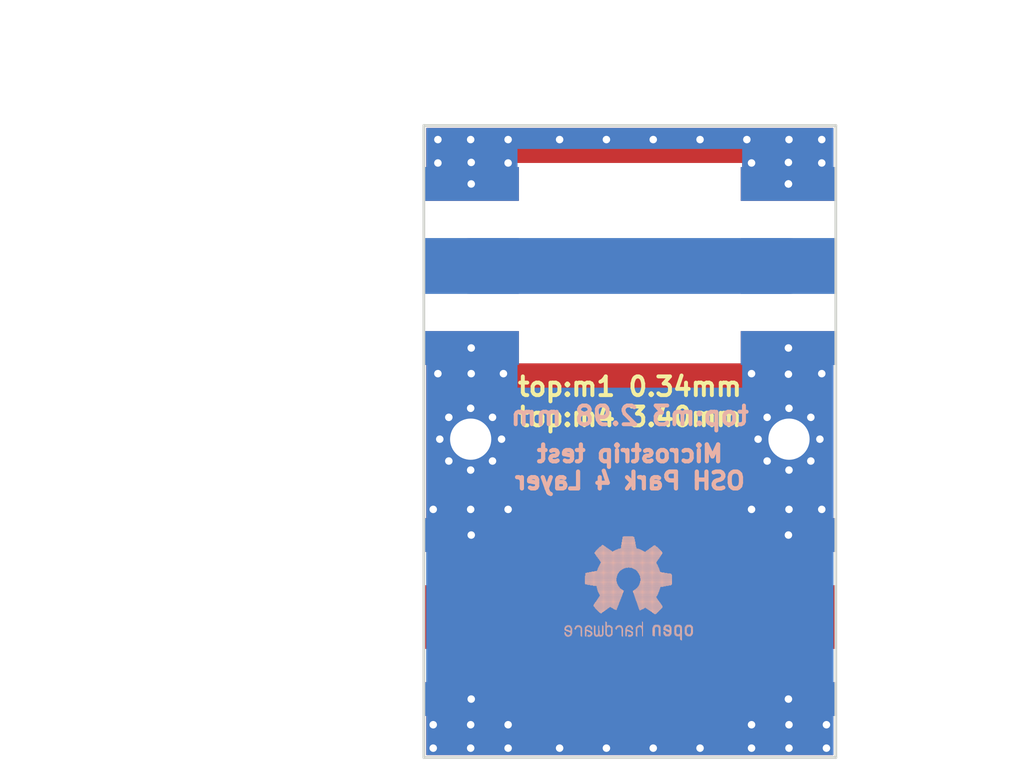
<source format=kicad_pcb>
(kicad_pcb (version 4) (host pcbnew 4.0.7-e2-6376~58~ubuntu16.04.1)

  (general
    (links 44)
    (no_connects 0)
    (area 114.674999 46.674999 136.825001 80.575001)
    (thickness 1.6)
    (drawings 12)
    (tracks 159)
    (zones 0)
    (modules 9)
    (nets 5)
  )

  (page A4)
  (layers
    (0 F.Cu signal)
    (1 In1.Cu signal)
    (2 In2.Cu signal)
    (31 B.Cu signal)
    (32 B.Adhes user)
    (33 F.Adhes user)
    (34 B.Paste user)
    (35 F.Paste user)
    (36 B.SilkS user)
    (37 F.SilkS user)
    (38 B.Mask user)
    (39 F.Mask user)
    (40 Dwgs.User user)
    (41 Cmts.User user)
    (42 Eco1.User user)
    (43 Eco2.User user)
    (44 Edge.Cuts user)
    (45 Margin user)
    (46 B.CrtYd user)
    (47 F.CrtYd user)
    (48 B.Fab user)
    (49 F.Fab user)
  )

  (setup
    (last_trace_width 0.25)
    (trace_clearance 0.17)
    (zone_clearance 0.05)
    (zone_45_only no)
    (trace_min 0.2)
    (segment_width 0.2)
    (edge_width 0.15)
    (via_size 0.6)
    (via_drill 0.4)
    (via_min_size 0.4)
    (via_min_drill 0.3)
    (uvia_size 0.3)
    (uvia_drill 0.1)
    (uvias_allowed no)
    (uvia_min_size 0.2)
    (uvia_min_drill 0.1)
    (pcb_text_width 0.3)
    (pcb_text_size 1.5 1.5)
    (mod_edge_width 0.15)
    (mod_text_size 1 1)
    (mod_text_width 0.15)
    (pad_size 5.08 1)
    (pad_drill 0)
    (pad_to_mask_clearance 0.2)
    (aux_axis_origin 0 0)
    (visible_elements FFFFFF7F)
    (pcbplotparams
      (layerselection 0x00030_80000001)
      (usegerberextensions false)
      (excludeedgelayer true)
      (linewidth 0.100000)
      (plotframeref false)
      (viasonmask false)
      (mode 1)
      (useauxorigin false)
      (hpglpennumber 1)
      (hpglpenspeed 20)
      (hpglpendiameter 15)
      (hpglpenoverlay 2)
      (psnegative false)
      (psa4output false)
      (plotreference true)
      (plotvalue true)
      (plotinvisibletext false)
      (padsonsilk false)
      (subtractmaskfromsilk false)
      (outputformat 1)
      (mirror false)
      (drillshape 1)
      (scaleselection 1)
      (outputdirectory ""))
  )

  (net 0 "")
  (net 1 GND)
  (net 2 /0.17)
  (net 3 /1.38)
  (net 4 /1.57)

  (net_class Default "This is the default net class."
    (clearance 0.17)
    (trace_width 0.25)
    (via_dia 0.6)
    (via_drill 0.4)
    (uvia_dia 0.3)
    (uvia_drill 0.1)
    (add_net GND)
  )

  (net_class top-bot ""
    (clearance 3.4)
    (trace_width 3.4)
    (via_dia 0.6)
    (via_drill 0.4)
    (uvia_dia 0.3)
    (uvia_drill 0.1)
    (add_net /1.57)
  )

  (net_class top-m2 ""
    (clearance 3)
    (trace_width 0.34)
    (via_dia 0.6)
    (via_drill 0.4)
    (uvia_dia 0.3)
    (uvia_drill 0.1)
    (add_net /0.17)
  )

  (net_class top-m3 ""
    (clearance 3.4)
    (trace_width 2.98)
    (via_dia 0.6)
    (via_drill 0.4)
    (uvia_dia 0.3)
    (uvia_drill 0.1)
    (add_net /1.38)
  )

  (module Mounting_Holes:MountingHole_2.2mm_M2_Pad_Via (layer F.Cu) (tedit 5A7A001C) (tstamp 5A79FFB1)
    (at 134.25 63.5)
    (descr "Mounting Hole 2.2mm, M2")
    (tags "mounting hole 2.2mm m2")
    (attr virtual)
    (fp_text reference REF** (at 0 -3.2) (layer F.SilkS) hide
      (effects (font (size 1 1) (thickness 0.15)))
    )
    (fp_text value MountingHole_2.2mm_M2_Pad_Via (at 0 3.2) (layer F.Fab) hide
      (effects (font (size 1 1) (thickness 0.15)))
    )
    (fp_text user %R (at 0.3 0) (layer F.Fab)
      (effects (font (size 1 1) (thickness 0.15)))
    )
    (fp_circle (center 0 0) (end 2.2 0) (layer Cmts.User) (width 0.15))
    (fp_circle (center 0 0) (end 2.45 0) (layer F.CrtYd) (width 0.05))
    (pad 1 thru_hole circle (at 0 0) (size 4.4 4.4) (drill 2.2) (layers *.Cu *.Mask)
      (net 1 GND))
    (pad "" thru_hole circle (at 1.65 0) (size 0.7 0.7) (drill 0.4) (layers *.Cu *.Mask)
      (net 1 GND))
    (pad "" thru_hole circle (at 1.166726 1.166726) (size 0.7 0.7) (drill 0.4) (layers *.Cu *.Mask)
      (net 1 GND))
    (pad "" thru_hole circle (at 0 1.65) (size 0.7 0.7) (drill 0.4) (layers *.Cu *.Mask)
      (net 1 GND))
    (pad "" thru_hole circle (at -1.166726 1.166726) (size 0.7 0.7) (drill 0.4) (layers *.Cu *.Mask)
      (net 1 GND))
    (pad "" thru_hole circle (at -1.65 0) (size 0.7 0.7) (drill 0.4) (layers *.Cu *.Mask)
      (net 1 GND))
    (pad "" thru_hole circle (at -1.166726 -1.166726) (size 0.7 0.7) (drill 0.4) (layers *.Cu *.Mask)
      (net 1 GND))
    (pad "" thru_hole circle (at 0 -1.65) (size 0.7 0.7) (drill 0.4) (layers *.Cu *.Mask)
      (net 1 GND))
    (pad "" thru_hole circle (at 1.166726 -1.166726) (size 0.7 0.7) (drill 0.4) (layers *.Cu *.Mask)
      (net 1 GND))
  )

  (module sma:Molex_SMA_Jack_Edge_Mount (layer F.Cu) (tedit 5A7A0032) (tstamp 5A79E850)
    (at 132.5 54.25 180)
    (descr "Molex SMA Jack, Edge Mount, http://www.molex.com/pdm_docs/sd/732511150_sd.pdf")
    (tags "sma edge")
    (path /5A79E51E)
    (attr smd)
    (fp_text reference J2 (at -1.72 7.11 180) (layer F.SilkS) hide
      (effects (font (size 1 1) (thickness 0.15)))
    )
    (fp_text value Conn_Coaxial (at -1.72 -7.11 180) (layer F.Fab) hide
      (effects (font (size 1 1) (thickness 0.15)))
    )
    (fp_line (start -4.76 -0.38) (end 0.49 -0.38) (layer F.Fab) (width 0.1))
    (fp_line (start -4.76 0.38) (end 0.49 0.38) (layer F.Fab) (width 0.1))
    (fp_line (start 0.49 -0.38) (end 0.49 0.38) (layer F.Fab) (width 0.1))
    (fp_line (start 0.49 3.75) (end 0.49 4.76) (layer F.Fab) (width 0.1))
    (fp_line (start 0.49 -4.76) (end 0.49 -3.75) (layer F.Fab) (width 0.1))
    (fp_line (start -14.29 -6.09) (end -14.29 6.09) (layer F.CrtYd) (width 0.05))
    (fp_line (start -14.29 6.09) (end 2.71 6.09) (layer F.CrtYd) (width 0.05))
    (fp_line (start 2.71 -6.09) (end 2.71 6.09) (layer B.CrtYd) (width 0.05))
    (fp_line (start -14.29 -6.09) (end 2.71 -6.09) (layer B.CrtYd) (width 0.05))
    (fp_line (start -14.29 -6.09) (end -14.29 6.09) (layer B.CrtYd) (width 0.05))
    (fp_line (start -14.29 6.09) (end 2.71 6.09) (layer B.CrtYd) (width 0.05))
    (fp_line (start 2.71 -6.09) (end 2.71 6.09) (layer F.CrtYd) (width 0.05))
    (fp_line (start 2.71 -6.09) (end -14.29 -6.09) (layer F.CrtYd) (width 0.05))
    (fp_line (start -4.76 -3.75) (end 0.49 -3.75) (layer F.Fab) (width 0.1))
    (fp_line (start -4.76 3.75) (end 0.49 3.75) (layer F.Fab) (width 0.1))
    (fp_line (start -13.79 -2.65) (end -5.91 -2.65) (layer F.Fab) (width 0.1))
    (fp_line (start -13.79 -2.65) (end -13.79 2.65) (layer F.Fab) (width 0.1))
    (fp_line (start -13.79 2.65) (end -5.91 2.65) (layer F.Fab) (width 0.1))
    (fp_line (start -4.76 -3.75) (end -4.76 3.75) (layer F.Fab) (width 0.1))
    (fp_line (start 0.49 -4.76) (end -5.91 -4.76) (layer F.Fab) (width 0.1))
    (fp_line (start -5.91 -4.76) (end -5.91 4.76) (layer F.Fab) (width 0.1))
    (fp_line (start -5.91 4.76) (end 0.49 4.76) (layer F.Fab) (width 0.1))
    (pad 1 smd rect (at -1.72 0 180) (size 5.08 0.4) (layers F.Cu F.Paste F.Mask)
      (net 2 /0.17))
    (pad 2 smd rect (at -1.72 -4.38 180) (size 5.08 1.8) (layers F.Cu F.Paste F.Mask)
      (net 1 GND))
    (pad 2 smd rect (at -1.72 4.38 180) (size 5.08 1.8) (layers F.Cu F.Paste F.Mask)
      (net 1 GND))
    (pad 2 smd rect (at -1.72 -4.38 180) (size 5.08 1.8) (layers B.Cu B.Paste B.Mask)
      (net 1 GND))
    (pad 2 smd rect (at -1.72 4.38 180) (size 5.08 1.8) (layers B.Cu B.Paste B.Mask)
      (net 1 GND))
    (model ${KISYS3DMOD}/Connectors_Molex.3dshapes/Molex_SMA_Jack_Edge_Mount.wrl
      (at (xyz 0 0 0))
      (scale (xyz 1 1 1))
      (rotate (xyz 0 0 0))
    )
  )

  (module sma:Molex_SMA_Jack_Edge_Mount (layer B.Cu) (tedit 5A7A0042) (tstamp 5A79E86E)
    (at 132.5 54.25 180)
    (descr "Molex SMA Jack, Edge Mount, http://www.molex.com/pdm_docs/sd/732511150_sd.pdf")
    (tags "sma edge")
    (path /5A79E6A9)
    (attr smd)
    (fp_text reference J4 (at -1.72 -7.11 180) (layer B.SilkS) hide
      (effects (font (size 1 1) (thickness 0.15)) (justify mirror))
    )
    (fp_text value Conn_Coaxial (at -1.72 7.11 180) (layer B.Fab) hide
      (effects (font (size 1 1) (thickness 0.15)) (justify mirror))
    )
    (fp_line (start -4.76 0.38) (end 0.49 0.38) (layer B.Fab) (width 0.1))
    (fp_line (start -4.76 -0.38) (end 0.49 -0.38) (layer B.Fab) (width 0.1))
    (fp_line (start 0.49 0.38) (end 0.49 -0.38) (layer B.Fab) (width 0.1))
    (fp_line (start 0.49 -3.75) (end 0.49 -4.76) (layer B.Fab) (width 0.1))
    (fp_line (start 0.49 4.76) (end 0.49 3.75) (layer B.Fab) (width 0.1))
    (fp_line (start -14.29 6.09) (end -14.29 -6.09) (layer B.CrtYd) (width 0.05))
    (fp_line (start -14.29 -6.09) (end 2.71 -6.09) (layer B.CrtYd) (width 0.05))
    (fp_line (start 2.71 6.09) (end 2.71 -6.09) (layer F.CrtYd) (width 0.05))
    (fp_line (start -14.29 6.09) (end 2.71 6.09) (layer F.CrtYd) (width 0.05))
    (fp_line (start -14.29 6.09) (end -14.29 -6.09) (layer F.CrtYd) (width 0.05))
    (fp_line (start -14.29 -6.09) (end 2.71 -6.09) (layer F.CrtYd) (width 0.05))
    (fp_line (start 2.71 6.09) (end 2.71 -6.09) (layer B.CrtYd) (width 0.05))
    (fp_line (start 2.71 6.09) (end -14.29 6.09) (layer B.CrtYd) (width 0.05))
    (fp_line (start -4.76 3.75) (end 0.49 3.75) (layer B.Fab) (width 0.1))
    (fp_line (start -4.76 -3.75) (end 0.49 -3.75) (layer B.Fab) (width 0.1))
    (fp_line (start -13.79 2.65) (end -5.91 2.65) (layer B.Fab) (width 0.1))
    (fp_line (start -13.79 2.65) (end -13.79 -2.65) (layer B.Fab) (width 0.1))
    (fp_line (start -13.79 -2.65) (end -5.91 -2.65) (layer B.Fab) (width 0.1))
    (fp_line (start -4.76 3.75) (end -4.76 -3.75) (layer B.Fab) (width 0.1))
    (fp_line (start 0.49 4.76) (end -5.91 4.76) (layer B.Fab) (width 0.1))
    (fp_line (start -5.91 4.76) (end -5.91 -4.76) (layer B.Fab) (width 0.1))
    (fp_line (start -5.91 -4.76) (end 0.49 -4.76) (layer B.Fab) (width 0.1))
    (pad 1 smd rect (at -1.72 0 180) (size 5.08 2.98) (layers B.Cu B.Paste B.Mask)
      (net 3 /1.38))
    (pad 2 smd rect (at -1.72 4.38 180) (size 5.08 1.8) (layers B.Cu B.Paste B.Mask)
      (net 1 GND))
    (pad 2 smd rect (at -1.72 -4.38 180) (size 5.08 1.8) (layers B.Cu B.Paste B.Mask)
      (net 1 GND))
    (pad 2 smd rect (at -1.72 4.38 180) (size 5.08 1.8) (layers F.Cu F.Paste F.Mask)
      (net 1 GND))
    (pad 2 smd rect (at -1.72 -4.38 180) (size 5.08 1.8) (layers F.Cu F.Paste F.Mask)
      (net 1 GND))
    (model ${KISYS3DMOD}/Connectors_Molex.3dshapes/Molex_SMA_Jack_Edge_Mount.wrl
      (at (xyz 0 0 0))
      (scale (xyz 1 1 1))
      (rotate (xyz 0 0 0))
    )
  )

  (module sma:Molex_SMA_Jack_Edge_Mount (layer F.Cu) (tedit 5A7A0027) (tstamp 5A79E841)
    (at 119 54.25)
    (descr "Molex SMA Jack, Edge Mount, http://www.molex.com/pdm_docs/sd/732511150_sd.pdf")
    (tags "sma edge")
    (path /5A79E6E9)
    (attr smd)
    (fp_text reference J1 (at -1.72 7.11) (layer F.SilkS) hide
      (effects (font (size 1 1) (thickness 0.15)))
    )
    (fp_text value Conn_Coaxial (at -1.72 -7.11) (layer F.Fab)
      (effects (font (size 1 1) (thickness 0.15)))
    )
    (fp_line (start -4.76 -0.38) (end 0.49 -0.38) (layer F.Fab) (width 0.1))
    (fp_line (start -4.76 0.38) (end 0.49 0.38) (layer F.Fab) (width 0.1))
    (fp_line (start 0.49 -0.38) (end 0.49 0.38) (layer F.Fab) (width 0.1))
    (fp_line (start 0.49 3.75) (end 0.49 4.76) (layer F.Fab) (width 0.1))
    (fp_line (start 0.49 -4.76) (end 0.49 -3.75) (layer F.Fab) (width 0.1))
    (fp_line (start -14.29 -6.09) (end -14.29 6.09) (layer F.CrtYd) (width 0.05))
    (fp_line (start -14.29 6.09) (end 2.71 6.09) (layer F.CrtYd) (width 0.05))
    (fp_line (start 2.71 -6.09) (end 2.71 6.09) (layer B.CrtYd) (width 0.05))
    (fp_line (start -14.29 -6.09) (end 2.71 -6.09) (layer B.CrtYd) (width 0.05))
    (fp_line (start -14.29 -6.09) (end -14.29 6.09) (layer B.CrtYd) (width 0.05))
    (fp_line (start -14.29 6.09) (end 2.71 6.09) (layer B.CrtYd) (width 0.05))
    (fp_line (start 2.71 -6.09) (end 2.71 6.09) (layer F.CrtYd) (width 0.05))
    (fp_line (start 2.71 -6.09) (end -14.29 -6.09) (layer F.CrtYd) (width 0.05))
    (fp_line (start -4.76 -3.75) (end 0.49 -3.75) (layer F.Fab) (width 0.1))
    (fp_line (start -4.76 3.75) (end 0.49 3.75) (layer F.Fab) (width 0.1))
    (fp_line (start -13.79 -2.65) (end -5.91 -2.65) (layer F.Fab) (width 0.1))
    (fp_line (start -13.79 -2.65) (end -13.79 2.65) (layer F.Fab) (width 0.1))
    (fp_line (start -13.79 2.65) (end -5.91 2.65) (layer F.Fab) (width 0.1))
    (fp_line (start -4.76 -3.75) (end -4.76 3.75) (layer F.Fab) (width 0.1))
    (fp_line (start 0.49 -4.76) (end -5.91 -4.76) (layer F.Fab) (width 0.1))
    (fp_line (start -5.91 -4.76) (end -5.91 4.76) (layer F.Fab) (width 0.1))
    (fp_line (start -5.91 4.76) (end 0.49 4.76) (layer F.Fab) (width 0.1))
    (pad 1 smd rect (at -1.72 0) (size 5.08 0.4) (layers F.Cu F.Paste F.Mask)
      (net 2 /0.17))
    (pad 2 smd rect (at -1.72 -4.38) (size 5.08 1.8) (layers F.Cu F.Paste F.Mask)
      (net 1 GND))
    (pad 2 smd rect (at -1.72 4.38) (size 5.08 1.8) (layers F.Cu F.Paste F.Mask)
      (net 1 GND))
    (pad 2 smd rect (at -1.72 -4.38) (size 5.08 1.8) (layers B.Cu B.Paste B.Mask)
      (net 1 GND))
    (pad 2 smd rect (at -1.72 4.38) (size 5.08 1.8) (layers B.Cu B.Paste B.Mask)
      (net 1 GND))
    (model ${KISYS3DMOD}/Connectors_Molex.3dshapes/Molex_SMA_Jack_Edge_Mount.wrl
      (at (xyz 0 0 0))
      (scale (xyz 1 1 1))
      (rotate (xyz 0 0 0))
    )
  )

  (module sma:Molex_SMA_Jack_Edge_Mount (layer B.Cu) (tedit 5A7A0039) (tstamp 5A79E85F)
    (at 119 54.25)
    (descr "Molex SMA Jack, Edge Mount, http://www.molex.com/pdm_docs/sd/732511150_sd.pdf")
    (tags "sma edge")
    (path /5A79E70A)
    (attr smd)
    (fp_text reference J3 (at -1.72 -7.11) (layer B.SilkS) hide
      (effects (font (size 1 1) (thickness 0.15)) (justify mirror))
    )
    (fp_text value Conn_Coaxial (at -1.72 7.11) (layer B.Fab) hide
      (effects (font (size 1 1) (thickness 0.15)) (justify mirror))
    )
    (fp_line (start -4.76 0.38) (end 0.49 0.38) (layer B.Fab) (width 0.1))
    (fp_line (start -4.76 -0.38) (end 0.49 -0.38) (layer B.Fab) (width 0.1))
    (fp_line (start 0.49 0.38) (end 0.49 -0.38) (layer B.Fab) (width 0.1))
    (fp_line (start 0.49 -3.75) (end 0.49 -4.76) (layer B.Fab) (width 0.1))
    (fp_line (start 0.49 4.76) (end 0.49 3.75) (layer B.Fab) (width 0.1))
    (fp_line (start -14.29 6.09) (end -14.29 -6.09) (layer B.CrtYd) (width 0.05))
    (fp_line (start -14.29 -6.09) (end 2.71 -6.09) (layer B.CrtYd) (width 0.05))
    (fp_line (start 2.71 6.09) (end 2.71 -6.09) (layer F.CrtYd) (width 0.05))
    (fp_line (start -14.29 6.09) (end 2.71 6.09) (layer F.CrtYd) (width 0.05))
    (fp_line (start -14.29 6.09) (end -14.29 -6.09) (layer F.CrtYd) (width 0.05))
    (fp_line (start -14.29 -6.09) (end 2.71 -6.09) (layer F.CrtYd) (width 0.05))
    (fp_line (start 2.71 6.09) (end 2.71 -6.09) (layer B.CrtYd) (width 0.05))
    (fp_line (start 2.71 6.09) (end -14.29 6.09) (layer B.CrtYd) (width 0.05))
    (fp_line (start -4.76 3.75) (end 0.49 3.75) (layer B.Fab) (width 0.1))
    (fp_line (start -4.76 -3.75) (end 0.49 -3.75) (layer B.Fab) (width 0.1))
    (fp_line (start -13.79 2.65) (end -5.91 2.65) (layer B.Fab) (width 0.1))
    (fp_line (start -13.79 2.65) (end -13.79 -2.65) (layer B.Fab) (width 0.1))
    (fp_line (start -13.79 -2.65) (end -5.91 -2.65) (layer B.Fab) (width 0.1))
    (fp_line (start -4.76 3.75) (end -4.76 -3.75) (layer B.Fab) (width 0.1))
    (fp_line (start 0.49 4.76) (end -5.91 4.76) (layer B.Fab) (width 0.1))
    (fp_line (start -5.91 4.76) (end -5.91 -4.76) (layer B.Fab) (width 0.1))
    (fp_line (start -5.91 -4.76) (end 0.49 -4.76) (layer B.Fab) (width 0.1))
    (pad 1 smd rect (at -1.72 0) (size 5.08 2.98) (layers B.Cu B.Paste B.Mask)
      (net 3 /1.38))
    (pad 2 smd rect (at -1.72 4.38) (size 5.08 1.8) (layers B.Cu B.Paste B.Mask)
      (net 1 GND))
    (pad 2 smd rect (at -1.72 -4.38) (size 5.08 1.8) (layers B.Cu B.Paste B.Mask)
      (net 1 GND))
    (pad 2 smd rect (at -1.72 4.38) (size 5.08 1.8) (layers F.Cu F.Paste F.Mask)
      (net 1 GND))
    (pad 2 smd rect (at -1.72 -4.38) (size 5.08 1.8) (layers F.Cu F.Paste F.Mask)
      (net 1 GND))
    (model ${KISYS3DMOD}/Connectors_Molex.3dshapes/Molex_SMA_Jack_Edge_Mount.wrl
      (at (xyz 0 0 0))
      (scale (xyz 1 1 1))
      (rotate (xyz 0 0 0))
    )
  )

  (module sma:Molex_SMA_Jack_Edge_Mount (layer F.Cu) (tedit 5A7A002E) (tstamp 5A79E87D)
    (at 119 73)
    (descr "Molex SMA Jack, Edge Mount, http://www.molex.com/pdm_docs/sd/732511150_sd.pdf")
    (tags "sma edge")
    (path /5A79E735)
    (attr smd)
    (fp_text reference J5 (at -1.72 7.11) (layer F.SilkS) hide
      (effects (font (size 1 1) (thickness 0.15)))
    )
    (fp_text value Conn_Coaxial (at -1.72 -7.11) (layer F.Fab) hide
      (effects (font (size 1 1) (thickness 0.15)))
    )
    (fp_line (start -4.76 -0.38) (end 0.49 -0.38) (layer F.Fab) (width 0.1))
    (fp_line (start -4.76 0.38) (end 0.49 0.38) (layer F.Fab) (width 0.1))
    (fp_line (start 0.49 -0.38) (end 0.49 0.38) (layer F.Fab) (width 0.1))
    (fp_line (start 0.49 3.75) (end 0.49 4.76) (layer F.Fab) (width 0.1))
    (fp_line (start 0.49 -4.76) (end 0.49 -3.75) (layer F.Fab) (width 0.1))
    (fp_line (start -14.29 -6.09) (end -14.29 6.09) (layer F.CrtYd) (width 0.05))
    (fp_line (start -14.29 6.09) (end 2.71 6.09) (layer F.CrtYd) (width 0.05))
    (fp_line (start 2.71 -6.09) (end 2.71 6.09) (layer B.CrtYd) (width 0.05))
    (fp_line (start -14.29 -6.09) (end 2.71 -6.09) (layer B.CrtYd) (width 0.05))
    (fp_line (start -14.29 -6.09) (end -14.29 6.09) (layer B.CrtYd) (width 0.05))
    (fp_line (start -14.29 6.09) (end 2.71 6.09) (layer B.CrtYd) (width 0.05))
    (fp_line (start 2.71 -6.09) (end 2.71 6.09) (layer F.CrtYd) (width 0.05))
    (fp_line (start 2.71 -6.09) (end -14.29 -6.09) (layer F.CrtYd) (width 0.05))
    (fp_line (start -4.76 -3.75) (end 0.49 -3.75) (layer F.Fab) (width 0.1))
    (fp_line (start -4.76 3.75) (end 0.49 3.75) (layer F.Fab) (width 0.1))
    (fp_line (start -13.79 -2.65) (end -5.91 -2.65) (layer F.Fab) (width 0.1))
    (fp_line (start -13.79 -2.65) (end -13.79 2.65) (layer F.Fab) (width 0.1))
    (fp_line (start -13.79 2.65) (end -5.91 2.65) (layer F.Fab) (width 0.1))
    (fp_line (start -4.76 -3.75) (end -4.76 3.75) (layer F.Fab) (width 0.1))
    (fp_line (start 0.49 -4.76) (end -5.91 -4.76) (layer F.Fab) (width 0.1))
    (fp_line (start -5.91 -4.76) (end -5.91 4.76) (layer F.Fab) (width 0.1))
    (fp_line (start -5.91 4.76) (end 0.49 4.76) (layer F.Fab) (width 0.1))
    (pad 1 smd rect (at -1.72 0) (size 5.08 3.4) (layers F.Cu F.Paste F.Mask)
      (net 4 /1.57))
    (pad 2 smd rect (at -1.72 -4.38) (size 5.08 1.8) (layers F.Cu F.Paste F.Mask)
      (net 1 GND))
    (pad 2 smd rect (at -1.72 4.38) (size 5.08 1.8) (layers F.Cu F.Paste F.Mask)
      (net 1 GND))
    (pad 2 smd rect (at -1.72 -4.38) (size 5.08 1.8) (layers B.Cu B.Paste B.Mask)
      (net 1 GND))
    (pad 2 smd rect (at -1.72 4.38) (size 5.08 1.8) (layers B.Cu B.Paste B.Mask)
      (net 1 GND))
    (model ${KISYS3DMOD}/Connectors_Molex.3dshapes/Molex_SMA_Jack_Edge_Mount.wrl
      (at (xyz 0 0 0))
      (scale (xyz 1 1 1))
      (rotate (xyz 0 0 0))
    )
  )

  (module sma:Molex_SMA_Jack_Edge_Mount (layer F.Cu) (tedit 5A7A0046) (tstamp 5A79E88C)
    (at 132.5 73 180)
    (descr "Molex SMA Jack, Edge Mount, http://www.molex.com/pdm_docs/sd/732511150_sd.pdf")
    (tags "sma edge")
    (path /5A79E6CC)
    (attr smd)
    (fp_text reference J6 (at -1.72 7.11 180) (layer F.SilkS) hide
      (effects (font (size 1 1) (thickness 0.15)))
    )
    (fp_text value Conn_Coaxial (at -1.72 -7.11 180) (layer F.Fab) hide
      (effects (font (size 1 1) (thickness 0.15)))
    )
    (fp_line (start -4.76 -0.38) (end 0.49 -0.38) (layer F.Fab) (width 0.1))
    (fp_line (start -4.76 0.38) (end 0.49 0.38) (layer F.Fab) (width 0.1))
    (fp_line (start 0.49 -0.38) (end 0.49 0.38) (layer F.Fab) (width 0.1))
    (fp_line (start 0.49 3.75) (end 0.49 4.76) (layer F.Fab) (width 0.1))
    (fp_line (start 0.49 -4.76) (end 0.49 -3.75) (layer F.Fab) (width 0.1))
    (fp_line (start -14.29 -6.09) (end -14.29 6.09) (layer F.CrtYd) (width 0.05))
    (fp_line (start -14.29 6.09) (end 2.71 6.09) (layer F.CrtYd) (width 0.05))
    (fp_line (start 2.71 -6.09) (end 2.71 6.09) (layer B.CrtYd) (width 0.05))
    (fp_line (start -14.29 -6.09) (end 2.71 -6.09) (layer B.CrtYd) (width 0.05))
    (fp_line (start -14.29 -6.09) (end -14.29 6.09) (layer B.CrtYd) (width 0.05))
    (fp_line (start -14.29 6.09) (end 2.71 6.09) (layer B.CrtYd) (width 0.05))
    (fp_line (start 2.71 -6.09) (end 2.71 6.09) (layer F.CrtYd) (width 0.05))
    (fp_line (start 2.71 -6.09) (end -14.29 -6.09) (layer F.CrtYd) (width 0.05))
    (fp_line (start -4.76 -3.75) (end 0.49 -3.75) (layer F.Fab) (width 0.1))
    (fp_line (start -4.76 3.75) (end 0.49 3.75) (layer F.Fab) (width 0.1))
    (fp_line (start -13.79 -2.65) (end -5.91 -2.65) (layer F.Fab) (width 0.1))
    (fp_line (start -13.79 -2.65) (end -13.79 2.65) (layer F.Fab) (width 0.1))
    (fp_line (start -13.79 2.65) (end -5.91 2.65) (layer F.Fab) (width 0.1))
    (fp_line (start -4.76 -3.75) (end -4.76 3.75) (layer F.Fab) (width 0.1))
    (fp_line (start 0.49 -4.76) (end -5.91 -4.76) (layer F.Fab) (width 0.1))
    (fp_line (start -5.91 -4.76) (end -5.91 4.76) (layer F.Fab) (width 0.1))
    (fp_line (start -5.91 4.76) (end 0.49 4.76) (layer F.Fab) (width 0.1))
    (pad 1 smd rect (at -1.72 0 180) (size 5.08 3.4) (layers F.Cu F.Paste F.Mask)
      (net 4 /1.57))
    (pad 2 smd rect (at -1.72 -4.38 180) (size 5.08 1.8) (layers F.Cu F.Paste F.Mask)
      (net 1 GND))
    (pad 2 smd rect (at -1.72 4.38 180) (size 5.08 1.8) (layers F.Cu F.Paste F.Mask)
      (net 1 GND))
    (pad 2 smd rect (at -1.72 -4.38 180) (size 5.08 1.8) (layers B.Cu B.Paste B.Mask)
      (net 1 GND))
    (pad 2 smd rect (at -1.72 4.38 180) (size 5.08 1.8) (layers B.Cu B.Paste B.Mask)
      (net 1 GND))
    (model ${KISYS3DMOD}/Connectors_Molex.3dshapes/Molex_SMA_Jack_Edge_Mount.wrl
      (at (xyz 0 0 0))
      (scale (xyz 1 1 1))
      (rotate (xyz 0 0 0))
    )
  )

  (module Mounting_Holes:MountingHole_2.2mm_M2_Pad_Via (layer F.Cu) (tedit 5A7A001E) (tstamp 5A79FF92)
    (at 117.25 63.5)
    (descr "Mounting Hole 2.2mm, M2")
    (tags "mounting hole 2.2mm m2")
    (attr virtual)
    (fp_text reference REF** (at 0 -3.2) (layer F.SilkS) hide
      (effects (font (size 1 1) (thickness 0.15)))
    )
    (fp_text value MountingHole_2.2mm_M2_Pad_Via (at 0 3.2) (layer F.Fab) hide
      (effects (font (size 1 1) (thickness 0.15)))
    )
    (fp_text user %R (at 0.3 0) (layer F.Fab)
      (effects (font (size 1 1) (thickness 0.15)))
    )
    (fp_circle (center 0 0) (end 2.2 0) (layer Cmts.User) (width 0.15))
    (fp_circle (center 0 0) (end 2.45 0) (layer F.CrtYd) (width 0.05))
    (pad 1 thru_hole circle (at 0 0) (size 4.4 4.4) (drill 2.2) (layers *.Cu *.Mask)
      (net 1 GND))
    (pad "" thru_hole circle (at 1.65 0) (size 0.7 0.7) (drill 0.4) (layers *.Cu *.Mask)
      (net 1 GND))
    (pad "" thru_hole circle (at 1.166726 1.166726) (size 0.7 0.7) (drill 0.4) (layers *.Cu *.Mask)
      (net 1 GND))
    (pad "" thru_hole circle (at 0 1.65) (size 0.7 0.7) (drill 0.4) (layers *.Cu *.Mask)
      (net 1 GND))
    (pad "" thru_hole circle (at -1.166726 1.166726) (size 0.7 0.7) (drill 0.4) (layers *.Cu *.Mask)
      (net 1 GND))
    (pad "" thru_hole circle (at -1.65 0) (size 0.7 0.7) (drill 0.4) (layers *.Cu *.Mask)
      (net 1 GND))
    (pad "" thru_hole circle (at -1.166726 -1.166726) (size 0.7 0.7) (drill 0.4) (layers *.Cu *.Mask)
      (net 1 GND))
    (pad "" thru_hole circle (at 0 -1.65) (size 0.7 0.7) (drill 0.4) (layers *.Cu *.Mask)
      (net 1 GND))
    (pad "" thru_hole circle (at 1.166726 -1.166726) (size 0.7 0.7) (drill 0.4) (layers *.Cu *.Mask)
      (net 1 GND))
  )

  (module OPENHARDWARE:OSHWLOGO0.3IN (layer B.Cu) (tedit 0) (tstamp 5A7A047A)
    (at 129.5 67.75 180)
    (descr "OSHW LOGO")
    (tags "Open Source Hardware Logo")
    (fp_text reference G*** (at 0 -7.27964 180) (layer B.SilkS) hide
      (effects (font (thickness 0.3048)) (justify mirror))
    )
    (fp_text value LOGO (at 0 7.27964 180) (layer B.SilkS) hide
      (effects (font (thickness 0.3048)) (justify mirror))
    )
    (fp_poly (pts (xy 3.5814 -0.9398) (xy 3.6068 -0.9398) (xy 3.6068 -0.9652) (xy 3.5814 -0.9652)
      (xy 3.5814 -0.9398)) (layer B.SilkS) (width 0.00254))
    (fp_poly (pts (xy 3.6068 -0.9398) (xy 3.6322 -0.9398) (xy 3.6322 -0.9652) (xy 3.6068 -0.9652)
      (xy 3.6068 -0.9398)) (layer B.SilkS) (width 0.00254))
    (fp_poly (pts (xy 3.6322 -0.9398) (xy 3.6576 -0.9398) (xy 3.6576 -0.9652) (xy 3.6322 -0.9652)
      (xy 3.6322 -0.9398)) (layer B.SilkS) (width 0.00254))
    (fp_poly (pts (xy 3.6576 -0.9398) (xy 3.683 -0.9398) (xy 3.683 -0.9652) (xy 3.6576 -0.9652)
      (xy 3.6576 -0.9398)) (layer B.SilkS) (width 0.00254))
    (fp_poly (pts (xy 3.683 -0.9398) (xy 3.7084 -0.9398) (xy 3.7084 -0.9652) (xy 3.683 -0.9652)
      (xy 3.683 -0.9398)) (layer B.SilkS) (width 0.00254))
    (fp_poly (pts (xy 3.7084 -0.9398) (xy 3.7338 -0.9398) (xy 3.7338 -0.9652) (xy 3.7084 -0.9652)
      (xy 3.7084 -0.9398)) (layer B.SilkS) (width 0.00254))
    (fp_poly (pts (xy 3.7338 -0.9398) (xy 3.7592 -0.9398) (xy 3.7592 -0.9652) (xy 3.7338 -0.9652)
      (xy 3.7338 -0.9398)) (layer B.SilkS) (width 0.00254))
    (fp_poly (pts (xy 3.7592 -0.9398) (xy 3.7846 -0.9398) (xy 3.7846 -0.9652) (xy 3.7592 -0.9652)
      (xy 3.7592 -0.9398)) (layer B.SilkS) (width 0.00254))
    (fp_poly (pts (xy 3.7846 -0.9398) (xy 3.81 -0.9398) (xy 3.81 -0.9652) (xy 3.7846 -0.9652)
      (xy 3.7846 -0.9398)) (layer B.SilkS) (width 0.00254))
    (fp_poly (pts (xy 3.81 -0.9398) (xy 3.8354 -0.9398) (xy 3.8354 -0.9652) (xy 3.81 -0.9652)
      (xy 3.81 -0.9398)) (layer B.SilkS) (width 0.00254))
    (fp_poly (pts (xy 3.8354 -0.9398) (xy 3.8608 -0.9398) (xy 3.8608 -0.9652) (xy 3.8354 -0.9652)
      (xy 3.8354 -0.9398)) (layer B.SilkS) (width 0.00254))
    (fp_poly (pts (xy 3.8608 -0.9398) (xy 3.8862 -0.9398) (xy 3.8862 -0.9652) (xy 3.8608 -0.9652)
      (xy 3.8608 -0.9398)) (layer B.SilkS) (width 0.00254))
    (fp_poly (pts (xy 3.8862 -0.9398) (xy 3.9116 -0.9398) (xy 3.9116 -0.9652) (xy 3.8862 -0.9652)
      (xy 3.8862 -0.9398)) (layer B.SilkS) (width 0.00254))
    (fp_poly (pts (xy 3.9116 -0.9398) (xy 3.937 -0.9398) (xy 3.937 -0.9652) (xy 3.9116 -0.9652)
      (xy 3.9116 -0.9398)) (layer B.SilkS) (width 0.00254))
    (fp_poly (pts (xy 3.937 -0.9398) (xy 3.9624 -0.9398) (xy 3.9624 -0.9652) (xy 3.937 -0.9652)
      (xy 3.937 -0.9398)) (layer B.SilkS) (width 0.00254))
    (fp_poly (pts (xy 3.9624 -0.9398) (xy 3.9878 -0.9398) (xy 3.9878 -0.9652) (xy 3.9624 -0.9652)
      (xy 3.9624 -0.9398)) (layer B.SilkS) (width 0.00254))
    (fp_poly (pts (xy 3.9878 -0.9398) (xy 4.0132 -0.9398) (xy 4.0132 -0.9652) (xy 3.9878 -0.9652)
      (xy 3.9878 -0.9398)) (layer B.SilkS) (width 0.00254))
    (fp_poly (pts (xy 4.0132 -0.9398) (xy 4.0386 -0.9398) (xy 4.0386 -0.9652) (xy 4.0132 -0.9652)
      (xy 4.0132 -0.9398)) (layer B.SilkS) (width 0.00254))
    (fp_poly (pts (xy 4.0386 -0.9398) (xy 4.064 -0.9398) (xy 4.064 -0.9652) (xy 4.0386 -0.9652)
      (xy 4.0386 -0.9398)) (layer B.SilkS) (width 0.00254))
    (fp_poly (pts (xy 4.064 -0.9398) (xy 4.0894 -0.9398) (xy 4.0894 -0.9652) (xy 4.064 -0.9652)
      (xy 4.064 -0.9398)) (layer B.SilkS) (width 0.00254))
    (fp_poly (pts (xy 3.5306 -0.9652) (xy 3.556 -0.9652) (xy 3.556 -0.9906) (xy 3.5306 -0.9906)
      (xy 3.5306 -0.9652)) (layer B.SilkS) (width 0.00254))
    (fp_poly (pts (xy 3.556 -0.9652) (xy 3.5814 -0.9652) (xy 3.5814 -0.9906) (xy 3.556 -0.9906)
      (xy 3.556 -0.9652)) (layer B.SilkS) (width 0.00254))
    (fp_poly (pts (xy 3.5814 -0.9652) (xy 3.6068 -0.9652) (xy 3.6068 -0.9906) (xy 3.5814 -0.9906)
      (xy 3.5814 -0.9652)) (layer B.SilkS) (width 0.00254))
    (fp_poly (pts (xy 3.6068 -0.9652) (xy 3.6322 -0.9652) (xy 3.6322 -0.9906) (xy 3.6068 -0.9906)
      (xy 3.6068 -0.9652)) (layer B.SilkS) (width 0.00254))
    (fp_poly (pts (xy 3.6322 -0.9652) (xy 3.6576 -0.9652) (xy 3.6576 -0.9906) (xy 3.6322 -0.9906)
      (xy 3.6322 -0.9652)) (layer B.SilkS) (width 0.00254))
    (fp_poly (pts (xy 3.6576 -0.9652) (xy 3.683 -0.9652) (xy 3.683 -0.9906) (xy 3.6576 -0.9906)
      (xy 3.6576 -0.9652)) (layer B.SilkS) (width 0.00254))
    (fp_poly (pts (xy 3.683 -0.9652) (xy 3.7084 -0.9652) (xy 3.7084 -0.9906) (xy 3.683 -0.9906)
      (xy 3.683 -0.9652)) (layer B.SilkS) (width 0.00254))
    (fp_poly (pts (xy 3.7084 -0.9652) (xy 3.7338 -0.9652) (xy 3.7338 -0.9906) (xy 3.7084 -0.9906)
      (xy 3.7084 -0.9652)) (layer B.SilkS) (width 0.00254))
    (fp_poly (pts (xy 3.7338 -0.9652) (xy 3.7592 -0.9652) (xy 3.7592 -0.9906) (xy 3.7338 -0.9906)
      (xy 3.7338 -0.9652)) (layer B.SilkS) (width 0.00254))
    (fp_poly (pts (xy 3.7592 -0.9652) (xy 3.7846 -0.9652) (xy 3.7846 -0.9906) (xy 3.7592 -0.9906)
      (xy 3.7592 -0.9652)) (layer B.SilkS) (width 0.00254))
    (fp_poly (pts (xy 3.7846 -0.9652) (xy 3.81 -0.9652) (xy 3.81 -0.9906) (xy 3.7846 -0.9906)
      (xy 3.7846 -0.9652)) (layer B.SilkS) (width 0.00254))
    (fp_poly (pts (xy 3.81 -0.9652) (xy 3.8354 -0.9652) (xy 3.8354 -0.9906) (xy 3.81 -0.9906)
      (xy 3.81 -0.9652)) (layer B.SilkS) (width 0.00254))
    (fp_poly (pts (xy 3.8354 -0.9652) (xy 3.8608 -0.9652) (xy 3.8608 -0.9906) (xy 3.8354 -0.9906)
      (xy 3.8354 -0.9652)) (layer B.SilkS) (width 0.00254))
    (fp_poly (pts (xy 3.8608 -0.9652) (xy 3.8862 -0.9652) (xy 3.8862 -0.9906) (xy 3.8608 -0.9906)
      (xy 3.8608 -0.9652)) (layer B.SilkS) (width 0.00254))
    (fp_poly (pts (xy 3.8862 -0.9652) (xy 3.9116 -0.9652) (xy 3.9116 -0.9906) (xy 3.8862 -0.9906)
      (xy 3.8862 -0.9652)) (layer B.SilkS) (width 0.00254))
    (fp_poly (pts (xy 3.9116 -0.9652) (xy 3.937 -0.9652) (xy 3.937 -0.9906) (xy 3.9116 -0.9906)
      (xy 3.9116 -0.9652)) (layer B.SilkS) (width 0.00254))
    (fp_poly (pts (xy 3.937 -0.9652) (xy 3.9624 -0.9652) (xy 3.9624 -0.9906) (xy 3.937 -0.9906)
      (xy 3.937 -0.9652)) (layer B.SilkS) (width 0.00254))
    (fp_poly (pts (xy 3.9624 -0.9652) (xy 3.9878 -0.9652) (xy 3.9878 -0.9906) (xy 3.9624 -0.9906)
      (xy 3.9624 -0.9652)) (layer B.SilkS) (width 0.00254))
    (fp_poly (pts (xy 3.9878 -0.9652) (xy 4.0132 -0.9652) (xy 4.0132 -0.9906) (xy 3.9878 -0.9906)
      (xy 3.9878 -0.9652)) (layer B.SilkS) (width 0.00254))
    (fp_poly (pts (xy 4.0132 -0.9652) (xy 4.0386 -0.9652) (xy 4.0386 -0.9906) (xy 4.0132 -0.9906)
      (xy 4.0132 -0.9652)) (layer B.SilkS) (width 0.00254))
    (fp_poly (pts (xy 4.0386 -0.9652) (xy 4.064 -0.9652) (xy 4.064 -0.9906) (xy 4.0386 -0.9906)
      (xy 4.0386 -0.9652)) (layer B.SilkS) (width 0.00254))
    (fp_poly (pts (xy 4.064 -0.9652) (xy 4.0894 -0.9652) (xy 4.0894 -0.9906) (xy 4.064 -0.9906)
      (xy 4.064 -0.9652)) (layer B.SilkS) (width 0.00254))
    (fp_poly (pts (xy 4.0894 -0.9652) (xy 4.1148 -0.9652) (xy 4.1148 -0.9906) (xy 4.0894 -0.9906)
      (xy 4.0894 -0.9652)) (layer B.SilkS) (width 0.00254))
    (fp_poly (pts (xy 4.1148 -0.9652) (xy 4.1402 -0.9652) (xy 4.1402 -0.9906) (xy 4.1148 -0.9906)
      (xy 4.1148 -0.9652)) (layer B.SilkS) (width 0.00254))
    (fp_poly (pts (xy 3.5052 -0.9906) (xy 3.5306 -0.9906) (xy 3.5306 -1.016) (xy 3.5052 -1.016)
      (xy 3.5052 -0.9906)) (layer B.SilkS) (width 0.00254))
    (fp_poly (pts (xy 3.5306 -0.9906) (xy 3.556 -0.9906) (xy 3.556 -1.016) (xy 3.5306 -1.016)
      (xy 3.5306 -0.9906)) (layer B.SilkS) (width 0.00254))
    (fp_poly (pts (xy 3.556 -0.9906) (xy 3.5814 -0.9906) (xy 3.5814 -1.016) (xy 3.556 -1.016)
      (xy 3.556 -0.9906)) (layer B.SilkS) (width 0.00254))
    (fp_poly (pts (xy 3.5814 -0.9906) (xy 3.6068 -0.9906) (xy 3.6068 -1.016) (xy 3.5814 -1.016)
      (xy 3.5814 -0.9906)) (layer B.SilkS) (width 0.00254))
    (fp_poly (pts (xy 3.6068 -0.9906) (xy 3.6322 -0.9906) (xy 3.6322 -1.016) (xy 3.6068 -1.016)
      (xy 3.6068 -0.9906)) (layer B.SilkS) (width 0.00254))
    (fp_poly (pts (xy 3.6322 -0.9906) (xy 3.6576 -0.9906) (xy 3.6576 -1.016) (xy 3.6322 -1.016)
      (xy 3.6322 -0.9906)) (layer B.SilkS) (width 0.00254))
    (fp_poly (pts (xy 3.6576 -0.9906) (xy 3.683 -0.9906) (xy 3.683 -1.016) (xy 3.6576 -1.016)
      (xy 3.6576 -0.9906)) (layer B.SilkS) (width 0.00254))
    (fp_poly (pts (xy 3.683 -0.9906) (xy 3.7084 -0.9906) (xy 3.7084 -1.016) (xy 3.683 -1.016)
      (xy 3.683 -0.9906)) (layer B.SilkS) (width 0.00254))
    (fp_poly (pts (xy 3.7084 -0.9906) (xy 3.7338 -0.9906) (xy 3.7338 -1.016) (xy 3.7084 -1.016)
      (xy 3.7084 -0.9906)) (layer B.SilkS) (width 0.00254))
    (fp_poly (pts (xy 3.7338 -0.9906) (xy 3.7592 -0.9906) (xy 3.7592 -1.016) (xy 3.7338 -1.016)
      (xy 3.7338 -0.9906)) (layer B.SilkS) (width 0.00254))
    (fp_poly (pts (xy 3.7592 -0.9906) (xy 3.7846 -0.9906) (xy 3.7846 -1.016) (xy 3.7592 -1.016)
      (xy 3.7592 -0.9906)) (layer B.SilkS) (width 0.00254))
    (fp_poly (pts (xy 3.7846 -0.9906) (xy 3.81 -0.9906) (xy 3.81 -1.016) (xy 3.7846 -1.016)
      (xy 3.7846 -0.9906)) (layer B.SilkS) (width 0.00254))
    (fp_poly (pts (xy 3.81 -0.9906) (xy 3.8354 -0.9906) (xy 3.8354 -1.016) (xy 3.81 -1.016)
      (xy 3.81 -0.9906)) (layer B.SilkS) (width 0.00254))
    (fp_poly (pts (xy 3.8354 -0.9906) (xy 3.8608 -0.9906) (xy 3.8608 -1.016) (xy 3.8354 -1.016)
      (xy 3.8354 -0.9906)) (layer B.SilkS) (width 0.00254))
    (fp_poly (pts (xy 3.8608 -0.9906) (xy 3.8862 -0.9906) (xy 3.8862 -1.016) (xy 3.8608 -1.016)
      (xy 3.8608 -0.9906)) (layer B.SilkS) (width 0.00254))
    (fp_poly (pts (xy 3.8862 -0.9906) (xy 3.9116 -0.9906) (xy 3.9116 -1.016) (xy 3.8862 -1.016)
      (xy 3.8862 -0.9906)) (layer B.SilkS) (width 0.00254))
    (fp_poly (pts (xy 3.9116 -0.9906) (xy 3.937 -0.9906) (xy 3.937 -1.016) (xy 3.9116 -1.016)
      (xy 3.9116 -0.9906)) (layer B.SilkS) (width 0.00254))
    (fp_poly (pts (xy 3.937 -0.9906) (xy 3.9624 -0.9906) (xy 3.9624 -1.016) (xy 3.937 -1.016)
      (xy 3.937 -0.9906)) (layer B.SilkS) (width 0.00254))
    (fp_poly (pts (xy 3.9624 -0.9906) (xy 3.9878 -0.9906) (xy 3.9878 -1.016) (xy 3.9624 -1.016)
      (xy 3.9624 -0.9906)) (layer B.SilkS) (width 0.00254))
    (fp_poly (pts (xy 3.9878 -0.9906) (xy 4.0132 -0.9906) (xy 4.0132 -1.016) (xy 3.9878 -1.016)
      (xy 3.9878 -0.9906)) (layer B.SilkS) (width 0.00254))
    (fp_poly (pts (xy 4.0132 -0.9906) (xy 4.0386 -0.9906) (xy 4.0386 -1.016) (xy 4.0132 -1.016)
      (xy 4.0132 -0.9906)) (layer B.SilkS) (width 0.00254))
    (fp_poly (pts (xy 4.0386 -0.9906) (xy 4.064 -0.9906) (xy 4.064 -1.016) (xy 4.0386 -1.016)
      (xy 4.0386 -0.9906)) (layer B.SilkS) (width 0.00254))
    (fp_poly (pts (xy 4.064 -0.9906) (xy 4.0894 -0.9906) (xy 4.0894 -1.016) (xy 4.064 -1.016)
      (xy 4.064 -0.9906)) (layer B.SilkS) (width 0.00254))
    (fp_poly (pts (xy 4.0894 -0.9906) (xy 4.1148 -0.9906) (xy 4.1148 -1.016) (xy 4.0894 -1.016)
      (xy 4.0894 -0.9906)) (layer B.SilkS) (width 0.00254))
    (fp_poly (pts (xy 4.1148 -0.9906) (xy 4.1402 -0.9906) (xy 4.1402 -1.016) (xy 4.1148 -1.016)
      (xy 4.1148 -0.9906)) (layer B.SilkS) (width 0.00254))
    (fp_poly (pts (xy 3.5052 -1.016) (xy 3.5306 -1.016) (xy 3.5306 -1.0414) (xy 3.5052 -1.0414)
      (xy 3.5052 -1.016)) (layer B.SilkS) (width 0.00254))
    (fp_poly (pts (xy 3.5306 -1.016) (xy 3.556 -1.016) (xy 3.556 -1.0414) (xy 3.5306 -1.0414)
      (xy 3.5306 -1.016)) (layer B.SilkS) (width 0.00254))
    (fp_poly (pts (xy 3.556 -1.016) (xy 3.5814 -1.016) (xy 3.5814 -1.0414) (xy 3.556 -1.0414)
      (xy 3.556 -1.016)) (layer B.SilkS) (width 0.00254))
    (fp_poly (pts (xy 3.5814 -1.016) (xy 3.6068 -1.016) (xy 3.6068 -1.0414) (xy 3.5814 -1.0414)
      (xy 3.5814 -1.016)) (layer B.SilkS) (width 0.00254))
    (fp_poly (pts (xy 3.6068 -1.016) (xy 3.6322 -1.016) (xy 3.6322 -1.0414) (xy 3.6068 -1.0414)
      (xy 3.6068 -1.016)) (layer B.SilkS) (width 0.00254))
    (fp_poly (pts (xy 3.6322 -1.016) (xy 3.6576 -1.016) (xy 3.6576 -1.0414) (xy 3.6322 -1.0414)
      (xy 3.6322 -1.016)) (layer B.SilkS) (width 0.00254))
    (fp_poly (pts (xy 3.6576 -1.016) (xy 3.683 -1.016) (xy 3.683 -1.0414) (xy 3.6576 -1.0414)
      (xy 3.6576 -1.016)) (layer B.SilkS) (width 0.00254))
    (fp_poly (pts (xy 3.683 -1.016) (xy 3.7084 -1.016) (xy 3.7084 -1.0414) (xy 3.683 -1.0414)
      (xy 3.683 -1.016)) (layer B.SilkS) (width 0.00254))
    (fp_poly (pts (xy 3.7084 -1.016) (xy 3.7338 -1.016) (xy 3.7338 -1.0414) (xy 3.7084 -1.0414)
      (xy 3.7084 -1.016)) (layer B.SilkS) (width 0.00254))
    (fp_poly (pts (xy 3.7338 -1.016) (xy 3.7592 -1.016) (xy 3.7592 -1.0414) (xy 3.7338 -1.0414)
      (xy 3.7338 -1.016)) (layer B.SilkS) (width 0.00254))
    (fp_poly (pts (xy 3.7592 -1.016) (xy 3.7846 -1.016) (xy 3.7846 -1.0414) (xy 3.7592 -1.0414)
      (xy 3.7592 -1.016)) (layer B.SilkS) (width 0.00254))
    (fp_poly (pts (xy 3.7846 -1.016) (xy 3.81 -1.016) (xy 3.81 -1.0414) (xy 3.7846 -1.0414)
      (xy 3.7846 -1.016)) (layer B.SilkS) (width 0.00254))
    (fp_poly (pts (xy 3.81 -1.016) (xy 3.8354 -1.016) (xy 3.8354 -1.0414) (xy 3.81 -1.0414)
      (xy 3.81 -1.016)) (layer B.SilkS) (width 0.00254))
    (fp_poly (pts (xy 3.8354 -1.016) (xy 3.8608 -1.016) (xy 3.8608 -1.0414) (xy 3.8354 -1.0414)
      (xy 3.8354 -1.016)) (layer B.SilkS) (width 0.00254))
    (fp_poly (pts (xy 3.8608 -1.016) (xy 3.8862 -1.016) (xy 3.8862 -1.0414) (xy 3.8608 -1.0414)
      (xy 3.8608 -1.016)) (layer B.SilkS) (width 0.00254))
    (fp_poly (pts (xy 3.8862 -1.016) (xy 3.9116 -1.016) (xy 3.9116 -1.0414) (xy 3.8862 -1.0414)
      (xy 3.8862 -1.016)) (layer B.SilkS) (width 0.00254))
    (fp_poly (pts (xy 3.9116 -1.016) (xy 3.937 -1.016) (xy 3.937 -1.0414) (xy 3.9116 -1.0414)
      (xy 3.9116 -1.016)) (layer B.SilkS) (width 0.00254))
    (fp_poly (pts (xy 3.937 -1.016) (xy 3.9624 -1.016) (xy 3.9624 -1.0414) (xy 3.937 -1.0414)
      (xy 3.937 -1.016)) (layer B.SilkS) (width 0.00254))
    (fp_poly (pts (xy 3.9624 -1.016) (xy 3.9878 -1.016) (xy 3.9878 -1.0414) (xy 3.9624 -1.0414)
      (xy 3.9624 -1.016)) (layer B.SilkS) (width 0.00254))
    (fp_poly (pts (xy 3.9878 -1.016) (xy 4.0132 -1.016) (xy 4.0132 -1.0414) (xy 3.9878 -1.0414)
      (xy 3.9878 -1.016)) (layer B.SilkS) (width 0.00254))
    (fp_poly (pts (xy 4.0132 -1.016) (xy 4.0386 -1.016) (xy 4.0386 -1.0414) (xy 4.0132 -1.0414)
      (xy 4.0132 -1.016)) (layer B.SilkS) (width 0.00254))
    (fp_poly (pts (xy 4.0386 -1.016) (xy 4.064 -1.016) (xy 4.064 -1.0414) (xy 4.0386 -1.0414)
      (xy 4.0386 -1.016)) (layer B.SilkS) (width 0.00254))
    (fp_poly (pts (xy 4.064 -1.016) (xy 4.0894 -1.016) (xy 4.0894 -1.0414) (xy 4.064 -1.0414)
      (xy 4.064 -1.016)) (layer B.SilkS) (width 0.00254))
    (fp_poly (pts (xy 4.0894 -1.016) (xy 4.1148 -1.016) (xy 4.1148 -1.0414) (xy 4.0894 -1.0414)
      (xy 4.0894 -1.016)) (layer B.SilkS) (width 0.00254))
    (fp_poly (pts (xy 4.1148 -1.016) (xy 4.1402 -1.016) (xy 4.1402 -1.0414) (xy 4.1148 -1.0414)
      (xy 4.1148 -1.016)) (layer B.SilkS) (width 0.00254))
    (fp_poly (pts (xy 3.5052 -1.0414) (xy 3.5306 -1.0414) (xy 3.5306 -1.0668) (xy 3.5052 -1.0668)
      (xy 3.5052 -1.0414)) (layer B.SilkS) (width 0.00254))
    (fp_poly (pts (xy 3.5306 -1.0414) (xy 3.556 -1.0414) (xy 3.556 -1.0668) (xy 3.5306 -1.0668)
      (xy 3.5306 -1.0414)) (layer B.SilkS) (width 0.00254))
    (fp_poly (pts (xy 3.556 -1.0414) (xy 3.5814 -1.0414) (xy 3.5814 -1.0668) (xy 3.556 -1.0668)
      (xy 3.556 -1.0414)) (layer B.SilkS) (width 0.00254))
    (fp_poly (pts (xy 3.5814 -1.0414) (xy 3.6068 -1.0414) (xy 3.6068 -1.0668) (xy 3.5814 -1.0668)
      (xy 3.5814 -1.0414)) (layer B.SilkS) (width 0.00254))
    (fp_poly (pts (xy 3.6068 -1.0414) (xy 3.6322 -1.0414) (xy 3.6322 -1.0668) (xy 3.6068 -1.0668)
      (xy 3.6068 -1.0414)) (layer B.SilkS) (width 0.00254))
    (fp_poly (pts (xy 3.6322 -1.0414) (xy 3.6576 -1.0414) (xy 3.6576 -1.0668) (xy 3.6322 -1.0668)
      (xy 3.6322 -1.0414)) (layer B.SilkS) (width 0.00254))
    (fp_poly (pts (xy 3.6576 -1.0414) (xy 3.683 -1.0414) (xy 3.683 -1.0668) (xy 3.6576 -1.0668)
      (xy 3.6576 -1.0414)) (layer B.SilkS) (width 0.00254))
    (fp_poly (pts (xy 3.683 -1.0414) (xy 3.7084 -1.0414) (xy 3.7084 -1.0668) (xy 3.683 -1.0668)
      (xy 3.683 -1.0414)) (layer B.SilkS) (width 0.00254))
    (fp_poly (pts (xy 3.7084 -1.0414) (xy 3.7338 -1.0414) (xy 3.7338 -1.0668) (xy 3.7084 -1.0668)
      (xy 3.7084 -1.0414)) (layer B.SilkS) (width 0.00254))
    (fp_poly (pts (xy 3.7338 -1.0414) (xy 3.7592 -1.0414) (xy 3.7592 -1.0668) (xy 3.7338 -1.0668)
      (xy 3.7338 -1.0414)) (layer B.SilkS) (width 0.00254))
    (fp_poly (pts (xy 3.7592 -1.0414) (xy 3.7846 -1.0414) (xy 3.7846 -1.0668) (xy 3.7592 -1.0668)
      (xy 3.7592 -1.0414)) (layer B.SilkS) (width 0.00254))
    (fp_poly (pts (xy 3.7846 -1.0414) (xy 3.81 -1.0414) (xy 3.81 -1.0668) (xy 3.7846 -1.0668)
      (xy 3.7846 -1.0414)) (layer B.SilkS) (width 0.00254))
    (fp_poly (pts (xy 3.81 -1.0414) (xy 3.8354 -1.0414) (xy 3.8354 -1.0668) (xy 3.81 -1.0668)
      (xy 3.81 -1.0414)) (layer B.SilkS) (width 0.00254))
    (fp_poly (pts (xy 3.8354 -1.0414) (xy 3.8608 -1.0414) (xy 3.8608 -1.0668) (xy 3.8354 -1.0668)
      (xy 3.8354 -1.0414)) (layer B.SilkS) (width 0.00254))
    (fp_poly (pts (xy 3.8608 -1.0414) (xy 3.8862 -1.0414) (xy 3.8862 -1.0668) (xy 3.8608 -1.0668)
      (xy 3.8608 -1.0414)) (layer B.SilkS) (width 0.00254))
    (fp_poly (pts (xy 3.8862 -1.0414) (xy 3.9116 -1.0414) (xy 3.9116 -1.0668) (xy 3.8862 -1.0668)
      (xy 3.8862 -1.0414)) (layer B.SilkS) (width 0.00254))
    (fp_poly (pts (xy 3.9116 -1.0414) (xy 3.937 -1.0414) (xy 3.937 -1.0668) (xy 3.9116 -1.0668)
      (xy 3.9116 -1.0414)) (layer B.SilkS) (width 0.00254))
    (fp_poly (pts (xy 3.937 -1.0414) (xy 3.9624 -1.0414) (xy 3.9624 -1.0668) (xy 3.937 -1.0668)
      (xy 3.937 -1.0414)) (layer B.SilkS) (width 0.00254))
    (fp_poly (pts (xy 3.9624 -1.0414) (xy 3.9878 -1.0414) (xy 3.9878 -1.0668) (xy 3.9624 -1.0668)
      (xy 3.9624 -1.0414)) (layer B.SilkS) (width 0.00254))
    (fp_poly (pts (xy 3.9878 -1.0414) (xy 4.0132 -1.0414) (xy 4.0132 -1.0668) (xy 3.9878 -1.0668)
      (xy 3.9878 -1.0414)) (layer B.SilkS) (width 0.00254))
    (fp_poly (pts (xy 4.0132 -1.0414) (xy 4.0386 -1.0414) (xy 4.0386 -1.0668) (xy 4.0132 -1.0668)
      (xy 4.0132 -1.0414)) (layer B.SilkS) (width 0.00254))
    (fp_poly (pts (xy 4.0386 -1.0414) (xy 4.064 -1.0414) (xy 4.064 -1.0668) (xy 4.0386 -1.0668)
      (xy 4.0386 -1.0414)) (layer B.SilkS) (width 0.00254))
    (fp_poly (pts (xy 4.064 -1.0414) (xy 4.0894 -1.0414) (xy 4.0894 -1.0668) (xy 4.064 -1.0668)
      (xy 4.064 -1.0414)) (layer B.SilkS) (width 0.00254))
    (fp_poly (pts (xy 4.0894 -1.0414) (xy 4.1148 -1.0414) (xy 4.1148 -1.0668) (xy 4.0894 -1.0668)
      (xy 4.0894 -1.0414)) (layer B.SilkS) (width 0.00254))
    (fp_poly (pts (xy 4.1148 -1.0414) (xy 4.1402 -1.0414) (xy 4.1402 -1.0668) (xy 4.1148 -1.0668)
      (xy 4.1148 -1.0414)) (layer B.SilkS) (width 0.00254))
    (fp_poly (pts (xy 3.5052 -1.0668) (xy 3.5306 -1.0668) (xy 3.5306 -1.0922) (xy 3.5052 -1.0922)
      (xy 3.5052 -1.0668)) (layer B.SilkS) (width 0.00254))
    (fp_poly (pts (xy 3.5306 -1.0668) (xy 3.556 -1.0668) (xy 3.556 -1.0922) (xy 3.5306 -1.0922)
      (xy 3.5306 -1.0668)) (layer B.SilkS) (width 0.00254))
    (fp_poly (pts (xy 3.556 -1.0668) (xy 3.5814 -1.0668) (xy 3.5814 -1.0922) (xy 3.556 -1.0922)
      (xy 3.556 -1.0668)) (layer B.SilkS) (width 0.00254))
    (fp_poly (pts (xy 3.5814 -1.0668) (xy 3.6068 -1.0668) (xy 3.6068 -1.0922) (xy 3.5814 -1.0922)
      (xy 3.5814 -1.0668)) (layer B.SilkS) (width 0.00254))
    (fp_poly (pts (xy 3.6068 -1.0668) (xy 3.6322 -1.0668) (xy 3.6322 -1.0922) (xy 3.6068 -1.0922)
      (xy 3.6068 -1.0668)) (layer B.SilkS) (width 0.00254))
    (fp_poly (pts (xy 3.6322 -1.0668) (xy 3.6576 -1.0668) (xy 3.6576 -1.0922) (xy 3.6322 -1.0922)
      (xy 3.6322 -1.0668)) (layer B.SilkS) (width 0.00254))
    (fp_poly (pts (xy 3.6576 -1.0668) (xy 3.683 -1.0668) (xy 3.683 -1.0922) (xy 3.6576 -1.0922)
      (xy 3.6576 -1.0668)) (layer B.SilkS) (width 0.00254))
    (fp_poly (pts (xy 3.683 -1.0668) (xy 3.7084 -1.0668) (xy 3.7084 -1.0922) (xy 3.683 -1.0922)
      (xy 3.683 -1.0668)) (layer B.SilkS) (width 0.00254))
    (fp_poly (pts (xy 3.7084 -1.0668) (xy 3.7338 -1.0668) (xy 3.7338 -1.0922) (xy 3.7084 -1.0922)
      (xy 3.7084 -1.0668)) (layer B.SilkS) (width 0.00254))
    (fp_poly (pts (xy 3.7338 -1.0668) (xy 3.7592 -1.0668) (xy 3.7592 -1.0922) (xy 3.7338 -1.0922)
      (xy 3.7338 -1.0668)) (layer B.SilkS) (width 0.00254))
    (fp_poly (pts (xy 3.7592 -1.0668) (xy 3.7846 -1.0668) (xy 3.7846 -1.0922) (xy 3.7592 -1.0922)
      (xy 3.7592 -1.0668)) (layer B.SilkS) (width 0.00254))
    (fp_poly (pts (xy 3.7846 -1.0668) (xy 3.81 -1.0668) (xy 3.81 -1.0922) (xy 3.7846 -1.0922)
      (xy 3.7846 -1.0668)) (layer B.SilkS) (width 0.00254))
    (fp_poly (pts (xy 3.81 -1.0668) (xy 3.8354 -1.0668) (xy 3.8354 -1.0922) (xy 3.81 -1.0922)
      (xy 3.81 -1.0668)) (layer B.SilkS) (width 0.00254))
    (fp_poly (pts (xy 3.8354 -1.0668) (xy 3.8608 -1.0668) (xy 3.8608 -1.0922) (xy 3.8354 -1.0922)
      (xy 3.8354 -1.0668)) (layer B.SilkS) (width 0.00254))
    (fp_poly (pts (xy 3.8608 -1.0668) (xy 3.8862 -1.0668) (xy 3.8862 -1.0922) (xy 3.8608 -1.0922)
      (xy 3.8608 -1.0668)) (layer B.SilkS) (width 0.00254))
    (fp_poly (pts (xy 3.8862 -1.0668) (xy 3.9116 -1.0668) (xy 3.9116 -1.0922) (xy 3.8862 -1.0922)
      (xy 3.8862 -1.0668)) (layer B.SilkS) (width 0.00254))
    (fp_poly (pts (xy 3.9116 -1.0668) (xy 3.937 -1.0668) (xy 3.937 -1.0922) (xy 3.9116 -1.0922)
      (xy 3.9116 -1.0668)) (layer B.SilkS) (width 0.00254))
    (fp_poly (pts (xy 3.937 -1.0668) (xy 3.9624 -1.0668) (xy 3.9624 -1.0922) (xy 3.937 -1.0922)
      (xy 3.937 -1.0668)) (layer B.SilkS) (width 0.00254))
    (fp_poly (pts (xy 3.9624 -1.0668) (xy 3.9878 -1.0668) (xy 3.9878 -1.0922) (xy 3.9624 -1.0922)
      (xy 3.9624 -1.0668)) (layer B.SilkS) (width 0.00254))
    (fp_poly (pts (xy 3.9878 -1.0668) (xy 4.0132 -1.0668) (xy 4.0132 -1.0922) (xy 3.9878 -1.0922)
      (xy 3.9878 -1.0668)) (layer B.SilkS) (width 0.00254))
    (fp_poly (pts (xy 4.0132 -1.0668) (xy 4.0386 -1.0668) (xy 4.0386 -1.0922) (xy 4.0132 -1.0922)
      (xy 4.0132 -1.0668)) (layer B.SilkS) (width 0.00254))
    (fp_poly (pts (xy 4.0386 -1.0668) (xy 4.064 -1.0668) (xy 4.064 -1.0922) (xy 4.0386 -1.0922)
      (xy 4.0386 -1.0668)) (layer B.SilkS) (width 0.00254))
    (fp_poly (pts (xy 4.064 -1.0668) (xy 4.0894 -1.0668) (xy 4.0894 -1.0922) (xy 4.064 -1.0922)
      (xy 4.064 -1.0668)) (layer B.SilkS) (width 0.00254))
    (fp_poly (pts (xy 4.0894 -1.0668) (xy 4.1148 -1.0668) (xy 4.1148 -1.0922) (xy 4.0894 -1.0922)
      (xy 4.0894 -1.0668)) (layer B.SilkS) (width 0.00254))
    (fp_poly (pts (xy 4.1148 -1.0668) (xy 4.1402 -1.0668) (xy 4.1402 -1.0922) (xy 4.1148 -1.0922)
      (xy 4.1148 -1.0668)) (layer B.SilkS) (width 0.00254))
    (fp_poly (pts (xy 3.4798 -1.0922) (xy 3.5052 -1.0922) (xy 3.5052 -1.1176) (xy 3.4798 -1.1176)
      (xy 3.4798 -1.0922)) (layer B.SilkS) (width 0.00254))
    (fp_poly (pts (xy 3.5052 -1.0922) (xy 3.5306 -1.0922) (xy 3.5306 -1.1176) (xy 3.5052 -1.1176)
      (xy 3.5052 -1.0922)) (layer B.SilkS) (width 0.00254))
    (fp_poly (pts (xy 3.5306 -1.0922) (xy 3.556 -1.0922) (xy 3.556 -1.1176) (xy 3.5306 -1.1176)
      (xy 3.5306 -1.0922)) (layer B.SilkS) (width 0.00254))
    (fp_poly (pts (xy 3.556 -1.0922) (xy 3.5814 -1.0922) (xy 3.5814 -1.1176) (xy 3.556 -1.1176)
      (xy 3.556 -1.0922)) (layer B.SilkS) (width 0.00254))
    (fp_poly (pts (xy 3.5814 -1.0922) (xy 3.6068 -1.0922) (xy 3.6068 -1.1176) (xy 3.5814 -1.1176)
      (xy 3.5814 -1.0922)) (layer B.SilkS) (width 0.00254))
    (fp_poly (pts (xy 3.6068 -1.0922) (xy 3.6322 -1.0922) (xy 3.6322 -1.1176) (xy 3.6068 -1.1176)
      (xy 3.6068 -1.0922)) (layer B.SilkS) (width 0.00254))
    (fp_poly (pts (xy 3.6322 -1.0922) (xy 3.6576 -1.0922) (xy 3.6576 -1.1176) (xy 3.6322 -1.1176)
      (xy 3.6322 -1.0922)) (layer B.SilkS) (width 0.00254))
    (fp_poly (pts (xy 3.6576 -1.0922) (xy 3.683 -1.0922) (xy 3.683 -1.1176) (xy 3.6576 -1.1176)
      (xy 3.6576 -1.0922)) (layer B.SilkS) (width 0.00254))
    (fp_poly (pts (xy 3.683 -1.0922) (xy 3.7084 -1.0922) (xy 3.7084 -1.1176) (xy 3.683 -1.1176)
      (xy 3.683 -1.0922)) (layer B.SilkS) (width 0.00254))
    (fp_poly (pts (xy 3.7084 -1.0922) (xy 3.7338 -1.0922) (xy 3.7338 -1.1176) (xy 3.7084 -1.1176)
      (xy 3.7084 -1.0922)) (layer B.SilkS) (width 0.00254))
    (fp_poly (pts (xy 3.7338 -1.0922) (xy 3.7592 -1.0922) (xy 3.7592 -1.1176) (xy 3.7338 -1.1176)
      (xy 3.7338 -1.0922)) (layer B.SilkS) (width 0.00254))
    (fp_poly (pts (xy 3.7592 -1.0922) (xy 3.7846 -1.0922) (xy 3.7846 -1.1176) (xy 3.7592 -1.1176)
      (xy 3.7592 -1.0922)) (layer B.SilkS) (width 0.00254))
    (fp_poly (pts (xy 3.7846 -1.0922) (xy 3.81 -1.0922) (xy 3.81 -1.1176) (xy 3.7846 -1.1176)
      (xy 3.7846 -1.0922)) (layer B.SilkS) (width 0.00254))
    (fp_poly (pts (xy 3.81 -1.0922) (xy 3.8354 -1.0922) (xy 3.8354 -1.1176) (xy 3.81 -1.1176)
      (xy 3.81 -1.0922)) (layer B.SilkS) (width 0.00254))
    (fp_poly (pts (xy 3.8354 -1.0922) (xy 3.8608 -1.0922) (xy 3.8608 -1.1176) (xy 3.8354 -1.1176)
      (xy 3.8354 -1.0922)) (layer B.SilkS) (width 0.00254))
    (fp_poly (pts (xy 3.8608 -1.0922) (xy 3.8862 -1.0922) (xy 3.8862 -1.1176) (xy 3.8608 -1.1176)
      (xy 3.8608 -1.0922)) (layer B.SilkS) (width 0.00254))
    (fp_poly (pts (xy 3.8862 -1.0922) (xy 3.9116 -1.0922) (xy 3.9116 -1.1176) (xy 3.8862 -1.1176)
      (xy 3.8862 -1.0922)) (layer B.SilkS) (width 0.00254))
    (fp_poly (pts (xy 3.9116 -1.0922) (xy 3.937 -1.0922) (xy 3.937 -1.1176) (xy 3.9116 -1.1176)
      (xy 3.9116 -1.0922)) (layer B.SilkS) (width 0.00254))
    (fp_poly (pts (xy 3.937 -1.0922) (xy 3.9624 -1.0922) (xy 3.9624 -1.1176) (xy 3.937 -1.1176)
      (xy 3.937 -1.0922)) (layer B.SilkS) (width 0.00254))
    (fp_poly (pts (xy 3.9624 -1.0922) (xy 3.9878 -1.0922) (xy 3.9878 -1.1176) (xy 3.9624 -1.1176)
      (xy 3.9624 -1.0922)) (layer B.SilkS) (width 0.00254))
    (fp_poly (pts (xy 3.9878 -1.0922) (xy 4.0132 -1.0922) (xy 4.0132 -1.1176) (xy 3.9878 -1.1176)
      (xy 3.9878 -1.0922)) (layer B.SilkS) (width 0.00254))
    (fp_poly (pts (xy 4.0132 -1.0922) (xy 4.0386 -1.0922) (xy 4.0386 -1.1176) (xy 4.0132 -1.1176)
      (xy 4.0132 -1.0922)) (layer B.SilkS) (width 0.00254))
    (fp_poly (pts (xy 4.0386 -1.0922) (xy 4.064 -1.0922) (xy 4.064 -1.1176) (xy 4.0386 -1.1176)
      (xy 4.0386 -1.0922)) (layer B.SilkS) (width 0.00254))
    (fp_poly (pts (xy 4.064 -1.0922) (xy 4.0894 -1.0922) (xy 4.0894 -1.1176) (xy 4.064 -1.1176)
      (xy 4.064 -1.0922)) (layer B.SilkS) (width 0.00254))
    (fp_poly (pts (xy 4.0894 -1.0922) (xy 4.1148 -1.0922) (xy 4.1148 -1.1176) (xy 4.0894 -1.1176)
      (xy 4.0894 -1.0922)) (layer B.SilkS) (width 0.00254))
    (fp_poly (pts (xy 4.1148 -1.0922) (xy 4.1402 -1.0922) (xy 4.1402 -1.1176) (xy 4.1148 -1.1176)
      (xy 4.1148 -1.0922)) (layer B.SilkS) (width 0.00254))
    (fp_poly (pts (xy 4.1402 -1.0922) (xy 4.1656 -1.0922) (xy 4.1656 -1.1176) (xy 4.1402 -1.1176)
      (xy 4.1402 -1.0922)) (layer B.SilkS) (width 0.00254))
    (fp_poly (pts (xy 3.4798 -1.1176) (xy 3.5052 -1.1176) (xy 3.5052 -1.143) (xy 3.4798 -1.143)
      (xy 3.4798 -1.1176)) (layer B.SilkS) (width 0.00254))
    (fp_poly (pts (xy 3.5052 -1.1176) (xy 3.5306 -1.1176) (xy 3.5306 -1.143) (xy 3.5052 -1.143)
      (xy 3.5052 -1.1176)) (layer B.SilkS) (width 0.00254))
    (fp_poly (pts (xy 3.5306 -1.1176) (xy 3.556 -1.1176) (xy 3.556 -1.143) (xy 3.5306 -1.143)
      (xy 3.5306 -1.1176)) (layer B.SilkS) (width 0.00254))
    (fp_poly (pts (xy 3.556 -1.1176) (xy 3.5814 -1.1176) (xy 3.5814 -1.143) (xy 3.556 -1.143)
      (xy 3.556 -1.1176)) (layer B.SilkS) (width 0.00254))
    (fp_poly (pts (xy 3.5814 -1.1176) (xy 3.6068 -1.1176) (xy 3.6068 -1.143) (xy 3.5814 -1.143)
      (xy 3.5814 -1.1176)) (layer B.SilkS) (width 0.00254))
    (fp_poly (pts (xy 3.6068 -1.1176) (xy 3.6322 -1.1176) (xy 3.6322 -1.143) (xy 3.6068 -1.143)
      (xy 3.6068 -1.1176)) (layer B.SilkS) (width 0.00254))
    (fp_poly (pts (xy 3.6322 -1.1176) (xy 3.6576 -1.1176) (xy 3.6576 -1.143) (xy 3.6322 -1.143)
      (xy 3.6322 -1.1176)) (layer B.SilkS) (width 0.00254))
    (fp_poly (pts (xy 3.6576 -1.1176) (xy 3.683 -1.1176) (xy 3.683 -1.143) (xy 3.6576 -1.143)
      (xy 3.6576 -1.1176)) (layer B.SilkS) (width 0.00254))
    (fp_poly (pts (xy 3.683 -1.1176) (xy 3.7084 -1.1176) (xy 3.7084 -1.143) (xy 3.683 -1.143)
      (xy 3.683 -1.1176)) (layer B.SilkS) (width 0.00254))
    (fp_poly (pts (xy 3.7084 -1.1176) (xy 3.7338 -1.1176) (xy 3.7338 -1.143) (xy 3.7084 -1.143)
      (xy 3.7084 -1.1176)) (layer B.SilkS) (width 0.00254))
    (fp_poly (pts (xy 3.7338 -1.1176) (xy 3.7592 -1.1176) (xy 3.7592 -1.143) (xy 3.7338 -1.143)
      (xy 3.7338 -1.1176)) (layer B.SilkS) (width 0.00254))
    (fp_poly (pts (xy 3.7592 -1.1176) (xy 3.7846 -1.1176) (xy 3.7846 -1.143) (xy 3.7592 -1.143)
      (xy 3.7592 -1.1176)) (layer B.SilkS) (width 0.00254))
    (fp_poly (pts (xy 3.7846 -1.1176) (xy 3.81 -1.1176) (xy 3.81 -1.143) (xy 3.7846 -1.143)
      (xy 3.7846 -1.1176)) (layer B.SilkS) (width 0.00254))
    (fp_poly (pts (xy 3.81 -1.1176) (xy 3.8354 -1.1176) (xy 3.8354 -1.143) (xy 3.81 -1.143)
      (xy 3.81 -1.1176)) (layer B.SilkS) (width 0.00254))
    (fp_poly (pts (xy 3.8354 -1.1176) (xy 3.8608 -1.1176) (xy 3.8608 -1.143) (xy 3.8354 -1.143)
      (xy 3.8354 -1.1176)) (layer B.SilkS) (width 0.00254))
    (fp_poly (pts (xy 3.8608 -1.1176) (xy 3.8862 -1.1176) (xy 3.8862 -1.143) (xy 3.8608 -1.143)
      (xy 3.8608 -1.1176)) (layer B.SilkS) (width 0.00254))
    (fp_poly (pts (xy 3.8862 -1.1176) (xy 3.9116 -1.1176) (xy 3.9116 -1.143) (xy 3.8862 -1.143)
      (xy 3.8862 -1.1176)) (layer B.SilkS) (width 0.00254))
    (fp_poly (pts (xy 3.9116 -1.1176) (xy 3.937 -1.1176) (xy 3.937 -1.143) (xy 3.9116 -1.143)
      (xy 3.9116 -1.1176)) (layer B.SilkS) (width 0.00254))
    (fp_poly (pts (xy 3.937 -1.1176) (xy 3.9624 -1.1176) (xy 3.9624 -1.143) (xy 3.937 -1.143)
      (xy 3.937 -1.1176)) (layer B.SilkS) (width 0.00254))
    (fp_poly (pts (xy 3.9624 -1.1176) (xy 3.9878 -1.1176) (xy 3.9878 -1.143) (xy 3.9624 -1.143)
      (xy 3.9624 -1.1176)) (layer B.SilkS) (width 0.00254))
    (fp_poly (pts (xy 3.9878 -1.1176) (xy 4.0132 -1.1176) (xy 4.0132 -1.143) (xy 3.9878 -1.143)
      (xy 3.9878 -1.1176)) (layer B.SilkS) (width 0.00254))
    (fp_poly (pts (xy 4.0132 -1.1176) (xy 4.0386 -1.1176) (xy 4.0386 -1.143) (xy 4.0132 -1.143)
      (xy 4.0132 -1.1176)) (layer B.SilkS) (width 0.00254))
    (fp_poly (pts (xy 4.0386 -1.1176) (xy 4.064 -1.1176) (xy 4.064 -1.143) (xy 4.0386 -1.143)
      (xy 4.0386 -1.1176)) (layer B.SilkS) (width 0.00254))
    (fp_poly (pts (xy 4.064 -1.1176) (xy 4.0894 -1.1176) (xy 4.0894 -1.143) (xy 4.064 -1.143)
      (xy 4.064 -1.1176)) (layer B.SilkS) (width 0.00254))
    (fp_poly (pts (xy 4.0894 -1.1176) (xy 4.1148 -1.1176) (xy 4.1148 -1.143) (xy 4.0894 -1.143)
      (xy 4.0894 -1.1176)) (layer B.SilkS) (width 0.00254))
    (fp_poly (pts (xy 4.1148 -1.1176) (xy 4.1402 -1.1176) (xy 4.1402 -1.143) (xy 4.1148 -1.143)
      (xy 4.1148 -1.1176)) (layer B.SilkS) (width 0.00254))
    (fp_poly (pts (xy 4.1402 -1.1176) (xy 4.1656 -1.1176) (xy 4.1656 -1.143) (xy 4.1402 -1.143)
      (xy 4.1402 -1.1176)) (layer B.SilkS) (width 0.00254))
    (fp_poly (pts (xy 3.4798 -1.143) (xy 3.5052 -1.143) (xy 3.5052 -1.1684) (xy 3.4798 -1.1684)
      (xy 3.4798 -1.143)) (layer B.SilkS) (width 0.00254))
    (fp_poly (pts (xy 3.5052 -1.143) (xy 3.5306 -1.143) (xy 3.5306 -1.1684) (xy 3.5052 -1.1684)
      (xy 3.5052 -1.143)) (layer B.SilkS) (width 0.00254))
    (fp_poly (pts (xy 3.5306 -1.143) (xy 3.556 -1.143) (xy 3.556 -1.1684) (xy 3.5306 -1.1684)
      (xy 3.5306 -1.143)) (layer B.SilkS) (width 0.00254))
    (fp_poly (pts (xy 3.556 -1.143) (xy 3.5814 -1.143) (xy 3.5814 -1.1684) (xy 3.556 -1.1684)
      (xy 3.556 -1.143)) (layer B.SilkS) (width 0.00254))
    (fp_poly (pts (xy 3.5814 -1.143) (xy 3.6068 -1.143) (xy 3.6068 -1.1684) (xy 3.5814 -1.1684)
      (xy 3.5814 -1.143)) (layer B.SilkS) (width 0.00254))
    (fp_poly (pts (xy 3.6068 -1.143) (xy 3.6322 -1.143) (xy 3.6322 -1.1684) (xy 3.6068 -1.1684)
      (xy 3.6068 -1.143)) (layer B.SilkS) (width 0.00254))
    (fp_poly (pts (xy 3.6322 -1.143) (xy 3.6576 -1.143) (xy 3.6576 -1.1684) (xy 3.6322 -1.1684)
      (xy 3.6322 -1.143)) (layer B.SilkS) (width 0.00254))
    (fp_poly (pts (xy 3.6576 -1.143) (xy 3.683 -1.143) (xy 3.683 -1.1684) (xy 3.6576 -1.1684)
      (xy 3.6576 -1.143)) (layer B.SilkS) (width 0.00254))
    (fp_poly (pts (xy 3.683 -1.143) (xy 3.7084 -1.143) (xy 3.7084 -1.1684) (xy 3.683 -1.1684)
      (xy 3.683 -1.143)) (layer B.SilkS) (width 0.00254))
    (fp_poly (pts (xy 3.7084 -1.143) (xy 3.7338 -1.143) (xy 3.7338 -1.1684) (xy 3.7084 -1.1684)
      (xy 3.7084 -1.143)) (layer B.SilkS) (width 0.00254))
    (fp_poly (pts (xy 3.7338 -1.143) (xy 3.7592 -1.143) (xy 3.7592 -1.1684) (xy 3.7338 -1.1684)
      (xy 3.7338 -1.143)) (layer B.SilkS) (width 0.00254))
    (fp_poly (pts (xy 3.7592 -1.143) (xy 3.7846 -1.143) (xy 3.7846 -1.1684) (xy 3.7592 -1.1684)
      (xy 3.7592 -1.143)) (layer B.SilkS) (width 0.00254))
    (fp_poly (pts (xy 3.7846 -1.143) (xy 3.81 -1.143) (xy 3.81 -1.1684) (xy 3.7846 -1.1684)
      (xy 3.7846 -1.143)) (layer B.SilkS) (width 0.00254))
    (fp_poly (pts (xy 3.81 -1.143) (xy 3.8354 -1.143) (xy 3.8354 -1.1684) (xy 3.81 -1.1684)
      (xy 3.81 -1.143)) (layer B.SilkS) (width 0.00254))
    (fp_poly (pts (xy 3.8354 -1.143) (xy 3.8608 -1.143) (xy 3.8608 -1.1684) (xy 3.8354 -1.1684)
      (xy 3.8354 -1.143)) (layer B.SilkS) (width 0.00254))
    (fp_poly (pts (xy 3.8608 -1.143) (xy 3.8862 -1.143) (xy 3.8862 -1.1684) (xy 3.8608 -1.1684)
      (xy 3.8608 -1.143)) (layer B.SilkS) (width 0.00254))
    (fp_poly (pts (xy 3.8862 -1.143) (xy 3.9116 -1.143) (xy 3.9116 -1.1684) (xy 3.8862 -1.1684)
      (xy 3.8862 -1.143)) (layer B.SilkS) (width 0.00254))
    (fp_poly (pts (xy 3.9116 -1.143) (xy 3.937 -1.143) (xy 3.937 -1.1684) (xy 3.9116 -1.1684)
      (xy 3.9116 -1.143)) (layer B.SilkS) (width 0.00254))
    (fp_poly (pts (xy 3.937 -1.143) (xy 3.9624 -1.143) (xy 3.9624 -1.1684) (xy 3.937 -1.1684)
      (xy 3.937 -1.143)) (layer B.SilkS) (width 0.00254))
    (fp_poly (pts (xy 3.9624 -1.143) (xy 3.9878 -1.143) (xy 3.9878 -1.1684) (xy 3.9624 -1.1684)
      (xy 3.9624 -1.143)) (layer B.SilkS) (width 0.00254))
    (fp_poly (pts (xy 3.9878 -1.143) (xy 4.0132 -1.143) (xy 4.0132 -1.1684) (xy 3.9878 -1.1684)
      (xy 3.9878 -1.143)) (layer B.SilkS) (width 0.00254))
    (fp_poly (pts (xy 4.0132 -1.143) (xy 4.0386 -1.143) (xy 4.0386 -1.1684) (xy 4.0132 -1.1684)
      (xy 4.0132 -1.143)) (layer B.SilkS) (width 0.00254))
    (fp_poly (pts (xy 4.0386 -1.143) (xy 4.064 -1.143) (xy 4.064 -1.1684) (xy 4.0386 -1.1684)
      (xy 4.0386 -1.143)) (layer B.SilkS) (width 0.00254))
    (fp_poly (pts (xy 4.064 -1.143) (xy 4.0894 -1.143) (xy 4.0894 -1.1684) (xy 4.064 -1.1684)
      (xy 4.064 -1.143)) (layer B.SilkS) (width 0.00254))
    (fp_poly (pts (xy 4.0894 -1.143) (xy 4.1148 -1.143) (xy 4.1148 -1.1684) (xy 4.0894 -1.1684)
      (xy 4.0894 -1.143)) (layer B.SilkS) (width 0.00254))
    (fp_poly (pts (xy 4.1148 -1.143) (xy 4.1402 -1.143) (xy 4.1402 -1.1684) (xy 4.1148 -1.1684)
      (xy 4.1148 -1.143)) (layer B.SilkS) (width 0.00254))
    (fp_poly (pts (xy 4.1402 -1.143) (xy 4.1656 -1.143) (xy 4.1656 -1.1684) (xy 4.1402 -1.1684)
      (xy 4.1402 -1.143)) (layer B.SilkS) (width 0.00254))
    (fp_poly (pts (xy 3.4798 -1.1684) (xy 3.5052 -1.1684) (xy 3.5052 -1.1938) (xy 3.4798 -1.1938)
      (xy 3.4798 -1.1684)) (layer B.SilkS) (width 0.00254))
    (fp_poly (pts (xy 3.5052 -1.1684) (xy 3.5306 -1.1684) (xy 3.5306 -1.1938) (xy 3.5052 -1.1938)
      (xy 3.5052 -1.1684)) (layer B.SilkS) (width 0.00254))
    (fp_poly (pts (xy 3.5306 -1.1684) (xy 3.556 -1.1684) (xy 3.556 -1.1938) (xy 3.5306 -1.1938)
      (xy 3.5306 -1.1684)) (layer B.SilkS) (width 0.00254))
    (fp_poly (pts (xy 3.556 -1.1684) (xy 3.5814 -1.1684) (xy 3.5814 -1.1938) (xy 3.556 -1.1938)
      (xy 3.556 -1.1684)) (layer B.SilkS) (width 0.00254))
    (fp_poly (pts (xy 3.5814 -1.1684) (xy 3.6068 -1.1684) (xy 3.6068 -1.1938) (xy 3.5814 -1.1938)
      (xy 3.5814 -1.1684)) (layer B.SilkS) (width 0.00254))
    (fp_poly (pts (xy 3.6068 -1.1684) (xy 3.6322 -1.1684) (xy 3.6322 -1.1938) (xy 3.6068 -1.1938)
      (xy 3.6068 -1.1684)) (layer B.SilkS) (width 0.00254))
    (fp_poly (pts (xy 3.6322 -1.1684) (xy 3.6576 -1.1684) (xy 3.6576 -1.1938) (xy 3.6322 -1.1938)
      (xy 3.6322 -1.1684)) (layer B.SilkS) (width 0.00254))
    (fp_poly (pts (xy 3.6576 -1.1684) (xy 3.683 -1.1684) (xy 3.683 -1.1938) (xy 3.6576 -1.1938)
      (xy 3.6576 -1.1684)) (layer B.SilkS) (width 0.00254))
    (fp_poly (pts (xy 3.683 -1.1684) (xy 3.7084 -1.1684) (xy 3.7084 -1.1938) (xy 3.683 -1.1938)
      (xy 3.683 -1.1684)) (layer B.SilkS) (width 0.00254))
    (fp_poly (pts (xy 3.7084 -1.1684) (xy 3.7338 -1.1684) (xy 3.7338 -1.1938) (xy 3.7084 -1.1938)
      (xy 3.7084 -1.1684)) (layer B.SilkS) (width 0.00254))
    (fp_poly (pts (xy 3.7338 -1.1684) (xy 3.7592 -1.1684) (xy 3.7592 -1.1938) (xy 3.7338 -1.1938)
      (xy 3.7338 -1.1684)) (layer B.SilkS) (width 0.00254))
    (fp_poly (pts (xy 3.7592 -1.1684) (xy 3.7846 -1.1684) (xy 3.7846 -1.1938) (xy 3.7592 -1.1938)
      (xy 3.7592 -1.1684)) (layer B.SilkS) (width 0.00254))
    (fp_poly (pts (xy 3.7846 -1.1684) (xy 3.81 -1.1684) (xy 3.81 -1.1938) (xy 3.7846 -1.1938)
      (xy 3.7846 -1.1684)) (layer B.SilkS) (width 0.00254))
    (fp_poly (pts (xy 3.81 -1.1684) (xy 3.8354 -1.1684) (xy 3.8354 -1.1938) (xy 3.81 -1.1938)
      (xy 3.81 -1.1684)) (layer B.SilkS) (width 0.00254))
    (fp_poly (pts (xy 3.8354 -1.1684) (xy 3.8608 -1.1684) (xy 3.8608 -1.1938) (xy 3.8354 -1.1938)
      (xy 3.8354 -1.1684)) (layer B.SilkS) (width 0.00254))
    (fp_poly (pts (xy 3.8608 -1.1684) (xy 3.8862 -1.1684) (xy 3.8862 -1.1938) (xy 3.8608 -1.1938)
      (xy 3.8608 -1.1684)) (layer B.SilkS) (width 0.00254))
    (fp_poly (pts (xy 3.8862 -1.1684) (xy 3.9116 -1.1684) (xy 3.9116 -1.1938) (xy 3.8862 -1.1938)
      (xy 3.8862 -1.1684)) (layer B.SilkS) (width 0.00254))
    (fp_poly (pts (xy 3.9116 -1.1684) (xy 3.937 -1.1684) (xy 3.937 -1.1938) (xy 3.9116 -1.1938)
      (xy 3.9116 -1.1684)) (layer B.SilkS) (width 0.00254))
    (fp_poly (pts (xy 3.937 -1.1684) (xy 3.9624 -1.1684) (xy 3.9624 -1.1938) (xy 3.937 -1.1938)
      (xy 3.937 -1.1684)) (layer B.SilkS) (width 0.00254))
    (fp_poly (pts (xy 3.9624 -1.1684) (xy 3.9878 -1.1684) (xy 3.9878 -1.1938) (xy 3.9624 -1.1938)
      (xy 3.9624 -1.1684)) (layer B.SilkS) (width 0.00254))
    (fp_poly (pts (xy 3.9878 -1.1684) (xy 4.0132 -1.1684) (xy 4.0132 -1.1938) (xy 3.9878 -1.1938)
      (xy 3.9878 -1.1684)) (layer B.SilkS) (width 0.00254))
    (fp_poly (pts (xy 4.0132 -1.1684) (xy 4.0386 -1.1684) (xy 4.0386 -1.1938) (xy 4.0132 -1.1938)
      (xy 4.0132 -1.1684)) (layer B.SilkS) (width 0.00254))
    (fp_poly (pts (xy 4.0386 -1.1684) (xy 4.064 -1.1684) (xy 4.064 -1.1938) (xy 4.0386 -1.1938)
      (xy 4.0386 -1.1684)) (layer B.SilkS) (width 0.00254))
    (fp_poly (pts (xy 4.064 -1.1684) (xy 4.0894 -1.1684) (xy 4.0894 -1.1938) (xy 4.064 -1.1938)
      (xy 4.064 -1.1684)) (layer B.SilkS) (width 0.00254))
    (fp_poly (pts (xy 4.0894 -1.1684) (xy 4.1148 -1.1684) (xy 4.1148 -1.1938) (xy 4.0894 -1.1938)
      (xy 4.0894 -1.1684)) (layer B.SilkS) (width 0.00254))
    (fp_poly (pts (xy 4.1148 -1.1684) (xy 4.1402 -1.1684) (xy 4.1402 -1.1938) (xy 4.1148 -1.1938)
      (xy 4.1148 -1.1684)) (layer B.SilkS) (width 0.00254))
    (fp_poly (pts (xy 4.1402 -1.1684) (xy 4.1656 -1.1684) (xy 4.1656 -1.1938) (xy 4.1402 -1.1938)
      (xy 4.1402 -1.1684)) (layer B.SilkS) (width 0.00254))
    (fp_poly (pts (xy 3.4798 -1.1938) (xy 3.5052 -1.1938) (xy 3.5052 -1.2192) (xy 3.4798 -1.2192)
      (xy 3.4798 -1.1938)) (layer B.SilkS) (width 0.00254))
    (fp_poly (pts (xy 3.5052 -1.1938) (xy 3.5306 -1.1938) (xy 3.5306 -1.2192) (xy 3.5052 -1.2192)
      (xy 3.5052 -1.1938)) (layer B.SilkS) (width 0.00254))
    (fp_poly (pts (xy 3.5306 -1.1938) (xy 3.556 -1.1938) (xy 3.556 -1.2192) (xy 3.5306 -1.2192)
      (xy 3.5306 -1.1938)) (layer B.SilkS) (width 0.00254))
    (fp_poly (pts (xy 3.556 -1.1938) (xy 3.5814 -1.1938) (xy 3.5814 -1.2192) (xy 3.556 -1.2192)
      (xy 3.556 -1.1938)) (layer B.SilkS) (width 0.00254))
    (fp_poly (pts (xy 3.5814 -1.1938) (xy 3.6068 -1.1938) (xy 3.6068 -1.2192) (xy 3.5814 -1.2192)
      (xy 3.5814 -1.1938)) (layer B.SilkS) (width 0.00254))
    (fp_poly (pts (xy 3.6068 -1.1938) (xy 3.6322 -1.1938) (xy 3.6322 -1.2192) (xy 3.6068 -1.2192)
      (xy 3.6068 -1.1938)) (layer B.SilkS) (width 0.00254))
    (fp_poly (pts (xy 3.6322 -1.1938) (xy 3.6576 -1.1938) (xy 3.6576 -1.2192) (xy 3.6322 -1.2192)
      (xy 3.6322 -1.1938)) (layer B.SilkS) (width 0.00254))
    (fp_poly (pts (xy 3.6576 -1.1938) (xy 3.683 -1.1938) (xy 3.683 -1.2192) (xy 3.6576 -1.2192)
      (xy 3.6576 -1.1938)) (layer B.SilkS) (width 0.00254))
    (fp_poly (pts (xy 3.683 -1.1938) (xy 3.7084 -1.1938) (xy 3.7084 -1.2192) (xy 3.683 -1.2192)
      (xy 3.683 -1.1938)) (layer B.SilkS) (width 0.00254))
    (fp_poly (pts (xy 3.7084 -1.1938) (xy 3.7338 -1.1938) (xy 3.7338 -1.2192) (xy 3.7084 -1.2192)
      (xy 3.7084 -1.1938)) (layer B.SilkS) (width 0.00254))
    (fp_poly (pts (xy 3.7338 -1.1938) (xy 3.7592 -1.1938) (xy 3.7592 -1.2192) (xy 3.7338 -1.2192)
      (xy 3.7338 -1.1938)) (layer B.SilkS) (width 0.00254))
    (fp_poly (pts (xy 3.7592 -1.1938) (xy 3.7846 -1.1938) (xy 3.7846 -1.2192) (xy 3.7592 -1.2192)
      (xy 3.7592 -1.1938)) (layer B.SilkS) (width 0.00254))
    (fp_poly (pts (xy 3.7846 -1.1938) (xy 3.81 -1.1938) (xy 3.81 -1.2192) (xy 3.7846 -1.2192)
      (xy 3.7846 -1.1938)) (layer B.SilkS) (width 0.00254))
    (fp_poly (pts (xy 3.81 -1.1938) (xy 3.8354 -1.1938) (xy 3.8354 -1.2192) (xy 3.81 -1.2192)
      (xy 3.81 -1.1938)) (layer B.SilkS) (width 0.00254))
    (fp_poly (pts (xy 3.8354 -1.1938) (xy 3.8608 -1.1938) (xy 3.8608 -1.2192) (xy 3.8354 -1.2192)
      (xy 3.8354 -1.1938)) (layer B.SilkS) (width 0.00254))
    (fp_poly (pts (xy 3.8608 -1.1938) (xy 3.8862 -1.1938) (xy 3.8862 -1.2192) (xy 3.8608 -1.2192)
      (xy 3.8608 -1.1938)) (layer B.SilkS) (width 0.00254))
    (fp_poly (pts (xy 3.8862 -1.1938) (xy 3.9116 -1.1938) (xy 3.9116 -1.2192) (xy 3.8862 -1.2192)
      (xy 3.8862 -1.1938)) (layer B.SilkS) (width 0.00254))
    (fp_poly (pts (xy 3.9116 -1.1938) (xy 3.937 -1.1938) (xy 3.937 -1.2192) (xy 3.9116 -1.2192)
      (xy 3.9116 -1.1938)) (layer B.SilkS) (width 0.00254))
    (fp_poly (pts (xy 3.937 -1.1938) (xy 3.9624 -1.1938) (xy 3.9624 -1.2192) (xy 3.937 -1.2192)
      (xy 3.937 -1.1938)) (layer B.SilkS) (width 0.00254))
    (fp_poly (pts (xy 3.9624 -1.1938) (xy 3.9878 -1.1938) (xy 3.9878 -1.2192) (xy 3.9624 -1.2192)
      (xy 3.9624 -1.1938)) (layer B.SilkS) (width 0.00254))
    (fp_poly (pts (xy 3.9878 -1.1938) (xy 4.0132 -1.1938) (xy 4.0132 -1.2192) (xy 3.9878 -1.2192)
      (xy 3.9878 -1.1938)) (layer B.SilkS) (width 0.00254))
    (fp_poly (pts (xy 4.0132 -1.1938) (xy 4.0386 -1.1938) (xy 4.0386 -1.2192) (xy 4.0132 -1.2192)
      (xy 4.0132 -1.1938)) (layer B.SilkS) (width 0.00254))
    (fp_poly (pts (xy 4.0386 -1.1938) (xy 4.064 -1.1938) (xy 4.064 -1.2192) (xy 4.0386 -1.2192)
      (xy 4.0386 -1.1938)) (layer B.SilkS) (width 0.00254))
    (fp_poly (pts (xy 4.064 -1.1938) (xy 4.0894 -1.1938) (xy 4.0894 -1.2192) (xy 4.064 -1.2192)
      (xy 4.064 -1.1938)) (layer B.SilkS) (width 0.00254))
    (fp_poly (pts (xy 4.0894 -1.1938) (xy 4.1148 -1.1938) (xy 4.1148 -1.2192) (xy 4.0894 -1.2192)
      (xy 4.0894 -1.1938)) (layer B.SilkS) (width 0.00254))
    (fp_poly (pts (xy 4.1148 -1.1938) (xy 4.1402 -1.1938) (xy 4.1402 -1.2192) (xy 4.1148 -1.2192)
      (xy 4.1148 -1.1938)) (layer B.SilkS) (width 0.00254))
    (fp_poly (pts (xy 4.1402 -1.1938) (xy 4.1656 -1.1938) (xy 4.1656 -1.2192) (xy 4.1402 -1.2192)
      (xy 4.1402 -1.1938)) (layer B.SilkS) (width 0.00254))
    (fp_poly (pts (xy 3.4544 -1.2192) (xy 3.4798 -1.2192) (xy 3.4798 -1.2446) (xy 3.4544 -1.2446)
      (xy 3.4544 -1.2192)) (layer B.SilkS) (width 0.00254))
    (fp_poly (pts (xy 3.4798 -1.2192) (xy 3.5052 -1.2192) (xy 3.5052 -1.2446) (xy 3.4798 -1.2446)
      (xy 3.4798 -1.2192)) (layer B.SilkS) (width 0.00254))
    (fp_poly (pts (xy 3.5052 -1.2192) (xy 3.5306 -1.2192) (xy 3.5306 -1.2446) (xy 3.5052 -1.2446)
      (xy 3.5052 -1.2192)) (layer B.SilkS) (width 0.00254))
    (fp_poly (pts (xy 3.5306 -1.2192) (xy 3.556 -1.2192) (xy 3.556 -1.2446) (xy 3.5306 -1.2446)
      (xy 3.5306 -1.2192)) (layer B.SilkS) (width 0.00254))
    (fp_poly (pts (xy 3.556 -1.2192) (xy 3.5814 -1.2192) (xy 3.5814 -1.2446) (xy 3.556 -1.2446)
      (xy 3.556 -1.2192)) (layer B.SilkS) (width 0.00254))
    (fp_poly (pts (xy 3.5814 -1.2192) (xy 3.6068 -1.2192) (xy 3.6068 -1.2446) (xy 3.5814 -1.2446)
      (xy 3.5814 -1.2192)) (layer B.SilkS) (width 0.00254))
    (fp_poly (pts (xy 3.6068 -1.2192) (xy 3.6322 -1.2192) (xy 3.6322 -1.2446) (xy 3.6068 -1.2446)
      (xy 3.6068 -1.2192)) (layer B.SilkS) (width 0.00254))
    (fp_poly (pts (xy 3.6322 -1.2192) (xy 3.6576 -1.2192) (xy 3.6576 -1.2446) (xy 3.6322 -1.2446)
      (xy 3.6322 -1.2192)) (layer B.SilkS) (width 0.00254))
    (fp_poly (pts (xy 3.6576 -1.2192) (xy 3.683 -1.2192) (xy 3.683 -1.2446) (xy 3.6576 -1.2446)
      (xy 3.6576 -1.2192)) (layer B.SilkS) (width 0.00254))
    (fp_poly (pts (xy 3.683 -1.2192) (xy 3.7084 -1.2192) (xy 3.7084 -1.2446) (xy 3.683 -1.2446)
      (xy 3.683 -1.2192)) (layer B.SilkS) (width 0.00254))
    (fp_poly (pts (xy 3.7084 -1.2192) (xy 3.7338 -1.2192) (xy 3.7338 -1.2446) (xy 3.7084 -1.2446)
      (xy 3.7084 -1.2192)) (layer B.SilkS) (width 0.00254))
    (fp_poly (pts (xy 3.7338 -1.2192) (xy 3.7592 -1.2192) (xy 3.7592 -1.2446) (xy 3.7338 -1.2446)
      (xy 3.7338 -1.2192)) (layer B.SilkS) (width 0.00254))
    (fp_poly (pts (xy 3.7592 -1.2192) (xy 3.7846 -1.2192) (xy 3.7846 -1.2446) (xy 3.7592 -1.2446)
      (xy 3.7592 -1.2192)) (layer B.SilkS) (width 0.00254))
    (fp_poly (pts (xy 3.7846 -1.2192) (xy 3.81 -1.2192) (xy 3.81 -1.2446) (xy 3.7846 -1.2446)
      (xy 3.7846 -1.2192)) (layer B.SilkS) (width 0.00254))
    (fp_poly (pts (xy 3.81 -1.2192) (xy 3.8354 -1.2192) (xy 3.8354 -1.2446) (xy 3.81 -1.2446)
      (xy 3.81 -1.2192)) (layer B.SilkS) (width 0.00254))
    (fp_poly (pts (xy 3.8354 -1.2192) (xy 3.8608 -1.2192) (xy 3.8608 -1.2446) (xy 3.8354 -1.2446)
      (xy 3.8354 -1.2192)) (layer B.SilkS) (width 0.00254))
    (fp_poly (pts (xy 3.8608 -1.2192) (xy 3.8862 -1.2192) (xy 3.8862 -1.2446) (xy 3.8608 -1.2446)
      (xy 3.8608 -1.2192)) (layer B.SilkS) (width 0.00254))
    (fp_poly (pts (xy 3.8862 -1.2192) (xy 3.9116 -1.2192) (xy 3.9116 -1.2446) (xy 3.8862 -1.2446)
      (xy 3.8862 -1.2192)) (layer B.SilkS) (width 0.00254))
    (fp_poly (pts (xy 3.9116 -1.2192) (xy 3.937 -1.2192) (xy 3.937 -1.2446) (xy 3.9116 -1.2446)
      (xy 3.9116 -1.2192)) (layer B.SilkS) (width 0.00254))
    (fp_poly (pts (xy 3.937 -1.2192) (xy 3.9624 -1.2192) (xy 3.9624 -1.2446) (xy 3.937 -1.2446)
      (xy 3.937 -1.2192)) (layer B.SilkS) (width 0.00254))
    (fp_poly (pts (xy 3.9624 -1.2192) (xy 3.9878 -1.2192) (xy 3.9878 -1.2446) (xy 3.9624 -1.2446)
      (xy 3.9624 -1.2192)) (layer B.SilkS) (width 0.00254))
    (fp_poly (pts (xy 3.9878 -1.2192) (xy 4.0132 -1.2192) (xy 4.0132 -1.2446) (xy 3.9878 -1.2446)
      (xy 3.9878 -1.2192)) (layer B.SilkS) (width 0.00254))
    (fp_poly (pts (xy 4.0132 -1.2192) (xy 4.0386 -1.2192) (xy 4.0386 -1.2446) (xy 4.0132 -1.2446)
      (xy 4.0132 -1.2192)) (layer B.SilkS) (width 0.00254))
    (fp_poly (pts (xy 4.0386 -1.2192) (xy 4.064 -1.2192) (xy 4.064 -1.2446) (xy 4.0386 -1.2446)
      (xy 4.0386 -1.2192)) (layer B.SilkS) (width 0.00254))
    (fp_poly (pts (xy 4.064 -1.2192) (xy 4.0894 -1.2192) (xy 4.0894 -1.2446) (xy 4.064 -1.2446)
      (xy 4.064 -1.2192)) (layer B.SilkS) (width 0.00254))
    (fp_poly (pts (xy 4.0894 -1.2192) (xy 4.1148 -1.2192) (xy 4.1148 -1.2446) (xy 4.0894 -1.2446)
      (xy 4.0894 -1.2192)) (layer B.SilkS) (width 0.00254))
    (fp_poly (pts (xy 4.1148 -1.2192) (xy 4.1402 -1.2192) (xy 4.1402 -1.2446) (xy 4.1148 -1.2446)
      (xy 4.1148 -1.2192)) (layer B.SilkS) (width 0.00254))
    (fp_poly (pts (xy 4.1402 -1.2192) (xy 4.1656 -1.2192) (xy 4.1656 -1.2446) (xy 4.1402 -1.2446)
      (xy 4.1402 -1.2192)) (layer B.SilkS) (width 0.00254))
    (fp_poly (pts (xy 3.4544 -1.2446) (xy 3.4798 -1.2446) (xy 3.4798 -1.27) (xy 3.4544 -1.27)
      (xy 3.4544 -1.2446)) (layer B.SilkS) (width 0.00254))
    (fp_poly (pts (xy 3.4798 -1.2446) (xy 3.5052 -1.2446) (xy 3.5052 -1.27) (xy 3.4798 -1.27)
      (xy 3.4798 -1.2446)) (layer B.SilkS) (width 0.00254))
    (fp_poly (pts (xy 3.5052 -1.2446) (xy 3.5306 -1.2446) (xy 3.5306 -1.27) (xy 3.5052 -1.27)
      (xy 3.5052 -1.2446)) (layer B.SilkS) (width 0.00254))
    (fp_poly (pts (xy 3.5306 -1.2446) (xy 3.556 -1.2446) (xy 3.556 -1.27) (xy 3.5306 -1.27)
      (xy 3.5306 -1.2446)) (layer B.SilkS) (width 0.00254))
    (fp_poly (pts (xy 3.556 -1.2446) (xy 3.5814 -1.2446) (xy 3.5814 -1.27) (xy 3.556 -1.27)
      (xy 3.556 -1.2446)) (layer B.SilkS) (width 0.00254))
    (fp_poly (pts (xy 3.5814 -1.2446) (xy 3.6068 -1.2446) (xy 3.6068 -1.27) (xy 3.5814 -1.27)
      (xy 3.5814 -1.2446)) (layer B.SilkS) (width 0.00254))
    (fp_poly (pts (xy 3.6068 -1.2446) (xy 3.6322 -1.2446) (xy 3.6322 -1.27) (xy 3.6068 -1.27)
      (xy 3.6068 -1.2446)) (layer B.SilkS) (width 0.00254))
    (fp_poly (pts (xy 3.6322 -1.2446) (xy 3.6576 -1.2446) (xy 3.6576 -1.27) (xy 3.6322 -1.27)
      (xy 3.6322 -1.2446)) (layer B.SilkS) (width 0.00254))
    (fp_poly (pts (xy 3.6576 -1.2446) (xy 3.683 -1.2446) (xy 3.683 -1.27) (xy 3.6576 -1.27)
      (xy 3.6576 -1.2446)) (layer B.SilkS) (width 0.00254))
    (fp_poly (pts (xy 3.683 -1.2446) (xy 3.7084 -1.2446) (xy 3.7084 -1.27) (xy 3.683 -1.27)
      (xy 3.683 -1.2446)) (layer B.SilkS) (width 0.00254))
    (fp_poly (pts (xy 3.7084 -1.2446) (xy 3.7338 -1.2446) (xy 3.7338 -1.27) (xy 3.7084 -1.27)
      (xy 3.7084 -1.2446)) (layer B.SilkS) (width 0.00254))
    (fp_poly (pts (xy 3.7338 -1.2446) (xy 3.7592 -1.2446) (xy 3.7592 -1.27) (xy 3.7338 -1.27)
      (xy 3.7338 -1.2446)) (layer B.SilkS) (width 0.00254))
    (fp_poly (pts (xy 3.7592 -1.2446) (xy 3.7846 -1.2446) (xy 3.7846 -1.27) (xy 3.7592 -1.27)
      (xy 3.7592 -1.2446)) (layer B.SilkS) (width 0.00254))
    (fp_poly (pts (xy 3.7846 -1.2446) (xy 3.81 -1.2446) (xy 3.81 -1.27) (xy 3.7846 -1.27)
      (xy 3.7846 -1.2446)) (layer B.SilkS) (width 0.00254))
    (fp_poly (pts (xy 3.81 -1.2446) (xy 3.8354 -1.2446) (xy 3.8354 -1.27) (xy 3.81 -1.27)
      (xy 3.81 -1.2446)) (layer B.SilkS) (width 0.00254))
    (fp_poly (pts (xy 3.8354 -1.2446) (xy 3.8608 -1.2446) (xy 3.8608 -1.27) (xy 3.8354 -1.27)
      (xy 3.8354 -1.2446)) (layer B.SilkS) (width 0.00254))
    (fp_poly (pts (xy 3.8608 -1.2446) (xy 3.8862 -1.2446) (xy 3.8862 -1.27) (xy 3.8608 -1.27)
      (xy 3.8608 -1.2446)) (layer B.SilkS) (width 0.00254))
    (fp_poly (pts (xy 3.8862 -1.2446) (xy 3.9116 -1.2446) (xy 3.9116 -1.27) (xy 3.8862 -1.27)
      (xy 3.8862 -1.2446)) (layer B.SilkS) (width 0.00254))
    (fp_poly (pts (xy 3.9116 -1.2446) (xy 3.937 -1.2446) (xy 3.937 -1.27) (xy 3.9116 -1.27)
      (xy 3.9116 -1.2446)) (layer B.SilkS) (width 0.00254))
    (fp_poly (pts (xy 3.937 -1.2446) (xy 3.9624 -1.2446) (xy 3.9624 -1.27) (xy 3.937 -1.27)
      (xy 3.937 -1.2446)) (layer B.SilkS) (width 0.00254))
    (fp_poly (pts (xy 3.9624 -1.2446) (xy 3.9878 -1.2446) (xy 3.9878 -1.27) (xy 3.9624 -1.27)
      (xy 3.9624 -1.2446)) (layer B.SilkS) (width 0.00254))
    (fp_poly (pts (xy 3.9878 -1.2446) (xy 4.0132 -1.2446) (xy 4.0132 -1.27) (xy 3.9878 -1.27)
      (xy 3.9878 -1.2446)) (layer B.SilkS) (width 0.00254))
    (fp_poly (pts (xy 4.0132 -1.2446) (xy 4.0386 -1.2446) (xy 4.0386 -1.27) (xy 4.0132 -1.27)
      (xy 4.0132 -1.2446)) (layer B.SilkS) (width 0.00254))
    (fp_poly (pts (xy 4.0386 -1.2446) (xy 4.064 -1.2446) (xy 4.064 -1.27) (xy 4.0386 -1.27)
      (xy 4.0386 -1.2446)) (layer B.SilkS) (width 0.00254))
    (fp_poly (pts (xy 4.064 -1.2446) (xy 4.0894 -1.2446) (xy 4.0894 -1.27) (xy 4.064 -1.27)
      (xy 4.064 -1.2446)) (layer B.SilkS) (width 0.00254))
    (fp_poly (pts (xy 4.0894 -1.2446) (xy 4.1148 -1.2446) (xy 4.1148 -1.27) (xy 4.0894 -1.27)
      (xy 4.0894 -1.2446)) (layer B.SilkS) (width 0.00254))
    (fp_poly (pts (xy 4.1148 -1.2446) (xy 4.1402 -1.2446) (xy 4.1402 -1.27) (xy 4.1148 -1.27)
      (xy 4.1148 -1.2446)) (layer B.SilkS) (width 0.00254))
    (fp_poly (pts (xy 4.1402 -1.2446) (xy 4.1656 -1.2446) (xy 4.1656 -1.27) (xy 4.1402 -1.27)
      (xy 4.1402 -1.2446)) (layer B.SilkS) (width 0.00254))
    (fp_poly (pts (xy 4.1656 -1.2446) (xy 4.191 -1.2446) (xy 4.191 -1.27) (xy 4.1656 -1.27)
      (xy 4.1656 -1.2446)) (layer B.SilkS) (width 0.00254))
    (fp_poly (pts (xy 3.4544 -1.27) (xy 3.4798 -1.27) (xy 3.4798 -1.2954) (xy 3.4544 -1.2954)
      (xy 3.4544 -1.27)) (layer B.SilkS) (width 0.00254))
    (fp_poly (pts (xy 3.4798 -1.27) (xy 3.5052 -1.27) (xy 3.5052 -1.2954) (xy 3.4798 -1.2954)
      (xy 3.4798 -1.27)) (layer B.SilkS) (width 0.00254))
    (fp_poly (pts (xy 3.5052 -1.27) (xy 3.5306 -1.27) (xy 3.5306 -1.2954) (xy 3.5052 -1.2954)
      (xy 3.5052 -1.27)) (layer B.SilkS) (width 0.00254))
    (fp_poly (pts (xy 3.5306 -1.27) (xy 3.556 -1.27) (xy 3.556 -1.2954) (xy 3.5306 -1.2954)
      (xy 3.5306 -1.27)) (layer B.SilkS) (width 0.00254))
    (fp_poly (pts (xy 3.556 -1.27) (xy 3.5814 -1.27) (xy 3.5814 -1.2954) (xy 3.556 -1.2954)
      (xy 3.556 -1.27)) (layer B.SilkS) (width 0.00254))
    (fp_poly (pts (xy 3.5814 -1.27) (xy 3.6068 -1.27) (xy 3.6068 -1.2954) (xy 3.5814 -1.2954)
      (xy 3.5814 -1.27)) (layer B.SilkS) (width 0.00254))
    (fp_poly (pts (xy 3.6068 -1.27) (xy 3.6322 -1.27) (xy 3.6322 -1.2954) (xy 3.6068 -1.2954)
      (xy 3.6068 -1.27)) (layer B.SilkS) (width 0.00254))
    (fp_poly (pts (xy 3.6322 -1.27) (xy 3.6576 -1.27) (xy 3.6576 -1.2954) (xy 3.6322 -1.2954)
      (xy 3.6322 -1.27)) (layer B.SilkS) (width 0.00254))
    (fp_poly (pts (xy 3.6576 -1.27) (xy 3.683 -1.27) (xy 3.683 -1.2954) (xy 3.6576 -1.2954)
      (xy 3.6576 -1.27)) (layer B.SilkS) (width 0.00254))
    (fp_poly (pts (xy 3.683 -1.27) (xy 3.7084 -1.27) (xy 3.7084 -1.2954) (xy 3.683 -1.2954)
      (xy 3.683 -1.27)) (layer B.SilkS) (width 0.00254))
    (fp_poly (pts (xy 3.7084 -1.27) (xy 3.7338 -1.27) (xy 3.7338 -1.2954) (xy 3.7084 -1.2954)
      (xy 3.7084 -1.27)) (layer B.SilkS) (width 0.00254))
    (fp_poly (pts (xy 3.7338 -1.27) (xy 3.7592 -1.27) (xy 3.7592 -1.2954) (xy 3.7338 -1.2954)
      (xy 3.7338 -1.27)) (layer B.SilkS) (width 0.00254))
    (fp_poly (pts (xy 3.7592 -1.27) (xy 3.7846 -1.27) (xy 3.7846 -1.2954) (xy 3.7592 -1.2954)
      (xy 3.7592 -1.27)) (layer B.SilkS) (width 0.00254))
    (fp_poly (pts (xy 3.7846 -1.27) (xy 3.81 -1.27) (xy 3.81 -1.2954) (xy 3.7846 -1.2954)
      (xy 3.7846 -1.27)) (layer B.SilkS) (width 0.00254))
    (fp_poly (pts (xy 3.81 -1.27) (xy 3.8354 -1.27) (xy 3.8354 -1.2954) (xy 3.81 -1.2954)
      (xy 3.81 -1.27)) (layer B.SilkS) (width 0.00254))
    (fp_poly (pts (xy 3.8354 -1.27) (xy 3.8608 -1.27) (xy 3.8608 -1.2954) (xy 3.8354 -1.2954)
      (xy 3.8354 -1.27)) (layer B.SilkS) (width 0.00254))
    (fp_poly (pts (xy 3.8608 -1.27) (xy 3.8862 -1.27) (xy 3.8862 -1.2954) (xy 3.8608 -1.2954)
      (xy 3.8608 -1.27)) (layer B.SilkS) (width 0.00254))
    (fp_poly (pts (xy 3.8862 -1.27) (xy 3.9116 -1.27) (xy 3.9116 -1.2954) (xy 3.8862 -1.2954)
      (xy 3.8862 -1.27)) (layer B.SilkS) (width 0.00254))
    (fp_poly (pts (xy 3.9116 -1.27) (xy 3.937 -1.27) (xy 3.937 -1.2954) (xy 3.9116 -1.2954)
      (xy 3.9116 -1.27)) (layer B.SilkS) (width 0.00254))
    (fp_poly (pts (xy 3.937 -1.27) (xy 3.9624 -1.27) (xy 3.9624 -1.2954) (xy 3.937 -1.2954)
      (xy 3.937 -1.27)) (layer B.SilkS) (width 0.00254))
    (fp_poly (pts (xy 3.9624 -1.27) (xy 3.9878 -1.27) (xy 3.9878 -1.2954) (xy 3.9624 -1.2954)
      (xy 3.9624 -1.27)) (layer B.SilkS) (width 0.00254))
    (fp_poly (pts (xy 3.9878 -1.27) (xy 4.0132 -1.27) (xy 4.0132 -1.2954) (xy 3.9878 -1.2954)
      (xy 3.9878 -1.27)) (layer B.SilkS) (width 0.00254))
    (fp_poly (pts (xy 4.0132 -1.27) (xy 4.0386 -1.27) (xy 4.0386 -1.2954) (xy 4.0132 -1.2954)
      (xy 4.0132 -1.27)) (layer B.SilkS) (width 0.00254))
    (fp_poly (pts (xy 4.0386 -1.27) (xy 4.064 -1.27) (xy 4.064 -1.2954) (xy 4.0386 -1.2954)
      (xy 4.0386 -1.27)) (layer B.SilkS) (width 0.00254))
    (fp_poly (pts (xy 4.064 -1.27) (xy 4.0894 -1.27) (xy 4.0894 -1.2954) (xy 4.064 -1.2954)
      (xy 4.064 -1.27)) (layer B.SilkS) (width 0.00254))
    (fp_poly (pts (xy 4.0894 -1.27) (xy 4.1148 -1.27) (xy 4.1148 -1.2954) (xy 4.0894 -1.2954)
      (xy 4.0894 -1.27)) (layer B.SilkS) (width 0.00254))
    (fp_poly (pts (xy 4.1148 -1.27) (xy 4.1402 -1.27) (xy 4.1402 -1.2954) (xy 4.1148 -1.2954)
      (xy 4.1148 -1.27)) (layer B.SilkS) (width 0.00254))
    (fp_poly (pts (xy 4.1402 -1.27) (xy 4.1656 -1.27) (xy 4.1656 -1.2954) (xy 4.1402 -1.2954)
      (xy 4.1402 -1.27)) (layer B.SilkS) (width 0.00254))
    (fp_poly (pts (xy 4.1656 -1.27) (xy 4.191 -1.27) (xy 4.191 -1.2954) (xy 4.1656 -1.2954)
      (xy 4.1656 -1.27)) (layer B.SilkS) (width 0.00254))
    (fp_poly (pts (xy 3.4544 -1.2954) (xy 3.4798 -1.2954) (xy 3.4798 -1.3208) (xy 3.4544 -1.3208)
      (xy 3.4544 -1.2954)) (layer B.SilkS) (width 0.00254))
    (fp_poly (pts (xy 3.4798 -1.2954) (xy 3.5052 -1.2954) (xy 3.5052 -1.3208) (xy 3.4798 -1.3208)
      (xy 3.4798 -1.2954)) (layer B.SilkS) (width 0.00254))
    (fp_poly (pts (xy 3.5052 -1.2954) (xy 3.5306 -1.2954) (xy 3.5306 -1.3208) (xy 3.5052 -1.3208)
      (xy 3.5052 -1.2954)) (layer B.SilkS) (width 0.00254))
    (fp_poly (pts (xy 3.5306 -1.2954) (xy 3.556 -1.2954) (xy 3.556 -1.3208) (xy 3.5306 -1.3208)
      (xy 3.5306 -1.2954)) (layer B.SilkS) (width 0.00254))
    (fp_poly (pts (xy 3.556 -1.2954) (xy 3.5814 -1.2954) (xy 3.5814 -1.3208) (xy 3.556 -1.3208)
      (xy 3.556 -1.2954)) (layer B.SilkS) (width 0.00254))
    (fp_poly (pts (xy 3.5814 -1.2954) (xy 3.6068 -1.2954) (xy 3.6068 -1.3208) (xy 3.5814 -1.3208)
      (xy 3.5814 -1.2954)) (layer B.SilkS) (width 0.00254))
    (fp_poly (pts (xy 3.6068 -1.2954) (xy 3.6322 -1.2954) (xy 3.6322 -1.3208) (xy 3.6068 -1.3208)
      (xy 3.6068 -1.2954)) (layer B.SilkS) (width 0.00254))
    (fp_poly (pts (xy 3.6322 -1.2954) (xy 3.6576 -1.2954) (xy 3.6576 -1.3208) (xy 3.6322 -1.3208)
      (xy 3.6322 -1.2954)) (layer B.SilkS) (width 0.00254))
    (fp_poly (pts (xy 3.6576 -1.2954) (xy 3.683 -1.2954) (xy 3.683 -1.3208) (xy 3.6576 -1.3208)
      (xy 3.6576 -1.2954)) (layer B.SilkS) (width 0.00254))
    (fp_poly (pts (xy 3.683 -1.2954) (xy 3.7084 -1.2954) (xy 3.7084 -1.3208) (xy 3.683 -1.3208)
      (xy 3.683 -1.2954)) (layer B.SilkS) (width 0.00254))
    (fp_poly (pts (xy 3.7084 -1.2954) (xy 3.7338 -1.2954) (xy 3.7338 -1.3208) (xy 3.7084 -1.3208)
      (xy 3.7084 -1.2954)) (layer B.SilkS) (width 0.00254))
    (fp_poly (pts (xy 3.7338 -1.2954) (xy 3.7592 -1.2954) (xy 3.7592 -1.3208) (xy 3.7338 -1.3208)
      (xy 3.7338 -1.2954)) (layer B.SilkS) (width 0.00254))
    (fp_poly (pts (xy 3.7592 -1.2954) (xy 3.7846 -1.2954) (xy 3.7846 -1.3208) (xy 3.7592 -1.3208)
      (xy 3.7592 -1.2954)) (layer B.SilkS) (width 0.00254))
    (fp_poly (pts (xy 3.7846 -1.2954) (xy 3.81 -1.2954) (xy 3.81 -1.3208) (xy 3.7846 -1.3208)
      (xy 3.7846 -1.2954)) (layer B.SilkS) (width 0.00254))
    (fp_poly (pts (xy 3.81 -1.2954) (xy 3.8354 -1.2954) (xy 3.8354 -1.3208) (xy 3.81 -1.3208)
      (xy 3.81 -1.2954)) (layer B.SilkS) (width 0.00254))
    (fp_poly (pts (xy 3.8354 -1.2954) (xy 3.8608 -1.2954) (xy 3.8608 -1.3208) (xy 3.8354 -1.3208)
      (xy 3.8354 -1.2954)) (layer B.SilkS) (width 0.00254))
    (fp_poly (pts (xy 3.8608 -1.2954) (xy 3.8862 -1.2954) (xy 3.8862 -1.3208) (xy 3.8608 -1.3208)
      (xy 3.8608 -1.2954)) (layer B.SilkS) (width 0.00254))
    (fp_poly (pts (xy 3.8862 -1.2954) (xy 3.9116 -1.2954) (xy 3.9116 -1.3208) (xy 3.8862 -1.3208)
      (xy 3.8862 -1.2954)) (layer B.SilkS) (width 0.00254))
    (fp_poly (pts (xy 3.9116 -1.2954) (xy 3.937 -1.2954) (xy 3.937 -1.3208) (xy 3.9116 -1.3208)
      (xy 3.9116 -1.2954)) (layer B.SilkS) (width 0.00254))
    (fp_poly (pts (xy 3.937 -1.2954) (xy 3.9624 -1.2954) (xy 3.9624 -1.3208) (xy 3.937 -1.3208)
      (xy 3.937 -1.2954)) (layer B.SilkS) (width 0.00254))
    (fp_poly (pts (xy 3.9624 -1.2954) (xy 3.9878 -1.2954) (xy 3.9878 -1.3208) (xy 3.9624 -1.3208)
      (xy 3.9624 -1.2954)) (layer B.SilkS) (width 0.00254))
    (fp_poly (pts (xy 3.9878 -1.2954) (xy 4.0132 -1.2954) (xy 4.0132 -1.3208) (xy 3.9878 -1.3208)
      (xy 3.9878 -1.2954)) (layer B.SilkS) (width 0.00254))
    (fp_poly (pts (xy 4.0132 -1.2954) (xy 4.0386 -1.2954) (xy 4.0386 -1.3208) (xy 4.0132 -1.3208)
      (xy 4.0132 -1.2954)) (layer B.SilkS) (width 0.00254))
    (fp_poly (pts (xy 4.0386 -1.2954) (xy 4.064 -1.2954) (xy 4.064 -1.3208) (xy 4.0386 -1.3208)
      (xy 4.0386 -1.2954)) (layer B.SilkS) (width 0.00254))
    (fp_poly (pts (xy 4.064 -1.2954) (xy 4.0894 -1.2954) (xy 4.0894 -1.3208) (xy 4.064 -1.3208)
      (xy 4.064 -1.2954)) (layer B.SilkS) (width 0.00254))
    (fp_poly (pts (xy 4.0894 -1.2954) (xy 4.1148 -1.2954) (xy 4.1148 -1.3208) (xy 4.0894 -1.3208)
      (xy 4.0894 -1.2954)) (layer B.SilkS) (width 0.00254))
    (fp_poly (pts (xy 4.1148 -1.2954) (xy 4.1402 -1.2954) (xy 4.1402 -1.3208) (xy 4.1148 -1.3208)
      (xy 4.1148 -1.2954)) (layer B.SilkS) (width 0.00254))
    (fp_poly (pts (xy 4.1402 -1.2954) (xy 4.1656 -1.2954) (xy 4.1656 -1.3208) (xy 4.1402 -1.3208)
      (xy 4.1402 -1.2954)) (layer B.SilkS) (width 0.00254))
    (fp_poly (pts (xy 4.1656 -1.2954) (xy 4.191 -1.2954) (xy 4.191 -1.3208) (xy 4.1656 -1.3208)
      (xy 4.1656 -1.2954)) (layer B.SilkS) (width 0.00254))
    (fp_poly (pts (xy 3.4544 -1.3208) (xy 3.4798 -1.3208) (xy 3.4798 -1.3462) (xy 3.4544 -1.3462)
      (xy 3.4544 -1.3208)) (layer B.SilkS) (width 0.00254))
    (fp_poly (pts (xy 3.4798 -1.3208) (xy 3.5052 -1.3208) (xy 3.5052 -1.3462) (xy 3.4798 -1.3462)
      (xy 3.4798 -1.3208)) (layer B.SilkS) (width 0.00254))
    (fp_poly (pts (xy 3.5052 -1.3208) (xy 3.5306 -1.3208) (xy 3.5306 -1.3462) (xy 3.5052 -1.3462)
      (xy 3.5052 -1.3208)) (layer B.SilkS) (width 0.00254))
    (fp_poly (pts (xy 3.5306 -1.3208) (xy 3.556 -1.3208) (xy 3.556 -1.3462) (xy 3.5306 -1.3462)
      (xy 3.5306 -1.3208)) (layer B.SilkS) (width 0.00254))
    (fp_poly (pts (xy 3.556 -1.3208) (xy 3.5814 -1.3208) (xy 3.5814 -1.3462) (xy 3.556 -1.3462)
      (xy 3.556 -1.3208)) (layer B.SilkS) (width 0.00254))
    (fp_poly (pts (xy 3.5814 -1.3208) (xy 3.6068 -1.3208) (xy 3.6068 -1.3462) (xy 3.5814 -1.3462)
      (xy 3.5814 -1.3208)) (layer B.SilkS) (width 0.00254))
    (fp_poly (pts (xy 3.6068 -1.3208) (xy 3.6322 -1.3208) (xy 3.6322 -1.3462) (xy 3.6068 -1.3462)
      (xy 3.6068 -1.3208)) (layer B.SilkS) (width 0.00254))
    (fp_poly (pts (xy 3.6322 -1.3208) (xy 3.6576 -1.3208) (xy 3.6576 -1.3462) (xy 3.6322 -1.3462)
      (xy 3.6322 -1.3208)) (layer B.SilkS) (width 0.00254))
    (fp_poly (pts (xy 3.6576 -1.3208) (xy 3.683 -1.3208) (xy 3.683 -1.3462) (xy 3.6576 -1.3462)
      (xy 3.6576 -1.3208)) (layer B.SilkS) (width 0.00254))
    (fp_poly (pts (xy 3.683 -1.3208) (xy 3.7084 -1.3208) (xy 3.7084 -1.3462) (xy 3.683 -1.3462)
      (xy 3.683 -1.3208)) (layer B.SilkS) (width 0.00254))
    (fp_poly (pts (xy 3.7084 -1.3208) (xy 3.7338 -1.3208) (xy 3.7338 -1.3462) (xy 3.7084 -1.3462)
      (xy 3.7084 -1.3208)) (layer B.SilkS) (width 0.00254))
    (fp_poly (pts (xy 3.7338 -1.3208) (xy 3.7592 -1.3208) (xy 3.7592 -1.3462) (xy 3.7338 -1.3462)
      (xy 3.7338 -1.3208)) (layer B.SilkS) (width 0.00254))
    (fp_poly (pts (xy 3.7592 -1.3208) (xy 3.7846 -1.3208) (xy 3.7846 -1.3462) (xy 3.7592 -1.3462)
      (xy 3.7592 -1.3208)) (layer B.SilkS) (width 0.00254))
    (fp_poly (pts (xy 3.7846 -1.3208) (xy 3.81 -1.3208) (xy 3.81 -1.3462) (xy 3.7846 -1.3462)
      (xy 3.7846 -1.3208)) (layer B.SilkS) (width 0.00254))
    (fp_poly (pts (xy 3.81 -1.3208) (xy 3.8354 -1.3208) (xy 3.8354 -1.3462) (xy 3.81 -1.3462)
      (xy 3.81 -1.3208)) (layer B.SilkS) (width 0.00254))
    (fp_poly (pts (xy 3.8354 -1.3208) (xy 3.8608 -1.3208) (xy 3.8608 -1.3462) (xy 3.8354 -1.3462)
      (xy 3.8354 -1.3208)) (layer B.SilkS) (width 0.00254))
    (fp_poly (pts (xy 3.8608 -1.3208) (xy 3.8862 -1.3208) (xy 3.8862 -1.3462) (xy 3.8608 -1.3462)
      (xy 3.8608 -1.3208)) (layer B.SilkS) (width 0.00254))
    (fp_poly (pts (xy 3.8862 -1.3208) (xy 3.9116 -1.3208) (xy 3.9116 -1.3462) (xy 3.8862 -1.3462)
      (xy 3.8862 -1.3208)) (layer B.SilkS) (width 0.00254))
    (fp_poly (pts (xy 3.9116 -1.3208) (xy 3.937 -1.3208) (xy 3.937 -1.3462) (xy 3.9116 -1.3462)
      (xy 3.9116 -1.3208)) (layer B.SilkS) (width 0.00254))
    (fp_poly (pts (xy 3.937 -1.3208) (xy 3.9624 -1.3208) (xy 3.9624 -1.3462) (xy 3.937 -1.3462)
      (xy 3.937 -1.3208)) (layer B.SilkS) (width 0.00254))
    (fp_poly (pts (xy 3.9624 -1.3208) (xy 3.9878 -1.3208) (xy 3.9878 -1.3462) (xy 3.9624 -1.3462)
      (xy 3.9624 -1.3208)) (layer B.SilkS) (width 0.00254))
    (fp_poly (pts (xy 3.9878 -1.3208) (xy 4.0132 -1.3208) (xy 4.0132 -1.3462) (xy 3.9878 -1.3462)
      (xy 3.9878 -1.3208)) (layer B.SilkS) (width 0.00254))
    (fp_poly (pts (xy 4.0132 -1.3208) (xy 4.0386 -1.3208) (xy 4.0386 -1.3462) (xy 4.0132 -1.3462)
      (xy 4.0132 -1.3208)) (layer B.SilkS) (width 0.00254))
    (fp_poly (pts (xy 4.0386 -1.3208) (xy 4.064 -1.3208) (xy 4.064 -1.3462) (xy 4.0386 -1.3462)
      (xy 4.0386 -1.3208)) (layer B.SilkS) (width 0.00254))
    (fp_poly (pts (xy 4.064 -1.3208) (xy 4.0894 -1.3208) (xy 4.0894 -1.3462) (xy 4.064 -1.3462)
      (xy 4.064 -1.3208)) (layer B.SilkS) (width 0.00254))
    (fp_poly (pts (xy 4.0894 -1.3208) (xy 4.1148 -1.3208) (xy 4.1148 -1.3462) (xy 4.0894 -1.3462)
      (xy 4.0894 -1.3208)) (layer B.SilkS) (width 0.00254))
    (fp_poly (pts (xy 4.1148 -1.3208) (xy 4.1402 -1.3208) (xy 4.1402 -1.3462) (xy 4.1148 -1.3462)
      (xy 4.1148 -1.3208)) (layer B.SilkS) (width 0.00254))
    (fp_poly (pts (xy 4.1402 -1.3208) (xy 4.1656 -1.3208) (xy 4.1656 -1.3462) (xy 4.1402 -1.3462)
      (xy 4.1402 -1.3208)) (layer B.SilkS) (width 0.00254))
    (fp_poly (pts (xy 4.1656 -1.3208) (xy 4.191 -1.3208) (xy 4.191 -1.3462) (xy 4.1656 -1.3462)
      (xy 4.1656 -1.3208)) (layer B.SilkS) (width 0.00254))
    (fp_poly (pts (xy 3.4544 -1.3462) (xy 3.4798 -1.3462) (xy 3.4798 -1.3716) (xy 3.4544 -1.3716)
      (xy 3.4544 -1.3462)) (layer B.SilkS) (width 0.00254))
    (fp_poly (pts (xy 3.4798 -1.3462) (xy 3.5052 -1.3462) (xy 3.5052 -1.3716) (xy 3.4798 -1.3716)
      (xy 3.4798 -1.3462)) (layer B.SilkS) (width 0.00254))
    (fp_poly (pts (xy 3.5052 -1.3462) (xy 3.5306 -1.3462) (xy 3.5306 -1.3716) (xy 3.5052 -1.3716)
      (xy 3.5052 -1.3462)) (layer B.SilkS) (width 0.00254))
    (fp_poly (pts (xy 3.5306 -1.3462) (xy 3.556 -1.3462) (xy 3.556 -1.3716) (xy 3.5306 -1.3716)
      (xy 3.5306 -1.3462)) (layer B.SilkS) (width 0.00254))
    (fp_poly (pts (xy 3.556 -1.3462) (xy 3.5814 -1.3462) (xy 3.5814 -1.3716) (xy 3.556 -1.3716)
      (xy 3.556 -1.3462)) (layer B.SilkS) (width 0.00254))
    (fp_poly (pts (xy 3.5814 -1.3462) (xy 3.6068 -1.3462) (xy 3.6068 -1.3716) (xy 3.5814 -1.3716)
      (xy 3.5814 -1.3462)) (layer B.SilkS) (width 0.00254))
    (fp_poly (pts (xy 3.6068 -1.3462) (xy 3.6322 -1.3462) (xy 3.6322 -1.3716) (xy 3.6068 -1.3716)
      (xy 3.6068 -1.3462)) (layer B.SilkS) (width 0.00254))
    (fp_poly (pts (xy 3.6322 -1.3462) (xy 3.6576 -1.3462) (xy 3.6576 -1.3716) (xy 3.6322 -1.3716)
      (xy 3.6322 -1.3462)) (layer B.SilkS) (width 0.00254))
    (fp_poly (pts (xy 3.6576 -1.3462) (xy 3.683 -1.3462) (xy 3.683 -1.3716) (xy 3.6576 -1.3716)
      (xy 3.6576 -1.3462)) (layer B.SilkS) (width 0.00254))
    (fp_poly (pts (xy 3.683 -1.3462) (xy 3.7084 -1.3462) (xy 3.7084 -1.3716) (xy 3.683 -1.3716)
      (xy 3.683 -1.3462)) (layer B.SilkS) (width 0.00254))
    (fp_poly (pts (xy 3.7084 -1.3462) (xy 3.7338 -1.3462) (xy 3.7338 -1.3716) (xy 3.7084 -1.3716)
      (xy 3.7084 -1.3462)) (layer B.SilkS) (width 0.00254))
    (fp_poly (pts (xy 3.7338 -1.3462) (xy 3.7592 -1.3462) (xy 3.7592 -1.3716) (xy 3.7338 -1.3716)
      (xy 3.7338 -1.3462)) (layer B.SilkS) (width 0.00254))
    (fp_poly (pts (xy 3.7592 -1.3462) (xy 3.7846 -1.3462) (xy 3.7846 -1.3716) (xy 3.7592 -1.3716)
      (xy 3.7592 -1.3462)) (layer B.SilkS) (width 0.00254))
    (fp_poly (pts (xy 3.7846 -1.3462) (xy 3.81 -1.3462) (xy 3.81 -1.3716) (xy 3.7846 -1.3716)
      (xy 3.7846 -1.3462)) (layer B.SilkS) (width 0.00254))
    (fp_poly (pts (xy 3.81 -1.3462) (xy 3.8354 -1.3462) (xy 3.8354 -1.3716) (xy 3.81 -1.3716)
      (xy 3.81 -1.3462)) (layer B.SilkS) (width 0.00254))
    (fp_poly (pts (xy 3.8354 -1.3462) (xy 3.8608 -1.3462) (xy 3.8608 -1.3716) (xy 3.8354 -1.3716)
      (xy 3.8354 -1.3462)) (layer B.SilkS) (width 0.00254))
    (fp_poly (pts (xy 3.8608 -1.3462) (xy 3.8862 -1.3462) (xy 3.8862 -1.3716) (xy 3.8608 -1.3716)
      (xy 3.8608 -1.3462)) (layer B.SilkS) (width 0.00254))
    (fp_poly (pts (xy 3.8862 -1.3462) (xy 3.9116 -1.3462) (xy 3.9116 -1.3716) (xy 3.8862 -1.3716)
      (xy 3.8862 -1.3462)) (layer B.SilkS) (width 0.00254))
    (fp_poly (pts (xy 3.9116 -1.3462) (xy 3.937 -1.3462) (xy 3.937 -1.3716) (xy 3.9116 -1.3716)
      (xy 3.9116 -1.3462)) (layer B.SilkS) (width 0.00254))
    (fp_poly (pts (xy 3.937 -1.3462) (xy 3.9624 -1.3462) (xy 3.9624 -1.3716) (xy 3.937 -1.3716)
      (xy 3.937 -1.3462)) (layer B.SilkS) (width 0.00254))
    (fp_poly (pts (xy 3.9624 -1.3462) (xy 3.9878 -1.3462) (xy 3.9878 -1.3716) (xy 3.9624 -1.3716)
      (xy 3.9624 -1.3462)) (layer B.SilkS) (width 0.00254))
    (fp_poly (pts (xy 3.9878 -1.3462) (xy 4.0132 -1.3462) (xy 4.0132 -1.3716) (xy 3.9878 -1.3716)
      (xy 3.9878 -1.3462)) (layer B.SilkS) (width 0.00254))
    (fp_poly (pts (xy 4.0132 -1.3462) (xy 4.0386 -1.3462) (xy 4.0386 -1.3716) (xy 4.0132 -1.3716)
      (xy 4.0132 -1.3462)) (layer B.SilkS) (width 0.00254))
    (fp_poly (pts (xy 4.0386 -1.3462) (xy 4.064 -1.3462) (xy 4.064 -1.3716) (xy 4.0386 -1.3716)
      (xy 4.0386 -1.3462)) (layer B.SilkS) (width 0.00254))
    (fp_poly (pts (xy 4.064 -1.3462) (xy 4.0894 -1.3462) (xy 4.0894 -1.3716) (xy 4.064 -1.3716)
      (xy 4.064 -1.3462)) (layer B.SilkS) (width 0.00254))
    (fp_poly (pts (xy 4.0894 -1.3462) (xy 4.1148 -1.3462) (xy 4.1148 -1.3716) (xy 4.0894 -1.3716)
      (xy 4.0894 -1.3462)) (layer B.SilkS) (width 0.00254))
    (fp_poly (pts (xy 4.1148 -1.3462) (xy 4.1402 -1.3462) (xy 4.1402 -1.3716) (xy 4.1148 -1.3716)
      (xy 4.1148 -1.3462)) (layer B.SilkS) (width 0.00254))
    (fp_poly (pts (xy 4.1402 -1.3462) (xy 4.1656 -1.3462) (xy 4.1656 -1.3716) (xy 4.1402 -1.3716)
      (xy 4.1402 -1.3462)) (layer B.SilkS) (width 0.00254))
    (fp_poly (pts (xy 4.1656 -1.3462) (xy 4.191 -1.3462) (xy 4.191 -1.3716) (xy 4.1656 -1.3716)
      (xy 4.1656 -1.3462)) (layer B.SilkS) (width 0.00254))
    (fp_poly (pts (xy 3.429 -1.3716) (xy 3.4544 -1.3716) (xy 3.4544 -1.397) (xy 3.429 -1.397)
      (xy 3.429 -1.3716)) (layer B.SilkS) (width 0.00254))
    (fp_poly (pts (xy 3.4544 -1.3716) (xy 3.4798 -1.3716) (xy 3.4798 -1.397) (xy 3.4544 -1.397)
      (xy 3.4544 -1.3716)) (layer B.SilkS) (width 0.00254))
    (fp_poly (pts (xy 3.4798 -1.3716) (xy 3.5052 -1.3716) (xy 3.5052 -1.397) (xy 3.4798 -1.397)
      (xy 3.4798 -1.3716)) (layer B.SilkS) (width 0.00254))
    (fp_poly (pts (xy 3.5052 -1.3716) (xy 3.5306 -1.3716) (xy 3.5306 -1.397) (xy 3.5052 -1.397)
      (xy 3.5052 -1.3716)) (layer B.SilkS) (width 0.00254))
    (fp_poly (pts (xy 3.5306 -1.3716) (xy 3.556 -1.3716) (xy 3.556 -1.397) (xy 3.5306 -1.397)
      (xy 3.5306 -1.3716)) (layer B.SilkS) (width 0.00254))
    (fp_poly (pts (xy 3.556 -1.3716) (xy 3.5814 -1.3716) (xy 3.5814 -1.397) (xy 3.556 -1.397)
      (xy 3.556 -1.3716)) (layer B.SilkS) (width 0.00254))
    (fp_poly (pts (xy 3.5814 -1.3716) (xy 3.6068 -1.3716) (xy 3.6068 -1.397) (xy 3.5814 -1.397)
      (xy 3.5814 -1.3716)) (layer B.SilkS) (width 0.00254))
    (fp_poly (pts (xy 3.6068 -1.3716) (xy 3.6322 -1.3716) (xy 3.6322 -1.397) (xy 3.6068 -1.397)
      (xy 3.6068 -1.3716)) (layer B.SilkS) (width 0.00254))
    (fp_poly (pts (xy 3.6322 -1.3716) (xy 3.6576 -1.3716) (xy 3.6576 -1.397) (xy 3.6322 -1.397)
      (xy 3.6322 -1.3716)) (layer B.SilkS) (width 0.00254))
    (fp_poly (pts (xy 3.6576 -1.3716) (xy 3.683 -1.3716) (xy 3.683 -1.397) (xy 3.6576 -1.397)
      (xy 3.6576 -1.3716)) (layer B.SilkS) (width 0.00254))
    (fp_poly (pts (xy 3.683 -1.3716) (xy 3.7084 -1.3716) (xy 3.7084 -1.397) (xy 3.683 -1.397)
      (xy 3.683 -1.3716)) (layer B.SilkS) (width 0.00254))
    (fp_poly (pts (xy 3.7084 -1.3716) (xy 3.7338 -1.3716) (xy 3.7338 -1.397) (xy 3.7084 -1.397)
      (xy 3.7084 -1.3716)) (layer B.SilkS) (width 0.00254))
    (fp_poly (pts (xy 3.7338 -1.3716) (xy 3.7592 -1.3716) (xy 3.7592 -1.397) (xy 3.7338 -1.397)
      (xy 3.7338 -1.3716)) (layer B.SilkS) (width 0.00254))
    (fp_poly (pts (xy 3.7592 -1.3716) (xy 3.7846 -1.3716) (xy 3.7846 -1.397) (xy 3.7592 -1.397)
      (xy 3.7592 -1.3716)) (layer B.SilkS) (width 0.00254))
    (fp_poly (pts (xy 3.7846 -1.3716) (xy 3.81 -1.3716) (xy 3.81 -1.397) (xy 3.7846 -1.397)
      (xy 3.7846 -1.3716)) (layer B.SilkS) (width 0.00254))
    (fp_poly (pts (xy 3.81 -1.3716) (xy 3.8354 -1.3716) (xy 3.8354 -1.397) (xy 3.81 -1.397)
      (xy 3.81 -1.3716)) (layer B.SilkS) (width 0.00254))
    (fp_poly (pts (xy 3.8354 -1.3716) (xy 3.8608 -1.3716) (xy 3.8608 -1.397) (xy 3.8354 -1.397)
      (xy 3.8354 -1.3716)) (layer B.SilkS) (width 0.00254))
    (fp_poly (pts (xy 3.8608 -1.3716) (xy 3.8862 -1.3716) (xy 3.8862 -1.397) (xy 3.8608 -1.397)
      (xy 3.8608 -1.3716)) (layer B.SilkS) (width 0.00254))
    (fp_poly (pts (xy 3.8862 -1.3716) (xy 3.9116 -1.3716) (xy 3.9116 -1.397) (xy 3.8862 -1.397)
      (xy 3.8862 -1.3716)) (layer B.SilkS) (width 0.00254))
    (fp_poly (pts (xy 3.9116 -1.3716) (xy 3.937 -1.3716) (xy 3.937 -1.397) (xy 3.9116 -1.397)
      (xy 3.9116 -1.3716)) (layer B.SilkS) (width 0.00254))
    (fp_poly (pts (xy 3.937 -1.3716) (xy 3.9624 -1.3716) (xy 3.9624 -1.397) (xy 3.937 -1.397)
      (xy 3.937 -1.3716)) (layer B.SilkS) (width 0.00254))
    (fp_poly (pts (xy 3.9624 -1.3716) (xy 3.9878 -1.3716) (xy 3.9878 -1.397) (xy 3.9624 -1.397)
      (xy 3.9624 -1.3716)) (layer B.SilkS) (width 0.00254))
    (fp_poly (pts (xy 3.9878 -1.3716) (xy 4.0132 -1.3716) (xy 4.0132 -1.397) (xy 3.9878 -1.397)
      (xy 3.9878 -1.3716)) (layer B.SilkS) (width 0.00254))
    (fp_poly (pts (xy 4.0132 -1.3716) (xy 4.0386 -1.3716) (xy 4.0386 -1.397) (xy 4.0132 -1.397)
      (xy 4.0132 -1.3716)) (layer B.SilkS) (width 0.00254))
    (fp_poly (pts (xy 4.0386 -1.3716) (xy 4.064 -1.3716) (xy 4.064 -1.397) (xy 4.0386 -1.397)
      (xy 4.0386 -1.3716)) (layer B.SilkS) (width 0.00254))
    (fp_poly (pts (xy 4.064 -1.3716) (xy 4.0894 -1.3716) (xy 4.0894 -1.397) (xy 4.064 -1.397)
      (xy 4.064 -1.3716)) (layer B.SilkS) (width 0.00254))
    (fp_poly (pts (xy 4.0894 -1.3716) (xy 4.1148 -1.3716) (xy 4.1148 -1.397) (xy 4.0894 -1.397)
      (xy 4.0894 -1.3716)) (layer B.SilkS) (width 0.00254))
    (fp_poly (pts (xy 4.1148 -1.3716) (xy 4.1402 -1.3716) (xy 4.1402 -1.397) (xy 4.1148 -1.397)
      (xy 4.1148 -1.3716)) (layer B.SilkS) (width 0.00254))
    (fp_poly (pts (xy 4.1402 -1.3716) (xy 4.1656 -1.3716) (xy 4.1656 -1.397) (xy 4.1402 -1.397)
      (xy 4.1402 -1.3716)) (layer B.SilkS) (width 0.00254))
    (fp_poly (pts (xy 4.1656 -1.3716) (xy 4.191 -1.3716) (xy 4.191 -1.397) (xy 4.1656 -1.397)
      (xy 4.1656 -1.3716)) (layer B.SilkS) (width 0.00254))
    (fp_poly (pts (xy 3.429 -1.397) (xy 3.4544 -1.397) (xy 3.4544 -1.4224) (xy 3.429 -1.4224)
      (xy 3.429 -1.397)) (layer B.SilkS) (width 0.00254))
    (fp_poly (pts (xy 3.4544 -1.397) (xy 3.4798 -1.397) (xy 3.4798 -1.4224) (xy 3.4544 -1.4224)
      (xy 3.4544 -1.397)) (layer B.SilkS) (width 0.00254))
    (fp_poly (pts (xy 3.4798 -1.397) (xy 3.5052 -1.397) (xy 3.5052 -1.4224) (xy 3.4798 -1.4224)
      (xy 3.4798 -1.397)) (layer B.SilkS) (width 0.00254))
    (fp_poly (pts (xy 3.5052 -1.397) (xy 3.5306 -1.397) (xy 3.5306 -1.4224) (xy 3.5052 -1.4224)
      (xy 3.5052 -1.397)) (layer B.SilkS) (width 0.00254))
    (fp_poly (pts (xy 3.5306 -1.397) (xy 3.556 -1.397) (xy 3.556 -1.4224) (xy 3.5306 -1.4224)
      (xy 3.5306 -1.397)) (layer B.SilkS) (width 0.00254))
    (fp_poly (pts (xy 3.556 -1.397) (xy 3.5814 -1.397) (xy 3.5814 -1.4224) (xy 3.556 -1.4224)
      (xy 3.556 -1.397)) (layer B.SilkS) (width 0.00254))
    (fp_poly (pts (xy 3.5814 -1.397) (xy 3.6068 -1.397) (xy 3.6068 -1.4224) (xy 3.5814 -1.4224)
      (xy 3.5814 -1.397)) (layer B.SilkS) (width 0.00254))
    (fp_poly (pts (xy 3.6068 -1.397) (xy 3.6322 -1.397) (xy 3.6322 -1.4224) (xy 3.6068 -1.4224)
      (xy 3.6068 -1.397)) (layer B.SilkS) (width 0.00254))
    (fp_poly (pts (xy 3.6322 -1.397) (xy 3.6576 -1.397) (xy 3.6576 -1.4224) (xy 3.6322 -1.4224)
      (xy 3.6322 -1.397)) (layer B.SilkS) (width 0.00254))
    (fp_poly (pts (xy 3.6576 -1.397) (xy 3.683 -1.397) (xy 3.683 -1.4224) (xy 3.6576 -1.4224)
      (xy 3.6576 -1.397)) (layer B.SilkS) (width 0.00254))
    (fp_poly (pts (xy 3.683 -1.397) (xy 3.7084 -1.397) (xy 3.7084 -1.4224) (xy 3.683 -1.4224)
      (xy 3.683 -1.397)) (layer B.SilkS) (width 0.00254))
    (fp_poly (pts (xy 3.7084 -1.397) (xy 3.7338 -1.397) (xy 3.7338 -1.4224) (xy 3.7084 -1.4224)
      (xy 3.7084 -1.397)) (layer B.SilkS) (width 0.00254))
    (fp_poly (pts (xy 3.7338 -1.397) (xy 3.7592 -1.397) (xy 3.7592 -1.4224) (xy 3.7338 -1.4224)
      (xy 3.7338 -1.397)) (layer B.SilkS) (width 0.00254))
    (fp_poly (pts (xy 3.7592 -1.397) (xy 3.7846 -1.397) (xy 3.7846 -1.4224) (xy 3.7592 -1.4224)
      (xy 3.7592 -1.397)) (layer B.SilkS) (width 0.00254))
    (fp_poly (pts (xy 3.7846 -1.397) (xy 3.81 -1.397) (xy 3.81 -1.4224) (xy 3.7846 -1.4224)
      (xy 3.7846 -1.397)) (layer B.SilkS) (width 0.00254))
    (fp_poly (pts (xy 3.81 -1.397) (xy 3.8354 -1.397) (xy 3.8354 -1.4224) (xy 3.81 -1.4224)
      (xy 3.81 -1.397)) (layer B.SilkS) (width 0.00254))
    (fp_poly (pts (xy 3.8354 -1.397) (xy 3.8608 -1.397) (xy 3.8608 -1.4224) (xy 3.8354 -1.4224)
      (xy 3.8354 -1.397)) (layer B.SilkS) (width 0.00254))
    (fp_poly (pts (xy 3.8608 -1.397) (xy 3.8862 -1.397) (xy 3.8862 -1.4224) (xy 3.8608 -1.4224)
      (xy 3.8608 -1.397)) (layer B.SilkS) (width 0.00254))
    (fp_poly (pts (xy 3.8862 -1.397) (xy 3.9116 -1.397) (xy 3.9116 -1.4224) (xy 3.8862 -1.4224)
      (xy 3.8862 -1.397)) (layer B.SilkS) (width 0.00254))
    (fp_poly (pts (xy 3.9116 -1.397) (xy 3.937 -1.397) (xy 3.937 -1.4224) (xy 3.9116 -1.4224)
      (xy 3.9116 -1.397)) (layer B.SilkS) (width 0.00254))
    (fp_poly (pts (xy 3.937 -1.397) (xy 3.9624 -1.397) (xy 3.9624 -1.4224) (xy 3.937 -1.4224)
      (xy 3.937 -1.397)) (layer B.SilkS) (width 0.00254))
    (fp_poly (pts (xy 3.9624 -1.397) (xy 3.9878 -1.397) (xy 3.9878 -1.4224) (xy 3.9624 -1.4224)
      (xy 3.9624 -1.397)) (layer B.SilkS) (width 0.00254))
    (fp_poly (pts (xy 3.9878 -1.397) (xy 4.0132 -1.397) (xy 4.0132 -1.4224) (xy 3.9878 -1.4224)
      (xy 3.9878 -1.397)) (layer B.SilkS) (width 0.00254))
    (fp_poly (pts (xy 4.0132 -1.397) (xy 4.0386 -1.397) (xy 4.0386 -1.4224) (xy 4.0132 -1.4224)
      (xy 4.0132 -1.397)) (layer B.SilkS) (width 0.00254))
    (fp_poly (pts (xy 4.0386 -1.397) (xy 4.064 -1.397) (xy 4.064 -1.4224) (xy 4.0386 -1.4224)
      (xy 4.0386 -1.397)) (layer B.SilkS) (width 0.00254))
    (fp_poly (pts (xy 4.064 -1.397) (xy 4.0894 -1.397) (xy 4.0894 -1.4224) (xy 4.064 -1.4224)
      (xy 4.064 -1.397)) (layer B.SilkS) (width 0.00254))
    (fp_poly (pts (xy 4.0894 -1.397) (xy 4.1148 -1.397) (xy 4.1148 -1.4224) (xy 4.0894 -1.4224)
      (xy 4.0894 -1.397)) (layer B.SilkS) (width 0.00254))
    (fp_poly (pts (xy 4.1148 -1.397) (xy 4.1402 -1.397) (xy 4.1402 -1.4224) (xy 4.1148 -1.4224)
      (xy 4.1148 -1.397)) (layer B.SilkS) (width 0.00254))
    (fp_poly (pts (xy 4.1402 -1.397) (xy 4.1656 -1.397) (xy 4.1656 -1.4224) (xy 4.1402 -1.4224)
      (xy 4.1402 -1.397)) (layer B.SilkS) (width 0.00254))
    (fp_poly (pts (xy 4.1656 -1.397) (xy 4.191 -1.397) (xy 4.191 -1.4224) (xy 4.1656 -1.4224)
      (xy 4.1656 -1.397)) (layer B.SilkS) (width 0.00254))
    (fp_poly (pts (xy 4.191 -1.397) (xy 4.2164 -1.397) (xy 4.2164 -1.4224) (xy 4.191 -1.4224)
      (xy 4.191 -1.397)) (layer B.SilkS) (width 0.00254))
    (fp_poly (pts (xy 5.1816 -1.397) (xy 5.207 -1.397) (xy 5.207 -1.4224) (xy 5.1816 -1.4224)
      (xy 5.1816 -1.397)) (layer B.SilkS) (width 0.00254))
    (fp_poly (pts (xy 5.207 -1.397) (xy 5.2324 -1.397) (xy 5.2324 -1.4224) (xy 5.207 -1.4224)
      (xy 5.207 -1.397)) (layer B.SilkS) (width 0.00254))
    (fp_poly (pts (xy 2.3876 -1.4224) (xy 2.413 -1.4224) (xy 2.413 -1.4478) (xy 2.3876 -1.4478)
      (xy 2.3876 -1.4224)) (layer B.SilkS) (width 0.00254))
    (fp_poly (pts (xy 2.413 -1.4224) (xy 2.4384 -1.4224) (xy 2.4384 -1.4478) (xy 2.413 -1.4478)
      (xy 2.413 -1.4224)) (layer B.SilkS) (width 0.00254))
    (fp_poly (pts (xy 2.4384 -1.4224) (xy 2.4638 -1.4224) (xy 2.4638 -1.4478) (xy 2.4384 -1.4478)
      (xy 2.4384 -1.4224)) (layer B.SilkS) (width 0.00254))
    (fp_poly (pts (xy 3.429 -1.4224) (xy 3.4544 -1.4224) (xy 3.4544 -1.4478) (xy 3.429 -1.4478)
      (xy 3.429 -1.4224)) (layer B.SilkS) (width 0.00254))
    (fp_poly (pts (xy 3.4544 -1.4224) (xy 3.4798 -1.4224) (xy 3.4798 -1.4478) (xy 3.4544 -1.4478)
      (xy 3.4544 -1.4224)) (layer B.SilkS) (width 0.00254))
    (fp_poly (pts (xy 3.4798 -1.4224) (xy 3.5052 -1.4224) (xy 3.5052 -1.4478) (xy 3.4798 -1.4478)
      (xy 3.4798 -1.4224)) (layer B.SilkS) (width 0.00254))
    (fp_poly (pts (xy 3.5052 -1.4224) (xy 3.5306 -1.4224) (xy 3.5306 -1.4478) (xy 3.5052 -1.4478)
      (xy 3.5052 -1.4224)) (layer B.SilkS) (width 0.00254))
    (fp_poly (pts (xy 3.5306 -1.4224) (xy 3.556 -1.4224) (xy 3.556 -1.4478) (xy 3.5306 -1.4478)
      (xy 3.5306 -1.4224)) (layer B.SilkS) (width 0.00254))
    (fp_poly (pts (xy 3.556 -1.4224) (xy 3.5814 -1.4224) (xy 3.5814 -1.4478) (xy 3.556 -1.4478)
      (xy 3.556 -1.4224)) (layer B.SilkS) (width 0.00254))
    (fp_poly (pts (xy 3.5814 -1.4224) (xy 3.6068 -1.4224) (xy 3.6068 -1.4478) (xy 3.5814 -1.4478)
      (xy 3.5814 -1.4224)) (layer B.SilkS) (width 0.00254))
    (fp_poly (pts (xy 3.6068 -1.4224) (xy 3.6322 -1.4224) (xy 3.6322 -1.4478) (xy 3.6068 -1.4478)
      (xy 3.6068 -1.4224)) (layer B.SilkS) (width 0.00254))
    (fp_poly (pts (xy 3.6322 -1.4224) (xy 3.6576 -1.4224) (xy 3.6576 -1.4478) (xy 3.6322 -1.4478)
      (xy 3.6322 -1.4224)) (layer B.SilkS) (width 0.00254))
    (fp_poly (pts (xy 3.6576 -1.4224) (xy 3.683 -1.4224) (xy 3.683 -1.4478) (xy 3.6576 -1.4478)
      (xy 3.6576 -1.4224)) (layer B.SilkS) (width 0.00254))
    (fp_poly (pts (xy 3.683 -1.4224) (xy 3.7084 -1.4224) (xy 3.7084 -1.4478) (xy 3.683 -1.4478)
      (xy 3.683 -1.4224)) (layer B.SilkS) (width 0.00254))
    (fp_poly (pts (xy 3.7084 -1.4224) (xy 3.7338 -1.4224) (xy 3.7338 -1.4478) (xy 3.7084 -1.4478)
      (xy 3.7084 -1.4224)) (layer B.SilkS) (width 0.00254))
    (fp_poly (pts (xy 3.7338 -1.4224) (xy 3.7592 -1.4224) (xy 3.7592 -1.4478) (xy 3.7338 -1.4478)
      (xy 3.7338 -1.4224)) (layer B.SilkS) (width 0.00254))
    (fp_poly (pts (xy 3.7592 -1.4224) (xy 3.7846 -1.4224) (xy 3.7846 -1.4478) (xy 3.7592 -1.4478)
      (xy 3.7592 -1.4224)) (layer B.SilkS) (width 0.00254))
    (fp_poly (pts (xy 3.7846 -1.4224) (xy 3.81 -1.4224) (xy 3.81 -1.4478) (xy 3.7846 -1.4478)
      (xy 3.7846 -1.4224)) (layer B.SilkS) (width 0.00254))
    (fp_poly (pts (xy 3.81 -1.4224) (xy 3.8354 -1.4224) (xy 3.8354 -1.4478) (xy 3.81 -1.4478)
      (xy 3.81 -1.4224)) (layer B.SilkS) (width 0.00254))
    (fp_poly (pts (xy 3.8354 -1.4224) (xy 3.8608 -1.4224) (xy 3.8608 -1.4478) (xy 3.8354 -1.4478)
      (xy 3.8354 -1.4224)) (layer B.SilkS) (width 0.00254))
    (fp_poly (pts (xy 3.8608 -1.4224) (xy 3.8862 -1.4224) (xy 3.8862 -1.4478) (xy 3.8608 -1.4478)
      (xy 3.8608 -1.4224)) (layer B.SilkS) (width 0.00254))
    (fp_poly (pts (xy 3.8862 -1.4224) (xy 3.9116 -1.4224) (xy 3.9116 -1.4478) (xy 3.8862 -1.4478)
      (xy 3.8862 -1.4224)) (layer B.SilkS) (width 0.00254))
    (fp_poly (pts (xy 3.9116 -1.4224) (xy 3.937 -1.4224) (xy 3.937 -1.4478) (xy 3.9116 -1.4478)
      (xy 3.9116 -1.4224)) (layer B.SilkS) (width 0.00254))
    (fp_poly (pts (xy 3.937 -1.4224) (xy 3.9624 -1.4224) (xy 3.9624 -1.4478) (xy 3.937 -1.4478)
      (xy 3.937 -1.4224)) (layer B.SilkS) (width 0.00254))
    (fp_poly (pts (xy 3.9624 -1.4224) (xy 3.9878 -1.4224) (xy 3.9878 -1.4478) (xy 3.9624 -1.4478)
      (xy 3.9624 -1.4224)) (layer B.SilkS) (width 0.00254))
    (fp_poly (pts (xy 3.9878 -1.4224) (xy 4.0132 -1.4224) (xy 4.0132 -1.4478) (xy 3.9878 -1.4478)
      (xy 3.9878 -1.4224)) (layer B.SilkS) (width 0.00254))
    (fp_poly (pts (xy 4.0132 -1.4224) (xy 4.0386 -1.4224) (xy 4.0386 -1.4478) (xy 4.0132 -1.4478)
      (xy 4.0132 -1.4224)) (layer B.SilkS) (width 0.00254))
    (fp_poly (pts (xy 4.0386 -1.4224) (xy 4.064 -1.4224) (xy 4.064 -1.4478) (xy 4.0386 -1.4478)
      (xy 4.0386 -1.4224)) (layer B.SilkS) (width 0.00254))
    (fp_poly (pts (xy 4.064 -1.4224) (xy 4.0894 -1.4224) (xy 4.0894 -1.4478) (xy 4.064 -1.4478)
      (xy 4.064 -1.4224)) (layer B.SilkS) (width 0.00254))
    (fp_poly (pts (xy 4.0894 -1.4224) (xy 4.1148 -1.4224) (xy 4.1148 -1.4478) (xy 4.0894 -1.4478)
      (xy 4.0894 -1.4224)) (layer B.SilkS) (width 0.00254))
    (fp_poly (pts (xy 4.1148 -1.4224) (xy 4.1402 -1.4224) (xy 4.1402 -1.4478) (xy 4.1148 -1.4478)
      (xy 4.1148 -1.4224)) (layer B.SilkS) (width 0.00254))
    (fp_poly (pts (xy 4.1402 -1.4224) (xy 4.1656 -1.4224) (xy 4.1656 -1.4478) (xy 4.1402 -1.4478)
      (xy 4.1402 -1.4224)) (layer B.SilkS) (width 0.00254))
    (fp_poly (pts (xy 4.1656 -1.4224) (xy 4.191 -1.4224) (xy 4.191 -1.4478) (xy 4.1656 -1.4478)
      (xy 4.1656 -1.4224)) (layer B.SilkS) (width 0.00254))
    (fp_poly (pts (xy 4.191 -1.4224) (xy 4.2164 -1.4224) (xy 4.2164 -1.4478) (xy 4.191 -1.4478)
      (xy 4.191 -1.4224)) (layer B.SilkS) (width 0.00254))
    (fp_poly (pts (xy 5.1308 -1.4224) (xy 5.1562 -1.4224) (xy 5.1562 -1.4478) (xy 5.1308 -1.4478)
      (xy 5.1308 -1.4224)) (layer B.SilkS) (width 0.00254))
    (fp_poly (pts (xy 5.1562 -1.4224) (xy 5.1816 -1.4224) (xy 5.1816 -1.4478) (xy 5.1562 -1.4478)
      (xy 5.1562 -1.4224)) (layer B.SilkS) (width 0.00254))
    (fp_poly (pts (xy 5.1816 -1.4224) (xy 5.207 -1.4224) (xy 5.207 -1.4478) (xy 5.1816 -1.4478)
      (xy 5.1816 -1.4224)) (layer B.SilkS) (width 0.00254))
    (fp_poly (pts (xy 5.207 -1.4224) (xy 5.2324 -1.4224) (xy 5.2324 -1.4478) (xy 5.207 -1.4478)
      (xy 5.207 -1.4224)) (layer B.SilkS) (width 0.00254))
    (fp_poly (pts (xy 5.2324 -1.4224) (xy 5.2578 -1.4224) (xy 5.2578 -1.4478) (xy 5.2324 -1.4478)
      (xy 5.2324 -1.4224)) (layer B.SilkS) (width 0.00254))
    (fp_poly (pts (xy 2.3622 -1.4478) (xy 2.3876 -1.4478) (xy 2.3876 -1.4732) (xy 2.3622 -1.4732)
      (xy 2.3622 -1.4478)) (layer B.SilkS) (width 0.00254))
    (fp_poly (pts (xy 2.3876 -1.4478) (xy 2.413 -1.4478) (xy 2.413 -1.4732) (xy 2.3876 -1.4732)
      (xy 2.3876 -1.4478)) (layer B.SilkS) (width 0.00254))
    (fp_poly (pts (xy 2.413 -1.4478) (xy 2.4384 -1.4478) (xy 2.4384 -1.4732) (xy 2.413 -1.4732)
      (xy 2.413 -1.4478)) (layer B.SilkS) (width 0.00254))
    (fp_poly (pts (xy 2.4384 -1.4478) (xy 2.4638 -1.4478) (xy 2.4638 -1.4732) (xy 2.4384 -1.4732)
      (xy 2.4384 -1.4478)) (layer B.SilkS) (width 0.00254))
    (fp_poly (pts (xy 2.4638 -1.4478) (xy 2.4892 -1.4478) (xy 2.4892 -1.4732) (xy 2.4638 -1.4732)
      (xy 2.4638 -1.4478)) (layer B.SilkS) (width 0.00254))
    (fp_poly (pts (xy 2.4892 -1.4478) (xy 2.5146 -1.4478) (xy 2.5146 -1.4732) (xy 2.4892 -1.4732)
      (xy 2.4892 -1.4478)) (layer B.SilkS) (width 0.00254))
    (fp_poly (pts (xy 3.429 -1.4478) (xy 3.4544 -1.4478) (xy 3.4544 -1.4732) (xy 3.429 -1.4732)
      (xy 3.429 -1.4478)) (layer B.SilkS) (width 0.00254))
    (fp_poly (pts (xy 3.4544 -1.4478) (xy 3.4798 -1.4478) (xy 3.4798 -1.4732) (xy 3.4544 -1.4732)
      (xy 3.4544 -1.4478)) (layer B.SilkS) (width 0.00254))
    (fp_poly (pts (xy 3.4798 -1.4478) (xy 3.5052 -1.4478) (xy 3.5052 -1.4732) (xy 3.4798 -1.4732)
      (xy 3.4798 -1.4478)) (layer B.SilkS) (width 0.00254))
    (fp_poly (pts (xy 3.5052 -1.4478) (xy 3.5306 -1.4478) (xy 3.5306 -1.4732) (xy 3.5052 -1.4732)
      (xy 3.5052 -1.4478)) (layer B.SilkS) (width 0.00254))
    (fp_poly (pts (xy 3.5306 -1.4478) (xy 3.556 -1.4478) (xy 3.556 -1.4732) (xy 3.5306 -1.4732)
      (xy 3.5306 -1.4478)) (layer B.SilkS) (width 0.00254))
    (fp_poly (pts (xy 3.556 -1.4478) (xy 3.5814 -1.4478) (xy 3.5814 -1.4732) (xy 3.556 -1.4732)
      (xy 3.556 -1.4478)) (layer B.SilkS) (width 0.00254))
    (fp_poly (pts (xy 3.5814 -1.4478) (xy 3.6068 -1.4478) (xy 3.6068 -1.4732) (xy 3.5814 -1.4732)
      (xy 3.5814 -1.4478)) (layer B.SilkS) (width 0.00254))
    (fp_poly (pts (xy 3.6068 -1.4478) (xy 3.6322 -1.4478) (xy 3.6322 -1.4732) (xy 3.6068 -1.4732)
      (xy 3.6068 -1.4478)) (layer B.SilkS) (width 0.00254))
    (fp_poly (pts (xy 3.6322 -1.4478) (xy 3.6576 -1.4478) (xy 3.6576 -1.4732) (xy 3.6322 -1.4732)
      (xy 3.6322 -1.4478)) (layer B.SilkS) (width 0.00254))
    (fp_poly (pts (xy 3.6576 -1.4478) (xy 3.683 -1.4478) (xy 3.683 -1.4732) (xy 3.6576 -1.4732)
      (xy 3.6576 -1.4478)) (layer B.SilkS) (width 0.00254))
    (fp_poly (pts (xy 3.683 -1.4478) (xy 3.7084 -1.4478) (xy 3.7084 -1.4732) (xy 3.683 -1.4732)
      (xy 3.683 -1.4478)) (layer B.SilkS) (width 0.00254))
    (fp_poly (pts (xy 3.7084 -1.4478) (xy 3.7338 -1.4478) (xy 3.7338 -1.4732) (xy 3.7084 -1.4732)
      (xy 3.7084 -1.4478)) (layer B.SilkS) (width 0.00254))
    (fp_poly (pts (xy 3.7338 -1.4478) (xy 3.7592 -1.4478) (xy 3.7592 -1.4732) (xy 3.7338 -1.4732)
      (xy 3.7338 -1.4478)) (layer B.SilkS) (width 0.00254))
    (fp_poly (pts (xy 3.7592 -1.4478) (xy 3.7846 -1.4478) (xy 3.7846 -1.4732) (xy 3.7592 -1.4732)
      (xy 3.7592 -1.4478)) (layer B.SilkS) (width 0.00254))
    (fp_poly (pts (xy 3.7846 -1.4478) (xy 3.81 -1.4478) (xy 3.81 -1.4732) (xy 3.7846 -1.4732)
      (xy 3.7846 -1.4478)) (layer B.SilkS) (width 0.00254))
    (fp_poly (pts (xy 3.81 -1.4478) (xy 3.8354 -1.4478) (xy 3.8354 -1.4732) (xy 3.81 -1.4732)
      (xy 3.81 -1.4478)) (layer B.SilkS) (width 0.00254))
    (fp_poly (pts (xy 3.8354 -1.4478) (xy 3.8608 -1.4478) (xy 3.8608 -1.4732) (xy 3.8354 -1.4732)
      (xy 3.8354 -1.4478)) (layer B.SilkS) (width 0.00254))
    (fp_poly (pts (xy 3.8608 -1.4478) (xy 3.8862 -1.4478) (xy 3.8862 -1.4732) (xy 3.8608 -1.4732)
      (xy 3.8608 -1.4478)) (layer B.SilkS) (width 0.00254))
    (fp_poly (pts (xy 3.8862 -1.4478) (xy 3.9116 -1.4478) (xy 3.9116 -1.4732) (xy 3.8862 -1.4732)
      (xy 3.8862 -1.4478)) (layer B.SilkS) (width 0.00254))
    (fp_poly (pts (xy 3.9116 -1.4478) (xy 3.937 -1.4478) (xy 3.937 -1.4732) (xy 3.9116 -1.4732)
      (xy 3.9116 -1.4478)) (layer B.SilkS) (width 0.00254))
    (fp_poly (pts (xy 3.937 -1.4478) (xy 3.9624 -1.4478) (xy 3.9624 -1.4732) (xy 3.937 -1.4732)
      (xy 3.937 -1.4478)) (layer B.SilkS) (width 0.00254))
    (fp_poly (pts (xy 3.9624 -1.4478) (xy 3.9878 -1.4478) (xy 3.9878 -1.4732) (xy 3.9624 -1.4732)
      (xy 3.9624 -1.4478)) (layer B.SilkS) (width 0.00254))
    (fp_poly (pts (xy 3.9878 -1.4478) (xy 4.0132 -1.4478) (xy 4.0132 -1.4732) (xy 3.9878 -1.4732)
      (xy 3.9878 -1.4478)) (layer B.SilkS) (width 0.00254))
    (fp_poly (pts (xy 4.0132 -1.4478) (xy 4.0386 -1.4478) (xy 4.0386 -1.4732) (xy 4.0132 -1.4732)
      (xy 4.0132 -1.4478)) (layer B.SilkS) (width 0.00254))
    (fp_poly (pts (xy 4.0386 -1.4478) (xy 4.064 -1.4478) (xy 4.064 -1.4732) (xy 4.0386 -1.4732)
      (xy 4.0386 -1.4478)) (layer B.SilkS) (width 0.00254))
    (fp_poly (pts (xy 4.064 -1.4478) (xy 4.0894 -1.4478) (xy 4.0894 -1.4732) (xy 4.064 -1.4732)
      (xy 4.064 -1.4478)) (layer B.SilkS) (width 0.00254))
    (fp_poly (pts (xy 4.0894 -1.4478) (xy 4.1148 -1.4478) (xy 4.1148 -1.4732) (xy 4.0894 -1.4732)
      (xy 4.0894 -1.4478)) (layer B.SilkS) (width 0.00254))
    (fp_poly (pts (xy 4.1148 -1.4478) (xy 4.1402 -1.4478) (xy 4.1402 -1.4732) (xy 4.1148 -1.4732)
      (xy 4.1148 -1.4478)) (layer B.SilkS) (width 0.00254))
    (fp_poly (pts (xy 4.1402 -1.4478) (xy 4.1656 -1.4478) (xy 4.1656 -1.4732) (xy 4.1402 -1.4732)
      (xy 4.1402 -1.4478)) (layer B.SilkS) (width 0.00254))
    (fp_poly (pts (xy 4.1656 -1.4478) (xy 4.191 -1.4478) (xy 4.191 -1.4732) (xy 4.1656 -1.4732)
      (xy 4.1656 -1.4478)) (layer B.SilkS) (width 0.00254))
    (fp_poly (pts (xy 4.191 -1.4478) (xy 4.2164 -1.4478) (xy 4.2164 -1.4732) (xy 4.191 -1.4732)
      (xy 4.191 -1.4478)) (layer B.SilkS) (width 0.00254))
    (fp_poly (pts (xy 5.1054 -1.4478) (xy 5.1308 -1.4478) (xy 5.1308 -1.4732) (xy 5.1054 -1.4732)
      (xy 5.1054 -1.4478)) (layer B.SilkS) (width 0.00254))
    (fp_poly (pts (xy 5.1308 -1.4478) (xy 5.1562 -1.4478) (xy 5.1562 -1.4732) (xy 5.1308 -1.4732)
      (xy 5.1308 -1.4478)) (layer B.SilkS) (width 0.00254))
    (fp_poly (pts (xy 5.1562 -1.4478) (xy 5.1816 -1.4478) (xy 5.1816 -1.4732) (xy 5.1562 -1.4732)
      (xy 5.1562 -1.4478)) (layer B.SilkS) (width 0.00254))
    (fp_poly (pts (xy 5.1816 -1.4478) (xy 5.207 -1.4478) (xy 5.207 -1.4732) (xy 5.1816 -1.4732)
      (xy 5.1816 -1.4478)) (layer B.SilkS) (width 0.00254))
    (fp_poly (pts (xy 5.207 -1.4478) (xy 5.2324 -1.4478) (xy 5.2324 -1.4732) (xy 5.207 -1.4732)
      (xy 5.207 -1.4478)) (layer B.SilkS) (width 0.00254))
    (fp_poly (pts (xy 5.2324 -1.4478) (xy 5.2578 -1.4478) (xy 5.2578 -1.4732) (xy 5.2324 -1.4732)
      (xy 5.2324 -1.4478)) (layer B.SilkS) (width 0.00254))
    (fp_poly (pts (xy 5.2578 -1.4478) (xy 5.2832 -1.4478) (xy 5.2832 -1.4732) (xy 5.2578 -1.4732)
      (xy 5.2578 -1.4478)) (layer B.SilkS) (width 0.00254))
    (fp_poly (pts (xy 2.3368 -1.4732) (xy 2.3622 -1.4732) (xy 2.3622 -1.4986) (xy 2.3368 -1.4986)
      (xy 2.3368 -1.4732)) (layer B.SilkS) (width 0.00254))
    (fp_poly (pts (xy 2.3622 -1.4732) (xy 2.3876 -1.4732) (xy 2.3876 -1.4986) (xy 2.3622 -1.4986)
      (xy 2.3622 -1.4732)) (layer B.SilkS) (width 0.00254))
    (fp_poly (pts (xy 2.3876 -1.4732) (xy 2.413 -1.4732) (xy 2.413 -1.4986) (xy 2.3876 -1.4986)
      (xy 2.3876 -1.4732)) (layer B.SilkS) (width 0.00254))
    (fp_poly (pts (xy 2.413 -1.4732) (xy 2.4384 -1.4732) (xy 2.4384 -1.4986) (xy 2.413 -1.4986)
      (xy 2.413 -1.4732)) (layer B.SilkS) (width 0.00254))
    (fp_poly (pts (xy 2.4384 -1.4732) (xy 2.4638 -1.4732) (xy 2.4638 -1.4986) (xy 2.4384 -1.4986)
      (xy 2.4384 -1.4732)) (layer B.SilkS) (width 0.00254))
    (fp_poly (pts (xy 2.4638 -1.4732) (xy 2.4892 -1.4732) (xy 2.4892 -1.4986) (xy 2.4638 -1.4986)
      (xy 2.4638 -1.4732)) (layer B.SilkS) (width 0.00254))
    (fp_poly (pts (xy 2.4892 -1.4732) (xy 2.5146 -1.4732) (xy 2.5146 -1.4986) (xy 2.4892 -1.4986)
      (xy 2.4892 -1.4732)) (layer B.SilkS) (width 0.00254))
    (fp_poly (pts (xy 2.5146 -1.4732) (xy 2.54 -1.4732) (xy 2.54 -1.4986) (xy 2.5146 -1.4986)
      (xy 2.5146 -1.4732)) (layer B.SilkS) (width 0.00254))
    (fp_poly (pts (xy 3.429 -1.4732) (xy 3.4544 -1.4732) (xy 3.4544 -1.4986) (xy 3.429 -1.4986)
      (xy 3.429 -1.4732)) (layer B.SilkS) (width 0.00254))
    (fp_poly (pts (xy 3.4544 -1.4732) (xy 3.4798 -1.4732) (xy 3.4798 -1.4986) (xy 3.4544 -1.4986)
      (xy 3.4544 -1.4732)) (layer B.SilkS) (width 0.00254))
    (fp_poly (pts (xy 3.4798 -1.4732) (xy 3.5052 -1.4732) (xy 3.5052 -1.4986) (xy 3.4798 -1.4986)
      (xy 3.4798 -1.4732)) (layer B.SilkS) (width 0.00254))
    (fp_poly (pts (xy 3.5052 -1.4732) (xy 3.5306 -1.4732) (xy 3.5306 -1.4986) (xy 3.5052 -1.4986)
      (xy 3.5052 -1.4732)) (layer B.SilkS) (width 0.00254))
    (fp_poly (pts (xy 3.5306 -1.4732) (xy 3.556 -1.4732) (xy 3.556 -1.4986) (xy 3.5306 -1.4986)
      (xy 3.5306 -1.4732)) (layer B.SilkS) (width 0.00254))
    (fp_poly (pts (xy 3.556 -1.4732) (xy 3.5814 -1.4732) (xy 3.5814 -1.4986) (xy 3.556 -1.4986)
      (xy 3.556 -1.4732)) (layer B.SilkS) (width 0.00254))
    (fp_poly (pts (xy 3.5814 -1.4732) (xy 3.6068 -1.4732) (xy 3.6068 -1.4986) (xy 3.5814 -1.4986)
      (xy 3.5814 -1.4732)) (layer B.SilkS) (width 0.00254))
    (fp_poly (pts (xy 3.6068 -1.4732) (xy 3.6322 -1.4732) (xy 3.6322 -1.4986) (xy 3.6068 -1.4986)
      (xy 3.6068 -1.4732)) (layer B.SilkS) (width 0.00254))
    (fp_poly (pts (xy 3.6322 -1.4732) (xy 3.6576 -1.4732) (xy 3.6576 -1.4986) (xy 3.6322 -1.4986)
      (xy 3.6322 -1.4732)) (layer B.SilkS) (width 0.00254))
    (fp_poly (pts (xy 3.6576 -1.4732) (xy 3.683 -1.4732) (xy 3.683 -1.4986) (xy 3.6576 -1.4986)
      (xy 3.6576 -1.4732)) (layer B.SilkS) (width 0.00254))
    (fp_poly (pts (xy 3.683 -1.4732) (xy 3.7084 -1.4732) (xy 3.7084 -1.4986) (xy 3.683 -1.4986)
      (xy 3.683 -1.4732)) (layer B.SilkS) (width 0.00254))
    (fp_poly (pts (xy 3.7084 -1.4732) (xy 3.7338 -1.4732) (xy 3.7338 -1.4986) (xy 3.7084 -1.4986)
      (xy 3.7084 -1.4732)) (layer B.SilkS) (width 0.00254))
    (fp_poly (pts (xy 3.7338 -1.4732) (xy 3.7592 -1.4732) (xy 3.7592 -1.4986) (xy 3.7338 -1.4986)
      (xy 3.7338 -1.4732)) (layer B.SilkS) (width 0.00254))
    (fp_poly (pts (xy 3.7592 -1.4732) (xy 3.7846 -1.4732) (xy 3.7846 -1.4986) (xy 3.7592 -1.4986)
      (xy 3.7592 -1.4732)) (layer B.SilkS) (width 0.00254))
    (fp_poly (pts (xy 3.7846 -1.4732) (xy 3.81 -1.4732) (xy 3.81 -1.4986) (xy 3.7846 -1.4986)
      (xy 3.7846 -1.4732)) (layer B.SilkS) (width 0.00254))
    (fp_poly (pts (xy 3.81 -1.4732) (xy 3.8354 -1.4732) (xy 3.8354 -1.4986) (xy 3.81 -1.4986)
      (xy 3.81 -1.4732)) (layer B.SilkS) (width 0.00254))
    (fp_poly (pts (xy 3.8354 -1.4732) (xy 3.8608 -1.4732) (xy 3.8608 -1.4986) (xy 3.8354 -1.4986)
      (xy 3.8354 -1.4732)) (layer B.SilkS) (width 0.00254))
    (fp_poly (pts (xy 3.8608 -1.4732) (xy 3.8862 -1.4732) (xy 3.8862 -1.4986) (xy 3.8608 -1.4986)
      (xy 3.8608 -1.4732)) (layer B.SilkS) (width 0.00254))
    (fp_poly (pts (xy 3.8862 -1.4732) (xy 3.9116 -1.4732) (xy 3.9116 -1.4986) (xy 3.8862 -1.4986)
      (xy 3.8862 -1.4732)) (layer B.SilkS) (width 0.00254))
    (fp_poly (pts (xy 3.9116 -1.4732) (xy 3.937 -1.4732) (xy 3.937 -1.4986) (xy 3.9116 -1.4986)
      (xy 3.9116 -1.4732)) (layer B.SilkS) (width 0.00254))
    (fp_poly (pts (xy 3.937 -1.4732) (xy 3.9624 -1.4732) (xy 3.9624 -1.4986) (xy 3.937 -1.4986)
      (xy 3.937 -1.4732)) (layer B.SilkS) (width 0.00254))
    (fp_poly (pts (xy 3.9624 -1.4732) (xy 3.9878 -1.4732) (xy 3.9878 -1.4986) (xy 3.9624 -1.4986)
      (xy 3.9624 -1.4732)) (layer B.SilkS) (width 0.00254))
    (fp_poly (pts (xy 3.9878 -1.4732) (xy 4.0132 -1.4732) (xy 4.0132 -1.4986) (xy 3.9878 -1.4986)
      (xy 3.9878 -1.4732)) (layer B.SilkS) (width 0.00254))
    (fp_poly (pts (xy 4.0132 -1.4732) (xy 4.0386 -1.4732) (xy 4.0386 -1.4986) (xy 4.0132 -1.4986)
      (xy 4.0132 -1.4732)) (layer B.SilkS) (width 0.00254))
    (fp_poly (pts (xy 4.0386 -1.4732) (xy 4.064 -1.4732) (xy 4.064 -1.4986) (xy 4.0386 -1.4986)
      (xy 4.0386 -1.4732)) (layer B.SilkS) (width 0.00254))
    (fp_poly (pts (xy 4.064 -1.4732) (xy 4.0894 -1.4732) (xy 4.0894 -1.4986) (xy 4.064 -1.4986)
      (xy 4.064 -1.4732)) (layer B.SilkS) (width 0.00254))
    (fp_poly (pts (xy 4.0894 -1.4732) (xy 4.1148 -1.4732) (xy 4.1148 -1.4986) (xy 4.0894 -1.4986)
      (xy 4.0894 -1.4732)) (layer B.SilkS) (width 0.00254))
    (fp_poly (pts (xy 4.1148 -1.4732) (xy 4.1402 -1.4732) (xy 4.1402 -1.4986) (xy 4.1148 -1.4986)
      (xy 4.1148 -1.4732)) (layer B.SilkS) (width 0.00254))
    (fp_poly (pts (xy 4.1402 -1.4732) (xy 4.1656 -1.4732) (xy 4.1656 -1.4986) (xy 4.1402 -1.4986)
      (xy 4.1402 -1.4732)) (layer B.SilkS) (width 0.00254))
    (fp_poly (pts (xy 4.1656 -1.4732) (xy 4.191 -1.4732) (xy 4.191 -1.4986) (xy 4.1656 -1.4986)
      (xy 4.1656 -1.4732)) (layer B.SilkS) (width 0.00254))
    (fp_poly (pts (xy 4.191 -1.4732) (xy 4.2164 -1.4732) (xy 4.2164 -1.4986) (xy 4.191 -1.4986)
      (xy 4.191 -1.4732)) (layer B.SilkS) (width 0.00254))
    (fp_poly (pts (xy 5.0546 -1.4732) (xy 5.08 -1.4732) (xy 5.08 -1.4986) (xy 5.0546 -1.4986)
      (xy 5.0546 -1.4732)) (layer B.SilkS) (width 0.00254))
    (fp_poly (pts (xy 5.08 -1.4732) (xy 5.1054 -1.4732) (xy 5.1054 -1.4986) (xy 5.08 -1.4986)
      (xy 5.08 -1.4732)) (layer B.SilkS) (width 0.00254))
    (fp_poly (pts (xy 5.1054 -1.4732) (xy 5.1308 -1.4732) (xy 5.1308 -1.4986) (xy 5.1054 -1.4986)
      (xy 5.1054 -1.4732)) (layer B.SilkS) (width 0.00254))
    (fp_poly (pts (xy 5.1308 -1.4732) (xy 5.1562 -1.4732) (xy 5.1562 -1.4986) (xy 5.1308 -1.4986)
      (xy 5.1308 -1.4732)) (layer B.SilkS) (width 0.00254))
    (fp_poly (pts (xy 5.1562 -1.4732) (xy 5.1816 -1.4732) (xy 5.1816 -1.4986) (xy 5.1562 -1.4986)
      (xy 5.1562 -1.4732)) (layer B.SilkS) (width 0.00254))
    (fp_poly (pts (xy 5.1816 -1.4732) (xy 5.207 -1.4732) (xy 5.207 -1.4986) (xy 5.1816 -1.4986)
      (xy 5.1816 -1.4732)) (layer B.SilkS) (width 0.00254))
    (fp_poly (pts (xy 5.207 -1.4732) (xy 5.2324 -1.4732) (xy 5.2324 -1.4986) (xy 5.207 -1.4986)
      (xy 5.207 -1.4732)) (layer B.SilkS) (width 0.00254))
    (fp_poly (pts (xy 5.2324 -1.4732) (xy 5.2578 -1.4732) (xy 5.2578 -1.4986) (xy 5.2324 -1.4986)
      (xy 5.2324 -1.4732)) (layer B.SilkS) (width 0.00254))
    (fp_poly (pts (xy 5.2578 -1.4732) (xy 5.2832 -1.4732) (xy 5.2832 -1.4986) (xy 5.2578 -1.4986)
      (xy 5.2578 -1.4732)) (layer B.SilkS) (width 0.00254))
    (fp_poly (pts (xy 5.2832 -1.4732) (xy 5.3086 -1.4732) (xy 5.3086 -1.4986) (xy 5.2832 -1.4986)
      (xy 5.2832 -1.4732)) (layer B.SilkS) (width 0.00254))
    (fp_poly (pts (xy 2.286 -1.4986) (xy 2.3114 -1.4986) (xy 2.3114 -1.524) (xy 2.286 -1.524)
      (xy 2.286 -1.4986)) (layer B.SilkS) (width 0.00254))
    (fp_poly (pts (xy 2.3114 -1.4986) (xy 2.3368 -1.4986) (xy 2.3368 -1.524) (xy 2.3114 -1.524)
      (xy 2.3114 -1.4986)) (layer B.SilkS) (width 0.00254))
    (fp_poly (pts (xy 2.3368 -1.4986) (xy 2.3622 -1.4986) (xy 2.3622 -1.524) (xy 2.3368 -1.524)
      (xy 2.3368 -1.4986)) (layer B.SilkS) (width 0.00254))
    (fp_poly (pts (xy 2.3622 -1.4986) (xy 2.3876 -1.4986) (xy 2.3876 -1.524) (xy 2.3622 -1.524)
      (xy 2.3622 -1.4986)) (layer B.SilkS) (width 0.00254))
    (fp_poly (pts (xy 2.3876 -1.4986) (xy 2.413 -1.4986) (xy 2.413 -1.524) (xy 2.3876 -1.524)
      (xy 2.3876 -1.4986)) (layer B.SilkS) (width 0.00254))
    (fp_poly (pts (xy 2.413 -1.4986) (xy 2.4384 -1.4986) (xy 2.4384 -1.524) (xy 2.413 -1.524)
      (xy 2.413 -1.4986)) (layer B.SilkS) (width 0.00254))
    (fp_poly (pts (xy 2.4384 -1.4986) (xy 2.4638 -1.4986) (xy 2.4638 -1.524) (xy 2.4384 -1.524)
      (xy 2.4384 -1.4986)) (layer B.SilkS) (width 0.00254))
    (fp_poly (pts (xy 2.4638 -1.4986) (xy 2.4892 -1.4986) (xy 2.4892 -1.524) (xy 2.4638 -1.524)
      (xy 2.4638 -1.4986)) (layer B.SilkS) (width 0.00254))
    (fp_poly (pts (xy 2.4892 -1.4986) (xy 2.5146 -1.4986) (xy 2.5146 -1.524) (xy 2.4892 -1.524)
      (xy 2.4892 -1.4986)) (layer B.SilkS) (width 0.00254))
    (fp_poly (pts (xy 2.5146 -1.4986) (xy 2.54 -1.4986) (xy 2.54 -1.524) (xy 2.5146 -1.524)
      (xy 2.5146 -1.4986)) (layer B.SilkS) (width 0.00254))
    (fp_poly (pts (xy 2.54 -1.4986) (xy 2.5654 -1.4986) (xy 2.5654 -1.524) (xy 2.54 -1.524)
      (xy 2.54 -1.4986)) (layer B.SilkS) (width 0.00254))
    (fp_poly (pts (xy 3.4036 -1.4986) (xy 3.429 -1.4986) (xy 3.429 -1.524) (xy 3.4036 -1.524)
      (xy 3.4036 -1.4986)) (layer B.SilkS) (width 0.00254))
    (fp_poly (pts (xy 3.429 -1.4986) (xy 3.4544 -1.4986) (xy 3.4544 -1.524) (xy 3.429 -1.524)
      (xy 3.429 -1.4986)) (layer B.SilkS) (width 0.00254))
    (fp_poly (pts (xy 3.4544 -1.4986) (xy 3.4798 -1.4986) (xy 3.4798 -1.524) (xy 3.4544 -1.524)
      (xy 3.4544 -1.4986)) (layer B.SilkS) (width 0.00254))
    (fp_poly (pts (xy 3.4798 -1.4986) (xy 3.5052 -1.4986) (xy 3.5052 -1.524) (xy 3.4798 -1.524)
      (xy 3.4798 -1.4986)) (layer B.SilkS) (width 0.00254))
    (fp_poly (pts (xy 3.5052 -1.4986) (xy 3.5306 -1.4986) (xy 3.5306 -1.524) (xy 3.5052 -1.524)
      (xy 3.5052 -1.4986)) (layer B.SilkS) (width 0.00254))
    (fp_poly (pts (xy 3.5306 -1.4986) (xy 3.556 -1.4986) (xy 3.556 -1.524) (xy 3.5306 -1.524)
      (xy 3.5306 -1.4986)) (layer B.SilkS) (width 0.00254))
    (fp_poly (pts (xy 3.556 -1.4986) (xy 3.5814 -1.4986) (xy 3.5814 -1.524) (xy 3.556 -1.524)
      (xy 3.556 -1.4986)) (layer B.SilkS) (width 0.00254))
    (fp_poly (pts (xy 3.5814 -1.4986) (xy 3.6068 -1.4986) (xy 3.6068 -1.524) (xy 3.5814 -1.524)
      (xy 3.5814 -1.4986)) (layer B.SilkS) (width 0.00254))
    (fp_poly (pts (xy 3.6068 -1.4986) (xy 3.6322 -1.4986) (xy 3.6322 -1.524) (xy 3.6068 -1.524)
      (xy 3.6068 -1.4986)) (layer B.SilkS) (width 0.00254))
    (fp_poly (pts (xy 3.6322 -1.4986) (xy 3.6576 -1.4986) (xy 3.6576 -1.524) (xy 3.6322 -1.524)
      (xy 3.6322 -1.4986)) (layer B.SilkS) (width 0.00254))
    (fp_poly (pts (xy 3.6576 -1.4986) (xy 3.683 -1.4986) (xy 3.683 -1.524) (xy 3.6576 -1.524)
      (xy 3.6576 -1.4986)) (layer B.SilkS) (width 0.00254))
    (fp_poly (pts (xy 3.683 -1.4986) (xy 3.7084 -1.4986) (xy 3.7084 -1.524) (xy 3.683 -1.524)
      (xy 3.683 -1.4986)) (layer B.SilkS) (width 0.00254))
    (fp_poly (pts (xy 3.7084 -1.4986) (xy 3.7338 -1.4986) (xy 3.7338 -1.524) (xy 3.7084 -1.524)
      (xy 3.7084 -1.4986)) (layer B.SilkS) (width 0.00254))
    (fp_poly (pts (xy 3.7338 -1.4986) (xy 3.7592 -1.4986) (xy 3.7592 -1.524) (xy 3.7338 -1.524)
      (xy 3.7338 -1.4986)) (layer B.SilkS) (width 0.00254))
    (fp_poly (pts (xy 3.7592 -1.4986) (xy 3.7846 -1.4986) (xy 3.7846 -1.524) (xy 3.7592 -1.524)
      (xy 3.7592 -1.4986)) (layer B.SilkS) (width 0.00254))
    (fp_poly (pts (xy 3.7846 -1.4986) (xy 3.81 -1.4986) (xy 3.81 -1.524) (xy 3.7846 -1.524)
      (xy 3.7846 -1.4986)) (layer B.SilkS) (width 0.00254))
    (fp_poly (pts (xy 3.81 -1.4986) (xy 3.8354 -1.4986) (xy 3.8354 -1.524) (xy 3.81 -1.524)
      (xy 3.81 -1.4986)) (layer B.SilkS) (width 0.00254))
    (fp_poly (pts (xy 3.8354 -1.4986) (xy 3.8608 -1.4986) (xy 3.8608 -1.524) (xy 3.8354 -1.524)
      (xy 3.8354 -1.4986)) (layer B.SilkS) (width 0.00254))
    (fp_poly (pts (xy 3.8608 -1.4986) (xy 3.8862 -1.4986) (xy 3.8862 -1.524) (xy 3.8608 -1.524)
      (xy 3.8608 -1.4986)) (layer B.SilkS) (width 0.00254))
    (fp_poly (pts (xy 3.8862 -1.4986) (xy 3.9116 -1.4986) (xy 3.9116 -1.524) (xy 3.8862 -1.524)
      (xy 3.8862 -1.4986)) (layer B.SilkS) (width 0.00254))
    (fp_poly (pts (xy 3.9116 -1.4986) (xy 3.937 -1.4986) (xy 3.937 -1.524) (xy 3.9116 -1.524)
      (xy 3.9116 -1.4986)) (layer B.SilkS) (width 0.00254))
    (fp_poly (pts (xy 3.937 -1.4986) (xy 3.9624 -1.4986) (xy 3.9624 -1.524) (xy 3.937 -1.524)
      (xy 3.937 -1.4986)) (layer B.SilkS) (width 0.00254))
    (fp_poly (pts (xy 3.9624 -1.4986) (xy 3.9878 -1.4986) (xy 3.9878 -1.524) (xy 3.9624 -1.524)
      (xy 3.9624 -1.4986)) (layer B.SilkS) (width 0.00254))
    (fp_poly (pts (xy 3.9878 -1.4986) (xy 4.0132 -1.4986) (xy 4.0132 -1.524) (xy 3.9878 -1.524)
      (xy 3.9878 -1.4986)) (layer B.SilkS) (width 0.00254))
    (fp_poly (pts (xy 4.0132 -1.4986) (xy 4.0386 -1.4986) (xy 4.0386 -1.524) (xy 4.0132 -1.524)
      (xy 4.0132 -1.4986)) (layer B.SilkS) (width 0.00254))
    (fp_poly (pts (xy 4.0386 -1.4986) (xy 4.064 -1.4986) (xy 4.064 -1.524) (xy 4.0386 -1.524)
      (xy 4.0386 -1.4986)) (layer B.SilkS) (width 0.00254))
    (fp_poly (pts (xy 4.064 -1.4986) (xy 4.0894 -1.4986) (xy 4.0894 -1.524) (xy 4.064 -1.524)
      (xy 4.064 -1.4986)) (layer B.SilkS) (width 0.00254))
    (fp_poly (pts (xy 4.0894 -1.4986) (xy 4.1148 -1.4986) (xy 4.1148 -1.524) (xy 4.0894 -1.524)
      (xy 4.0894 -1.4986)) (layer B.SilkS) (width 0.00254))
    (fp_poly (pts (xy 4.1148 -1.4986) (xy 4.1402 -1.4986) (xy 4.1402 -1.524) (xy 4.1148 -1.524)
      (xy 4.1148 -1.4986)) (layer B.SilkS) (width 0.00254))
    (fp_poly (pts (xy 4.1402 -1.4986) (xy 4.1656 -1.4986) (xy 4.1656 -1.524) (xy 4.1402 -1.524)
      (xy 4.1402 -1.4986)) (layer B.SilkS) (width 0.00254))
    (fp_poly (pts (xy 4.1656 -1.4986) (xy 4.191 -1.4986) (xy 4.191 -1.524) (xy 4.1656 -1.524)
      (xy 4.1656 -1.4986)) (layer B.SilkS) (width 0.00254))
    (fp_poly (pts (xy 4.191 -1.4986) (xy 4.2164 -1.4986) (xy 4.2164 -1.524) (xy 4.191 -1.524)
      (xy 4.191 -1.4986)) (layer B.SilkS) (width 0.00254))
    (fp_poly (pts (xy 5.0292 -1.4986) (xy 5.0546 -1.4986) (xy 5.0546 -1.524) (xy 5.0292 -1.524)
      (xy 5.0292 -1.4986)) (layer B.SilkS) (width 0.00254))
    (fp_poly (pts (xy 5.0546 -1.4986) (xy 5.08 -1.4986) (xy 5.08 -1.524) (xy 5.0546 -1.524)
      (xy 5.0546 -1.4986)) (layer B.SilkS) (width 0.00254))
    (fp_poly (pts (xy 5.08 -1.4986) (xy 5.1054 -1.4986) (xy 5.1054 -1.524) (xy 5.08 -1.524)
      (xy 5.08 -1.4986)) (layer B.SilkS) (width 0.00254))
    (fp_poly (pts (xy 5.1054 -1.4986) (xy 5.1308 -1.4986) (xy 5.1308 -1.524) (xy 5.1054 -1.524)
      (xy 5.1054 -1.4986)) (layer B.SilkS) (width 0.00254))
    (fp_poly (pts (xy 5.1308 -1.4986) (xy 5.1562 -1.4986) (xy 5.1562 -1.524) (xy 5.1308 -1.524)
      (xy 5.1308 -1.4986)) (layer B.SilkS) (width 0.00254))
    (fp_poly (pts (xy 5.1562 -1.4986) (xy 5.1816 -1.4986) (xy 5.1816 -1.524) (xy 5.1562 -1.524)
      (xy 5.1562 -1.4986)) (layer B.SilkS) (width 0.00254))
    (fp_poly (pts (xy 5.1816 -1.4986) (xy 5.207 -1.4986) (xy 5.207 -1.524) (xy 5.1816 -1.524)
      (xy 5.1816 -1.4986)) (layer B.SilkS) (width 0.00254))
    (fp_poly (pts (xy 5.207 -1.4986) (xy 5.2324 -1.4986) (xy 5.2324 -1.524) (xy 5.207 -1.524)
      (xy 5.207 -1.4986)) (layer B.SilkS) (width 0.00254))
    (fp_poly (pts (xy 5.2324 -1.4986) (xy 5.2578 -1.4986) (xy 5.2578 -1.524) (xy 5.2324 -1.524)
      (xy 5.2324 -1.4986)) (layer B.SilkS) (width 0.00254))
    (fp_poly (pts (xy 5.2578 -1.4986) (xy 5.2832 -1.4986) (xy 5.2832 -1.524) (xy 5.2578 -1.524)
      (xy 5.2578 -1.4986)) (layer B.SilkS) (width 0.00254))
    (fp_poly (pts (xy 5.2832 -1.4986) (xy 5.3086 -1.4986) (xy 5.3086 -1.524) (xy 5.2832 -1.524)
      (xy 5.2832 -1.4986)) (layer B.SilkS) (width 0.00254))
    (fp_poly (pts (xy 5.3086 -1.4986) (xy 5.334 -1.4986) (xy 5.334 -1.524) (xy 5.3086 -1.524)
      (xy 5.3086 -1.4986)) (layer B.SilkS) (width 0.00254))
    (fp_poly (pts (xy 5.334 -1.4986) (xy 5.3594 -1.4986) (xy 5.3594 -1.524) (xy 5.334 -1.524)
      (xy 5.334 -1.4986)) (layer B.SilkS) (width 0.00254))
    (fp_poly (pts (xy 2.2606 -1.524) (xy 2.286 -1.524) (xy 2.286 -1.5494) (xy 2.2606 -1.5494)
      (xy 2.2606 -1.524)) (layer B.SilkS) (width 0.00254))
    (fp_poly (pts (xy 2.286 -1.524) (xy 2.3114 -1.524) (xy 2.3114 -1.5494) (xy 2.286 -1.5494)
      (xy 2.286 -1.524)) (layer B.SilkS) (width 0.00254))
    (fp_poly (pts (xy 2.3114 -1.524) (xy 2.3368 -1.524) (xy 2.3368 -1.5494) (xy 2.3114 -1.5494)
      (xy 2.3114 -1.524)) (layer B.SilkS) (width 0.00254))
    (fp_poly (pts (xy 2.3368 -1.524) (xy 2.3622 -1.524) (xy 2.3622 -1.5494) (xy 2.3368 -1.5494)
      (xy 2.3368 -1.524)) (layer B.SilkS) (width 0.00254))
    (fp_poly (pts (xy 2.3622 -1.524) (xy 2.3876 -1.524) (xy 2.3876 -1.5494) (xy 2.3622 -1.5494)
      (xy 2.3622 -1.524)) (layer B.SilkS) (width 0.00254))
    (fp_poly (pts (xy 2.3876 -1.524) (xy 2.413 -1.524) (xy 2.413 -1.5494) (xy 2.3876 -1.5494)
      (xy 2.3876 -1.524)) (layer B.SilkS) (width 0.00254))
    (fp_poly (pts (xy 2.413 -1.524) (xy 2.4384 -1.524) (xy 2.4384 -1.5494) (xy 2.413 -1.5494)
      (xy 2.413 -1.524)) (layer B.SilkS) (width 0.00254))
    (fp_poly (pts (xy 2.4384 -1.524) (xy 2.4638 -1.524) (xy 2.4638 -1.5494) (xy 2.4384 -1.5494)
      (xy 2.4384 -1.524)) (layer B.SilkS) (width 0.00254))
    (fp_poly (pts (xy 2.4638 -1.524) (xy 2.4892 -1.524) (xy 2.4892 -1.5494) (xy 2.4638 -1.5494)
      (xy 2.4638 -1.524)) (layer B.SilkS) (width 0.00254))
    (fp_poly (pts (xy 2.4892 -1.524) (xy 2.5146 -1.524) (xy 2.5146 -1.5494) (xy 2.4892 -1.5494)
      (xy 2.4892 -1.524)) (layer B.SilkS) (width 0.00254))
    (fp_poly (pts (xy 2.5146 -1.524) (xy 2.54 -1.524) (xy 2.54 -1.5494) (xy 2.5146 -1.5494)
      (xy 2.5146 -1.524)) (layer B.SilkS) (width 0.00254))
    (fp_poly (pts (xy 2.54 -1.524) (xy 2.5654 -1.524) (xy 2.5654 -1.5494) (xy 2.54 -1.5494)
      (xy 2.54 -1.524)) (layer B.SilkS) (width 0.00254))
    (fp_poly (pts (xy 2.5654 -1.524) (xy 2.5908 -1.524) (xy 2.5908 -1.5494) (xy 2.5654 -1.5494)
      (xy 2.5654 -1.524)) (layer B.SilkS) (width 0.00254))
    (fp_poly (pts (xy 2.5908 -1.524) (xy 2.6162 -1.524) (xy 2.6162 -1.5494) (xy 2.5908 -1.5494)
      (xy 2.5908 -1.524)) (layer B.SilkS) (width 0.00254))
    (fp_poly (pts (xy 3.4036 -1.524) (xy 3.429 -1.524) (xy 3.429 -1.5494) (xy 3.4036 -1.5494)
      (xy 3.4036 -1.524)) (layer B.SilkS) (width 0.00254))
    (fp_poly (pts (xy 3.429 -1.524) (xy 3.4544 -1.524) (xy 3.4544 -1.5494) (xy 3.429 -1.5494)
      (xy 3.429 -1.524)) (layer B.SilkS) (width 0.00254))
    (fp_poly (pts (xy 3.4544 -1.524) (xy 3.4798 -1.524) (xy 3.4798 -1.5494) (xy 3.4544 -1.5494)
      (xy 3.4544 -1.524)) (layer B.SilkS) (width 0.00254))
    (fp_poly (pts (xy 3.4798 -1.524) (xy 3.5052 -1.524) (xy 3.5052 -1.5494) (xy 3.4798 -1.5494)
      (xy 3.4798 -1.524)) (layer B.SilkS) (width 0.00254))
    (fp_poly (pts (xy 3.5052 -1.524) (xy 3.5306 -1.524) (xy 3.5306 -1.5494) (xy 3.5052 -1.5494)
      (xy 3.5052 -1.524)) (layer B.SilkS) (width 0.00254))
    (fp_poly (pts (xy 3.5306 -1.524) (xy 3.556 -1.524) (xy 3.556 -1.5494) (xy 3.5306 -1.5494)
      (xy 3.5306 -1.524)) (layer B.SilkS) (width 0.00254))
    (fp_poly (pts (xy 3.556 -1.524) (xy 3.5814 -1.524) (xy 3.5814 -1.5494) (xy 3.556 -1.5494)
      (xy 3.556 -1.524)) (layer B.SilkS) (width 0.00254))
    (fp_poly (pts (xy 3.5814 -1.524) (xy 3.6068 -1.524) (xy 3.6068 -1.5494) (xy 3.5814 -1.5494)
      (xy 3.5814 -1.524)) (layer B.SilkS) (width 0.00254))
    (fp_poly (pts (xy 3.6068 -1.524) (xy 3.6322 -1.524) (xy 3.6322 -1.5494) (xy 3.6068 -1.5494)
      (xy 3.6068 -1.524)) (layer B.SilkS) (width 0.00254))
    (fp_poly (pts (xy 3.6322 -1.524) (xy 3.6576 -1.524) (xy 3.6576 -1.5494) (xy 3.6322 -1.5494)
      (xy 3.6322 -1.524)) (layer B.SilkS) (width 0.00254))
    (fp_poly (pts (xy 3.6576 -1.524) (xy 3.683 -1.524) (xy 3.683 -1.5494) (xy 3.6576 -1.5494)
      (xy 3.6576 -1.524)) (layer B.SilkS) (width 0.00254))
    (fp_poly (pts (xy 3.683 -1.524) (xy 3.7084 -1.524) (xy 3.7084 -1.5494) (xy 3.683 -1.5494)
      (xy 3.683 -1.524)) (layer B.SilkS) (width 0.00254))
    (fp_poly (pts (xy 3.7084 -1.524) (xy 3.7338 -1.524) (xy 3.7338 -1.5494) (xy 3.7084 -1.5494)
      (xy 3.7084 -1.524)) (layer B.SilkS) (width 0.00254))
    (fp_poly (pts (xy 3.7338 -1.524) (xy 3.7592 -1.524) (xy 3.7592 -1.5494) (xy 3.7338 -1.5494)
      (xy 3.7338 -1.524)) (layer B.SilkS) (width 0.00254))
    (fp_poly (pts (xy 3.7592 -1.524) (xy 3.7846 -1.524) (xy 3.7846 -1.5494) (xy 3.7592 -1.5494)
      (xy 3.7592 -1.524)) (layer B.SilkS) (width 0.00254))
    (fp_poly (pts (xy 3.7846 -1.524) (xy 3.81 -1.524) (xy 3.81 -1.5494) (xy 3.7846 -1.5494)
      (xy 3.7846 -1.524)) (layer B.SilkS) (width 0.00254))
    (fp_poly (pts (xy 3.81 -1.524) (xy 3.8354 -1.524) (xy 3.8354 -1.5494) (xy 3.81 -1.5494)
      (xy 3.81 -1.524)) (layer B.SilkS) (width 0.00254))
    (fp_poly (pts (xy 3.8354 -1.524) (xy 3.8608 -1.524) (xy 3.8608 -1.5494) (xy 3.8354 -1.5494)
      (xy 3.8354 -1.524)) (layer B.SilkS) (width 0.00254))
    (fp_poly (pts (xy 3.8608 -1.524) (xy 3.8862 -1.524) (xy 3.8862 -1.5494) (xy 3.8608 -1.5494)
      (xy 3.8608 -1.524)) (layer B.SilkS) (width 0.00254))
    (fp_poly (pts (xy 3.8862 -1.524) (xy 3.9116 -1.524) (xy 3.9116 -1.5494) (xy 3.8862 -1.5494)
      (xy 3.8862 -1.524)) (layer B.SilkS) (width 0.00254))
    (fp_poly (pts (xy 3.9116 -1.524) (xy 3.937 -1.524) (xy 3.937 -1.5494) (xy 3.9116 -1.5494)
      (xy 3.9116 -1.524)) (layer B.SilkS) (width 0.00254))
    (fp_poly (pts (xy 3.937 -1.524) (xy 3.9624 -1.524) (xy 3.9624 -1.5494) (xy 3.937 -1.5494)
      (xy 3.937 -1.524)) (layer B.SilkS) (width 0.00254))
    (fp_poly (pts (xy 3.9624 -1.524) (xy 3.9878 -1.524) (xy 3.9878 -1.5494) (xy 3.9624 -1.5494)
      (xy 3.9624 -1.524)) (layer B.SilkS) (width 0.00254))
    (fp_poly (pts (xy 3.9878 -1.524) (xy 4.0132 -1.524) (xy 4.0132 -1.5494) (xy 3.9878 -1.5494)
      (xy 3.9878 -1.524)) (layer B.SilkS) (width 0.00254))
    (fp_poly (pts (xy 4.0132 -1.524) (xy 4.0386 -1.524) (xy 4.0386 -1.5494) (xy 4.0132 -1.5494)
      (xy 4.0132 -1.524)) (layer B.SilkS) (width 0.00254))
    (fp_poly (pts (xy 4.0386 -1.524) (xy 4.064 -1.524) (xy 4.064 -1.5494) (xy 4.0386 -1.5494)
      (xy 4.0386 -1.524)) (layer B.SilkS) (width 0.00254))
    (fp_poly (pts (xy 4.064 -1.524) (xy 4.0894 -1.524) (xy 4.0894 -1.5494) (xy 4.064 -1.5494)
      (xy 4.064 -1.524)) (layer B.SilkS) (width 0.00254))
    (fp_poly (pts (xy 4.0894 -1.524) (xy 4.1148 -1.524) (xy 4.1148 -1.5494) (xy 4.0894 -1.5494)
      (xy 4.0894 -1.524)) (layer B.SilkS) (width 0.00254))
    (fp_poly (pts (xy 4.1148 -1.524) (xy 4.1402 -1.524) (xy 4.1402 -1.5494) (xy 4.1148 -1.5494)
      (xy 4.1148 -1.524)) (layer B.SilkS) (width 0.00254))
    (fp_poly (pts (xy 4.1402 -1.524) (xy 4.1656 -1.524) (xy 4.1656 -1.5494) (xy 4.1402 -1.5494)
      (xy 4.1402 -1.524)) (layer B.SilkS) (width 0.00254))
    (fp_poly (pts (xy 4.1656 -1.524) (xy 4.191 -1.524) (xy 4.191 -1.5494) (xy 4.1656 -1.5494)
      (xy 4.1656 -1.524)) (layer B.SilkS) (width 0.00254))
    (fp_poly (pts (xy 4.191 -1.524) (xy 4.2164 -1.524) (xy 4.2164 -1.5494) (xy 4.191 -1.5494)
      (xy 4.191 -1.524)) (layer B.SilkS) (width 0.00254))
    (fp_poly (pts (xy 5.0038 -1.524) (xy 5.0292 -1.524) (xy 5.0292 -1.5494) (xy 5.0038 -1.5494)
      (xy 5.0038 -1.524)) (layer B.SilkS) (width 0.00254))
    (fp_poly (pts (xy 5.0292 -1.524) (xy 5.0546 -1.524) (xy 5.0546 -1.5494) (xy 5.0292 -1.5494)
      (xy 5.0292 -1.524)) (layer B.SilkS) (width 0.00254))
    (fp_poly (pts (xy 5.0546 -1.524) (xy 5.08 -1.524) (xy 5.08 -1.5494) (xy 5.0546 -1.5494)
      (xy 5.0546 -1.524)) (layer B.SilkS) (width 0.00254))
    (fp_poly (pts (xy 5.08 -1.524) (xy 5.1054 -1.524) (xy 5.1054 -1.5494) (xy 5.08 -1.5494)
      (xy 5.08 -1.524)) (layer B.SilkS) (width 0.00254))
    (fp_poly (pts (xy 5.1054 -1.524) (xy 5.1308 -1.524) (xy 5.1308 -1.5494) (xy 5.1054 -1.5494)
      (xy 5.1054 -1.524)) (layer B.SilkS) (width 0.00254))
    (fp_poly (pts (xy 5.1308 -1.524) (xy 5.1562 -1.524) (xy 5.1562 -1.5494) (xy 5.1308 -1.5494)
      (xy 5.1308 -1.524)) (layer B.SilkS) (width 0.00254))
    (fp_poly (pts (xy 5.1562 -1.524) (xy 5.1816 -1.524) (xy 5.1816 -1.5494) (xy 5.1562 -1.5494)
      (xy 5.1562 -1.524)) (layer B.SilkS) (width 0.00254))
    (fp_poly (pts (xy 5.1816 -1.524) (xy 5.207 -1.524) (xy 5.207 -1.5494) (xy 5.1816 -1.5494)
      (xy 5.1816 -1.524)) (layer B.SilkS) (width 0.00254))
    (fp_poly (pts (xy 5.207 -1.524) (xy 5.2324 -1.524) (xy 5.2324 -1.5494) (xy 5.207 -1.5494)
      (xy 5.207 -1.524)) (layer B.SilkS) (width 0.00254))
    (fp_poly (pts (xy 5.2324 -1.524) (xy 5.2578 -1.524) (xy 5.2578 -1.5494) (xy 5.2324 -1.5494)
      (xy 5.2324 -1.524)) (layer B.SilkS) (width 0.00254))
    (fp_poly (pts (xy 5.2578 -1.524) (xy 5.2832 -1.524) (xy 5.2832 -1.5494) (xy 5.2578 -1.5494)
      (xy 5.2578 -1.524)) (layer B.SilkS) (width 0.00254))
    (fp_poly (pts (xy 5.2832 -1.524) (xy 5.3086 -1.524) (xy 5.3086 -1.5494) (xy 5.2832 -1.5494)
      (xy 5.2832 -1.524)) (layer B.SilkS) (width 0.00254))
    (fp_poly (pts (xy 5.3086 -1.524) (xy 5.334 -1.524) (xy 5.334 -1.5494) (xy 5.3086 -1.5494)
      (xy 5.3086 -1.524)) (layer B.SilkS) (width 0.00254))
    (fp_poly (pts (xy 5.334 -1.524) (xy 5.3594 -1.524) (xy 5.3594 -1.5494) (xy 5.334 -1.5494)
      (xy 5.334 -1.524)) (layer B.SilkS) (width 0.00254))
    (fp_poly (pts (xy 5.3594 -1.524) (xy 5.3848 -1.524) (xy 5.3848 -1.5494) (xy 5.3594 -1.5494)
      (xy 5.3594 -1.524)) (layer B.SilkS) (width 0.00254))
    (fp_poly (pts (xy 2.2352 -1.5494) (xy 2.2606 -1.5494) (xy 2.2606 -1.5748) (xy 2.2352 -1.5748)
      (xy 2.2352 -1.5494)) (layer B.SilkS) (width 0.00254))
    (fp_poly (pts (xy 2.2606 -1.5494) (xy 2.286 -1.5494) (xy 2.286 -1.5748) (xy 2.2606 -1.5748)
      (xy 2.2606 -1.5494)) (layer B.SilkS) (width 0.00254))
    (fp_poly (pts (xy 2.286 -1.5494) (xy 2.3114 -1.5494) (xy 2.3114 -1.5748) (xy 2.286 -1.5748)
      (xy 2.286 -1.5494)) (layer B.SilkS) (width 0.00254))
    (fp_poly (pts (xy 2.3114 -1.5494) (xy 2.3368 -1.5494) (xy 2.3368 -1.5748) (xy 2.3114 -1.5748)
      (xy 2.3114 -1.5494)) (layer B.SilkS) (width 0.00254))
    (fp_poly (pts (xy 2.3368 -1.5494) (xy 2.3622 -1.5494) (xy 2.3622 -1.5748) (xy 2.3368 -1.5748)
      (xy 2.3368 -1.5494)) (layer B.SilkS) (width 0.00254))
    (fp_poly (pts (xy 2.3622 -1.5494) (xy 2.3876 -1.5494) (xy 2.3876 -1.5748) (xy 2.3622 -1.5748)
      (xy 2.3622 -1.5494)) (layer B.SilkS) (width 0.00254))
    (fp_poly (pts (xy 2.3876 -1.5494) (xy 2.413 -1.5494) (xy 2.413 -1.5748) (xy 2.3876 -1.5748)
      (xy 2.3876 -1.5494)) (layer B.SilkS) (width 0.00254))
    (fp_poly (pts (xy 2.413 -1.5494) (xy 2.4384 -1.5494) (xy 2.4384 -1.5748) (xy 2.413 -1.5748)
      (xy 2.413 -1.5494)) (layer B.SilkS) (width 0.00254))
    (fp_poly (pts (xy 2.4384 -1.5494) (xy 2.4638 -1.5494) (xy 2.4638 -1.5748) (xy 2.4384 -1.5748)
      (xy 2.4384 -1.5494)) (layer B.SilkS) (width 0.00254))
    (fp_poly (pts (xy 2.4638 -1.5494) (xy 2.4892 -1.5494) (xy 2.4892 -1.5748) (xy 2.4638 -1.5748)
      (xy 2.4638 -1.5494)) (layer B.SilkS) (width 0.00254))
    (fp_poly (pts (xy 2.4892 -1.5494) (xy 2.5146 -1.5494) (xy 2.5146 -1.5748) (xy 2.4892 -1.5748)
      (xy 2.4892 -1.5494)) (layer B.SilkS) (width 0.00254))
    (fp_poly (pts (xy 2.5146 -1.5494) (xy 2.54 -1.5494) (xy 2.54 -1.5748) (xy 2.5146 -1.5748)
      (xy 2.5146 -1.5494)) (layer B.SilkS) (width 0.00254))
    (fp_poly (pts (xy 2.54 -1.5494) (xy 2.5654 -1.5494) (xy 2.5654 -1.5748) (xy 2.54 -1.5748)
      (xy 2.54 -1.5494)) (layer B.SilkS) (width 0.00254))
    (fp_poly (pts (xy 2.5654 -1.5494) (xy 2.5908 -1.5494) (xy 2.5908 -1.5748) (xy 2.5654 -1.5748)
      (xy 2.5654 -1.5494)) (layer B.SilkS) (width 0.00254))
    (fp_poly (pts (xy 2.5908 -1.5494) (xy 2.6162 -1.5494) (xy 2.6162 -1.5748) (xy 2.5908 -1.5748)
      (xy 2.5908 -1.5494)) (layer B.SilkS) (width 0.00254))
    (fp_poly (pts (xy 2.6162 -1.5494) (xy 2.6416 -1.5494) (xy 2.6416 -1.5748) (xy 2.6162 -1.5748)
      (xy 2.6162 -1.5494)) (layer B.SilkS) (width 0.00254))
    (fp_poly (pts (xy 3.4036 -1.5494) (xy 3.429 -1.5494) (xy 3.429 -1.5748) (xy 3.4036 -1.5748)
      (xy 3.4036 -1.5494)) (layer B.SilkS) (width 0.00254))
    (fp_poly (pts (xy 3.429 -1.5494) (xy 3.4544 -1.5494) (xy 3.4544 -1.5748) (xy 3.429 -1.5748)
      (xy 3.429 -1.5494)) (layer B.SilkS) (width 0.00254))
    (fp_poly (pts (xy 3.4544 -1.5494) (xy 3.4798 -1.5494) (xy 3.4798 -1.5748) (xy 3.4544 -1.5748)
      (xy 3.4544 -1.5494)) (layer B.SilkS) (width 0.00254))
    (fp_poly (pts (xy 3.4798 -1.5494) (xy 3.5052 -1.5494) (xy 3.5052 -1.5748) (xy 3.4798 -1.5748)
      (xy 3.4798 -1.5494)) (layer B.SilkS) (width 0.00254))
    (fp_poly (pts (xy 3.5052 -1.5494) (xy 3.5306 -1.5494) (xy 3.5306 -1.5748) (xy 3.5052 -1.5748)
      (xy 3.5052 -1.5494)) (layer B.SilkS) (width 0.00254))
    (fp_poly (pts (xy 3.5306 -1.5494) (xy 3.556 -1.5494) (xy 3.556 -1.5748) (xy 3.5306 -1.5748)
      (xy 3.5306 -1.5494)) (layer B.SilkS) (width 0.00254))
    (fp_poly (pts (xy 3.556 -1.5494) (xy 3.5814 -1.5494) (xy 3.5814 -1.5748) (xy 3.556 -1.5748)
      (xy 3.556 -1.5494)) (layer B.SilkS) (width 0.00254))
    (fp_poly (pts (xy 3.5814 -1.5494) (xy 3.6068 -1.5494) (xy 3.6068 -1.5748) (xy 3.5814 -1.5748)
      (xy 3.5814 -1.5494)) (layer B.SilkS) (width 0.00254))
    (fp_poly (pts (xy 3.6068 -1.5494) (xy 3.6322 -1.5494) (xy 3.6322 -1.5748) (xy 3.6068 -1.5748)
      (xy 3.6068 -1.5494)) (layer B.SilkS) (width 0.00254))
    (fp_poly (pts (xy 3.6322 -1.5494) (xy 3.6576 -1.5494) (xy 3.6576 -1.5748) (xy 3.6322 -1.5748)
      (xy 3.6322 -1.5494)) (layer B.SilkS) (width 0.00254))
    (fp_poly (pts (xy 3.6576 -1.5494) (xy 3.683 -1.5494) (xy 3.683 -1.5748) (xy 3.6576 -1.5748)
      (xy 3.6576 -1.5494)) (layer B.SilkS) (width 0.00254))
    (fp_poly (pts (xy 3.683 -1.5494) (xy 3.7084 -1.5494) (xy 3.7084 -1.5748) (xy 3.683 -1.5748)
      (xy 3.683 -1.5494)) (layer B.SilkS) (width 0.00254))
    (fp_poly (pts (xy 3.7084 -1.5494) (xy 3.7338 -1.5494) (xy 3.7338 -1.5748) (xy 3.7084 -1.5748)
      (xy 3.7084 -1.5494)) (layer B.SilkS) (width 0.00254))
    (fp_poly (pts (xy 3.7338 -1.5494) (xy 3.7592 -1.5494) (xy 3.7592 -1.5748) (xy 3.7338 -1.5748)
      (xy 3.7338 -1.5494)) (layer B.SilkS) (width 0.00254))
    (fp_poly (pts (xy 3.7592 -1.5494) (xy 3.7846 -1.5494) (xy 3.7846 -1.5748) (xy 3.7592 -1.5748)
      (xy 3.7592 -1.5494)) (layer B.SilkS) (width 0.00254))
    (fp_poly (pts (xy 3.7846 -1.5494) (xy 3.81 -1.5494) (xy 3.81 -1.5748) (xy 3.7846 -1.5748)
      (xy 3.7846 -1.5494)) (layer B.SilkS) (width 0.00254))
    (fp_poly (pts (xy 3.81 -1.5494) (xy 3.8354 -1.5494) (xy 3.8354 -1.5748) (xy 3.81 -1.5748)
      (xy 3.81 -1.5494)) (layer B.SilkS) (width 0.00254))
    (fp_poly (pts (xy 3.8354 -1.5494) (xy 3.8608 -1.5494) (xy 3.8608 -1.5748) (xy 3.8354 -1.5748)
      (xy 3.8354 -1.5494)) (layer B.SilkS) (width 0.00254))
    (fp_poly (pts (xy 3.8608 -1.5494) (xy 3.8862 -1.5494) (xy 3.8862 -1.5748) (xy 3.8608 -1.5748)
      (xy 3.8608 -1.5494)) (layer B.SilkS) (width 0.00254))
    (fp_poly (pts (xy 3.8862 -1.5494) (xy 3.9116 -1.5494) (xy 3.9116 -1.5748) (xy 3.8862 -1.5748)
      (xy 3.8862 -1.5494)) (layer B.SilkS) (width 0.00254))
    (fp_poly (pts (xy 3.9116 -1.5494) (xy 3.937 -1.5494) (xy 3.937 -1.5748) (xy 3.9116 -1.5748)
      (xy 3.9116 -1.5494)) (layer B.SilkS) (width 0.00254))
    (fp_poly (pts (xy 3.937 -1.5494) (xy 3.9624 -1.5494) (xy 3.9624 -1.5748) (xy 3.937 -1.5748)
      (xy 3.937 -1.5494)) (layer B.SilkS) (width 0.00254))
    (fp_poly (pts (xy 3.9624 -1.5494) (xy 3.9878 -1.5494) (xy 3.9878 -1.5748) (xy 3.9624 -1.5748)
      (xy 3.9624 -1.5494)) (layer B.SilkS) (width 0.00254))
    (fp_poly (pts (xy 3.9878 -1.5494) (xy 4.0132 -1.5494) (xy 4.0132 -1.5748) (xy 3.9878 -1.5748)
      (xy 3.9878 -1.5494)) (layer B.SilkS) (width 0.00254))
    (fp_poly (pts (xy 4.0132 -1.5494) (xy 4.0386 -1.5494) (xy 4.0386 -1.5748) (xy 4.0132 -1.5748)
      (xy 4.0132 -1.5494)) (layer B.SilkS) (width 0.00254))
    (fp_poly (pts (xy 4.0386 -1.5494) (xy 4.064 -1.5494) (xy 4.064 -1.5748) (xy 4.0386 -1.5748)
      (xy 4.0386 -1.5494)) (layer B.SilkS) (width 0.00254))
    (fp_poly (pts (xy 4.064 -1.5494) (xy 4.0894 -1.5494) (xy 4.0894 -1.5748) (xy 4.064 -1.5748)
      (xy 4.064 -1.5494)) (layer B.SilkS) (width 0.00254))
    (fp_poly (pts (xy 4.0894 -1.5494) (xy 4.1148 -1.5494) (xy 4.1148 -1.5748) (xy 4.0894 -1.5748)
      (xy 4.0894 -1.5494)) (layer B.SilkS) (width 0.00254))
    (fp_poly (pts (xy 4.1148 -1.5494) (xy 4.1402 -1.5494) (xy 4.1402 -1.5748) (xy 4.1148 -1.5748)
      (xy 4.1148 -1.5494)) (layer B.SilkS) (width 0.00254))
    (fp_poly (pts (xy 4.1402 -1.5494) (xy 4.1656 -1.5494) (xy 4.1656 -1.5748) (xy 4.1402 -1.5748)
      (xy 4.1402 -1.5494)) (layer B.SilkS) (width 0.00254))
    (fp_poly (pts (xy 4.1656 -1.5494) (xy 4.191 -1.5494) (xy 4.191 -1.5748) (xy 4.1656 -1.5748)
      (xy 4.1656 -1.5494)) (layer B.SilkS) (width 0.00254))
    (fp_poly (pts (xy 4.191 -1.5494) (xy 4.2164 -1.5494) (xy 4.2164 -1.5748) (xy 4.191 -1.5748)
      (xy 4.191 -1.5494)) (layer B.SilkS) (width 0.00254))
    (fp_poly (pts (xy 4.953 -1.5494) (xy 4.9784 -1.5494) (xy 4.9784 -1.5748) (xy 4.953 -1.5748)
      (xy 4.953 -1.5494)) (layer B.SilkS) (width 0.00254))
    (fp_poly (pts (xy 4.9784 -1.5494) (xy 5.0038 -1.5494) (xy 5.0038 -1.5748) (xy 4.9784 -1.5748)
      (xy 4.9784 -1.5494)) (layer B.SilkS) (width 0.00254))
    (fp_poly (pts (xy 5.0038 -1.5494) (xy 5.0292 -1.5494) (xy 5.0292 -1.5748) (xy 5.0038 -1.5748)
      (xy 5.0038 -1.5494)) (layer B.SilkS) (width 0.00254))
    (fp_poly (pts (xy 5.0292 -1.5494) (xy 5.0546 -1.5494) (xy 5.0546 -1.5748) (xy 5.0292 -1.5748)
      (xy 5.0292 -1.5494)) (layer B.SilkS) (width 0.00254))
    (fp_poly (pts (xy 5.0546 -1.5494) (xy 5.08 -1.5494) (xy 5.08 -1.5748) (xy 5.0546 -1.5748)
      (xy 5.0546 -1.5494)) (layer B.SilkS) (width 0.00254))
    (fp_poly (pts (xy 5.08 -1.5494) (xy 5.1054 -1.5494) (xy 5.1054 -1.5748) (xy 5.08 -1.5748)
      (xy 5.08 -1.5494)) (layer B.SilkS) (width 0.00254))
    (fp_poly (pts (xy 5.1054 -1.5494) (xy 5.1308 -1.5494) (xy 5.1308 -1.5748) (xy 5.1054 -1.5748)
      (xy 5.1054 -1.5494)) (layer B.SilkS) (width 0.00254))
    (fp_poly (pts (xy 5.1308 -1.5494) (xy 5.1562 -1.5494) (xy 5.1562 -1.5748) (xy 5.1308 -1.5748)
      (xy 5.1308 -1.5494)) (layer B.SilkS) (width 0.00254))
    (fp_poly (pts (xy 5.1562 -1.5494) (xy 5.1816 -1.5494) (xy 5.1816 -1.5748) (xy 5.1562 -1.5748)
      (xy 5.1562 -1.5494)) (layer B.SilkS) (width 0.00254))
    (fp_poly (pts (xy 5.1816 -1.5494) (xy 5.207 -1.5494) (xy 5.207 -1.5748) (xy 5.1816 -1.5748)
      (xy 5.1816 -1.5494)) (layer B.SilkS) (width 0.00254))
    (fp_poly (pts (xy 5.207 -1.5494) (xy 5.2324 -1.5494) (xy 5.2324 -1.5748) (xy 5.207 -1.5748)
      (xy 5.207 -1.5494)) (layer B.SilkS) (width 0.00254))
    (fp_poly (pts (xy 5.2324 -1.5494) (xy 5.2578 -1.5494) (xy 5.2578 -1.5748) (xy 5.2324 -1.5748)
      (xy 5.2324 -1.5494)) (layer B.SilkS) (width 0.00254))
    (fp_poly (pts (xy 5.2578 -1.5494) (xy 5.2832 -1.5494) (xy 5.2832 -1.5748) (xy 5.2578 -1.5748)
      (xy 5.2578 -1.5494)) (layer B.SilkS) (width 0.00254))
    (fp_poly (pts (xy 5.2832 -1.5494) (xy 5.3086 -1.5494) (xy 5.3086 -1.5748) (xy 5.2832 -1.5748)
      (xy 5.2832 -1.5494)) (layer B.SilkS) (width 0.00254))
    (fp_poly (pts (xy 5.3086 -1.5494) (xy 5.334 -1.5494) (xy 5.334 -1.5748) (xy 5.3086 -1.5748)
      (xy 5.3086 -1.5494)) (layer B.SilkS) (width 0.00254))
    (fp_poly (pts (xy 5.334 -1.5494) (xy 5.3594 -1.5494) (xy 5.3594 -1.5748) (xy 5.334 -1.5748)
      (xy 5.334 -1.5494)) (layer B.SilkS) (width 0.00254))
    (fp_poly (pts (xy 5.3594 -1.5494) (xy 5.3848 -1.5494) (xy 5.3848 -1.5748) (xy 5.3594 -1.5748)
      (xy 5.3594 -1.5494)) (layer B.SilkS) (width 0.00254))
    (fp_poly (pts (xy 5.3848 -1.5494) (xy 5.4102 -1.5494) (xy 5.4102 -1.5748) (xy 5.3848 -1.5748)
      (xy 5.3848 -1.5494)) (layer B.SilkS) (width 0.00254))
    (fp_poly (pts (xy 2.2098 -1.5748) (xy 2.2352 -1.5748) (xy 2.2352 -1.6002) (xy 2.2098 -1.6002)
      (xy 2.2098 -1.5748)) (layer B.SilkS) (width 0.00254))
    (fp_poly (pts (xy 2.2352 -1.5748) (xy 2.2606 -1.5748) (xy 2.2606 -1.6002) (xy 2.2352 -1.6002)
      (xy 2.2352 -1.5748)) (layer B.SilkS) (width 0.00254))
    (fp_poly (pts (xy 2.2606 -1.5748) (xy 2.286 -1.5748) (xy 2.286 -1.6002) (xy 2.2606 -1.6002)
      (xy 2.2606 -1.5748)) (layer B.SilkS) (width 0.00254))
    (fp_poly (pts (xy 2.286 -1.5748) (xy 2.3114 -1.5748) (xy 2.3114 -1.6002) (xy 2.286 -1.6002)
      (xy 2.286 -1.5748)) (layer B.SilkS) (width 0.00254))
    (fp_poly (pts (xy 2.3114 -1.5748) (xy 2.3368 -1.5748) (xy 2.3368 -1.6002) (xy 2.3114 -1.6002)
      (xy 2.3114 -1.5748)) (layer B.SilkS) (width 0.00254))
    (fp_poly (pts (xy 2.3368 -1.5748) (xy 2.3622 -1.5748) (xy 2.3622 -1.6002) (xy 2.3368 -1.6002)
      (xy 2.3368 -1.5748)) (layer B.SilkS) (width 0.00254))
    (fp_poly (pts (xy 2.3622 -1.5748) (xy 2.3876 -1.5748) (xy 2.3876 -1.6002) (xy 2.3622 -1.6002)
      (xy 2.3622 -1.5748)) (layer B.SilkS) (width 0.00254))
    (fp_poly (pts (xy 2.3876 -1.5748) (xy 2.413 -1.5748) (xy 2.413 -1.6002) (xy 2.3876 -1.6002)
      (xy 2.3876 -1.5748)) (layer B.SilkS) (width 0.00254))
    (fp_poly (pts (xy 2.413 -1.5748) (xy 2.4384 -1.5748) (xy 2.4384 -1.6002) (xy 2.413 -1.6002)
      (xy 2.413 -1.5748)) (layer B.SilkS) (width 0.00254))
    (fp_poly (pts (xy 2.4384 -1.5748) (xy 2.4638 -1.5748) (xy 2.4638 -1.6002) (xy 2.4384 -1.6002)
      (xy 2.4384 -1.5748)) (layer B.SilkS) (width 0.00254))
    (fp_poly (pts (xy 2.4638 -1.5748) (xy 2.4892 -1.5748) (xy 2.4892 -1.6002) (xy 2.4638 -1.6002)
      (xy 2.4638 -1.5748)) (layer B.SilkS) (width 0.00254))
    (fp_poly (pts (xy 2.4892 -1.5748) (xy 2.5146 -1.5748) (xy 2.5146 -1.6002) (xy 2.4892 -1.6002)
      (xy 2.4892 -1.5748)) (layer B.SilkS) (width 0.00254))
    (fp_poly (pts (xy 2.5146 -1.5748) (xy 2.54 -1.5748) (xy 2.54 -1.6002) (xy 2.5146 -1.6002)
      (xy 2.5146 -1.5748)) (layer B.SilkS) (width 0.00254))
    (fp_poly (pts (xy 2.54 -1.5748) (xy 2.5654 -1.5748) (xy 2.5654 -1.6002) (xy 2.54 -1.6002)
      (xy 2.54 -1.5748)) (layer B.SilkS) (width 0.00254))
    (fp_poly (pts (xy 2.5654 -1.5748) (xy 2.5908 -1.5748) (xy 2.5908 -1.6002) (xy 2.5654 -1.6002)
      (xy 2.5654 -1.5748)) (layer B.SilkS) (width 0.00254))
    (fp_poly (pts (xy 2.5908 -1.5748) (xy 2.6162 -1.5748) (xy 2.6162 -1.6002) (xy 2.5908 -1.6002)
      (xy 2.5908 -1.5748)) (layer B.SilkS) (width 0.00254))
    (fp_poly (pts (xy 2.6162 -1.5748) (xy 2.6416 -1.5748) (xy 2.6416 -1.6002) (xy 2.6162 -1.6002)
      (xy 2.6162 -1.5748)) (layer B.SilkS) (width 0.00254))
    (fp_poly (pts (xy 2.6416 -1.5748) (xy 2.667 -1.5748) (xy 2.667 -1.6002) (xy 2.6416 -1.6002)
      (xy 2.6416 -1.5748)) (layer B.SilkS) (width 0.00254))
    (fp_poly (pts (xy 2.667 -1.5748) (xy 2.6924 -1.5748) (xy 2.6924 -1.6002) (xy 2.667 -1.6002)
      (xy 2.667 -1.5748)) (layer B.SilkS) (width 0.00254))
    (fp_poly (pts (xy 3.3782 -1.5748) (xy 3.4036 -1.5748) (xy 3.4036 -1.6002) (xy 3.3782 -1.6002)
      (xy 3.3782 -1.5748)) (layer B.SilkS) (width 0.00254))
    (fp_poly (pts (xy 3.4036 -1.5748) (xy 3.429 -1.5748) (xy 3.429 -1.6002) (xy 3.4036 -1.6002)
      (xy 3.4036 -1.5748)) (layer B.SilkS) (width 0.00254))
    (fp_poly (pts (xy 3.429 -1.5748) (xy 3.4544 -1.5748) (xy 3.4544 -1.6002) (xy 3.429 -1.6002)
      (xy 3.429 -1.5748)) (layer B.SilkS) (width 0.00254))
    (fp_poly (pts (xy 3.4544 -1.5748) (xy 3.4798 -1.5748) (xy 3.4798 -1.6002) (xy 3.4544 -1.6002)
      (xy 3.4544 -1.5748)) (layer B.SilkS) (width 0.00254))
    (fp_poly (pts (xy 3.4798 -1.5748) (xy 3.5052 -1.5748) (xy 3.5052 -1.6002) (xy 3.4798 -1.6002)
      (xy 3.4798 -1.5748)) (layer B.SilkS) (width 0.00254))
    (fp_poly (pts (xy 3.5052 -1.5748) (xy 3.5306 -1.5748) (xy 3.5306 -1.6002) (xy 3.5052 -1.6002)
      (xy 3.5052 -1.5748)) (layer B.SilkS) (width 0.00254))
    (fp_poly (pts (xy 3.5306 -1.5748) (xy 3.556 -1.5748) (xy 3.556 -1.6002) (xy 3.5306 -1.6002)
      (xy 3.5306 -1.5748)) (layer B.SilkS) (width 0.00254))
    (fp_poly (pts (xy 3.556 -1.5748) (xy 3.5814 -1.5748) (xy 3.5814 -1.6002) (xy 3.556 -1.6002)
      (xy 3.556 -1.5748)) (layer B.SilkS) (width 0.00254))
    (fp_poly (pts (xy 3.5814 -1.5748) (xy 3.6068 -1.5748) (xy 3.6068 -1.6002) (xy 3.5814 -1.6002)
      (xy 3.5814 -1.5748)) (layer B.SilkS) (width 0.00254))
    (fp_poly (pts (xy 3.6068 -1.5748) (xy 3.6322 -1.5748) (xy 3.6322 -1.6002) (xy 3.6068 -1.6002)
      (xy 3.6068 -1.5748)) (layer B.SilkS) (width 0.00254))
    (fp_poly (pts (xy 3.6322 -1.5748) (xy 3.6576 -1.5748) (xy 3.6576 -1.6002) (xy 3.6322 -1.6002)
      (xy 3.6322 -1.5748)) (layer B.SilkS) (width 0.00254))
    (fp_poly (pts (xy 3.6576 -1.5748) (xy 3.683 -1.5748) (xy 3.683 -1.6002) (xy 3.6576 -1.6002)
      (xy 3.6576 -1.5748)) (layer B.SilkS) (width 0.00254))
    (fp_poly (pts (xy 3.683 -1.5748) (xy 3.7084 -1.5748) (xy 3.7084 -1.6002) (xy 3.683 -1.6002)
      (xy 3.683 -1.5748)) (layer B.SilkS) (width 0.00254))
    (fp_poly (pts (xy 3.7084 -1.5748) (xy 3.7338 -1.5748) (xy 3.7338 -1.6002) (xy 3.7084 -1.6002)
      (xy 3.7084 -1.5748)) (layer B.SilkS) (width 0.00254))
    (fp_poly (pts (xy 3.7338 -1.5748) (xy 3.7592 -1.5748) (xy 3.7592 -1.6002) (xy 3.7338 -1.6002)
      (xy 3.7338 -1.5748)) (layer B.SilkS) (width 0.00254))
    (fp_poly (pts (xy 3.7592 -1.5748) (xy 3.7846 -1.5748) (xy 3.7846 -1.6002) (xy 3.7592 -1.6002)
      (xy 3.7592 -1.5748)) (layer B.SilkS) (width 0.00254))
    (fp_poly (pts (xy 3.7846 -1.5748) (xy 3.81 -1.5748) (xy 3.81 -1.6002) (xy 3.7846 -1.6002)
      (xy 3.7846 -1.5748)) (layer B.SilkS) (width 0.00254))
    (fp_poly (pts (xy 3.81 -1.5748) (xy 3.8354 -1.5748) (xy 3.8354 -1.6002) (xy 3.81 -1.6002)
      (xy 3.81 -1.5748)) (layer B.SilkS) (width 0.00254))
    (fp_poly (pts (xy 3.8354 -1.5748) (xy 3.8608 -1.5748) (xy 3.8608 -1.6002) (xy 3.8354 -1.6002)
      (xy 3.8354 -1.5748)) (layer B.SilkS) (width 0.00254))
    (fp_poly (pts (xy 3.8608 -1.5748) (xy 3.8862 -1.5748) (xy 3.8862 -1.6002) (xy 3.8608 -1.6002)
      (xy 3.8608 -1.5748)) (layer B.SilkS) (width 0.00254))
    (fp_poly (pts (xy 3.8862 -1.5748) (xy 3.9116 -1.5748) (xy 3.9116 -1.6002) (xy 3.8862 -1.6002)
      (xy 3.8862 -1.5748)) (layer B.SilkS) (width 0.00254))
    (fp_poly (pts (xy 3.9116 -1.5748) (xy 3.937 -1.5748) (xy 3.937 -1.6002) (xy 3.9116 -1.6002)
      (xy 3.9116 -1.5748)) (layer B.SilkS) (width 0.00254))
    (fp_poly (pts (xy 3.937 -1.5748) (xy 3.9624 -1.5748) (xy 3.9624 -1.6002) (xy 3.937 -1.6002)
      (xy 3.937 -1.5748)) (layer B.SilkS) (width 0.00254))
    (fp_poly (pts (xy 3.9624 -1.5748) (xy 3.9878 -1.5748) (xy 3.9878 -1.6002) (xy 3.9624 -1.6002)
      (xy 3.9624 -1.5748)) (layer B.SilkS) (width 0.00254))
    (fp_poly (pts (xy 3.9878 -1.5748) (xy 4.0132 -1.5748) (xy 4.0132 -1.6002) (xy 3.9878 -1.6002)
      (xy 3.9878 -1.5748)) (layer B.SilkS) (width 0.00254))
    (fp_poly (pts (xy 4.0132 -1.5748) (xy 4.0386 -1.5748) (xy 4.0386 -1.6002) (xy 4.0132 -1.6002)
      (xy 4.0132 -1.5748)) (layer B.SilkS) (width 0.00254))
    (fp_poly (pts (xy 4.0386 -1.5748) (xy 4.064 -1.5748) (xy 4.064 -1.6002) (xy 4.0386 -1.6002)
      (xy 4.0386 -1.5748)) (layer B.SilkS) (width 0.00254))
    (fp_poly (pts (xy 4.064 -1.5748) (xy 4.0894 -1.5748) (xy 4.0894 -1.6002) (xy 4.064 -1.6002)
      (xy 4.064 -1.5748)) (layer B.SilkS) (width 0.00254))
    (fp_poly (pts (xy 4.0894 -1.5748) (xy 4.1148 -1.5748) (xy 4.1148 -1.6002) (xy 4.0894 -1.6002)
      (xy 4.0894 -1.5748)) (layer B.SilkS) (width 0.00254))
    (fp_poly (pts (xy 4.1148 -1.5748) (xy 4.1402 -1.5748) (xy 4.1402 -1.6002) (xy 4.1148 -1.6002)
      (xy 4.1148 -1.5748)) (layer B.SilkS) (width 0.00254))
    (fp_poly (pts (xy 4.1402 -1.5748) (xy 4.1656 -1.5748) (xy 4.1656 -1.6002) (xy 4.1402 -1.6002)
      (xy 4.1402 -1.5748)) (layer B.SilkS) (width 0.00254))
    (fp_poly (pts (xy 4.1656 -1.5748) (xy 4.191 -1.5748) (xy 4.191 -1.6002) (xy 4.1656 -1.6002)
      (xy 4.1656 -1.5748)) (layer B.SilkS) (width 0.00254))
    (fp_poly (pts (xy 4.191 -1.5748) (xy 4.2164 -1.5748) (xy 4.2164 -1.6002) (xy 4.191 -1.6002)
      (xy 4.191 -1.5748)) (layer B.SilkS) (width 0.00254))
    (fp_poly (pts (xy 4.2164 -1.5748) (xy 4.2418 -1.5748) (xy 4.2418 -1.6002) (xy 4.2164 -1.6002)
      (xy 4.2164 -1.5748)) (layer B.SilkS) (width 0.00254))
    (fp_poly (pts (xy 4.2418 -1.5748) (xy 4.2672 -1.5748) (xy 4.2672 -1.6002) (xy 4.2418 -1.6002)
      (xy 4.2418 -1.5748)) (layer B.SilkS) (width 0.00254))
    (fp_poly (pts (xy 4.9276 -1.5748) (xy 4.953 -1.5748) (xy 4.953 -1.6002) (xy 4.9276 -1.6002)
      (xy 4.9276 -1.5748)) (layer B.SilkS) (width 0.00254))
    (fp_poly (pts (xy 4.953 -1.5748) (xy 4.9784 -1.5748) (xy 4.9784 -1.6002) (xy 4.953 -1.6002)
      (xy 4.953 -1.5748)) (layer B.SilkS) (width 0.00254))
    (fp_poly (pts (xy 4.9784 -1.5748) (xy 5.0038 -1.5748) (xy 5.0038 -1.6002) (xy 4.9784 -1.6002)
      (xy 4.9784 -1.5748)) (layer B.SilkS) (width 0.00254))
    (fp_poly (pts (xy 5.0038 -1.5748) (xy 5.0292 -1.5748) (xy 5.0292 -1.6002) (xy 5.0038 -1.6002)
      (xy 5.0038 -1.5748)) (layer B.SilkS) (width 0.00254))
    (fp_poly (pts (xy 5.0292 -1.5748) (xy 5.0546 -1.5748) (xy 5.0546 -1.6002) (xy 5.0292 -1.6002)
      (xy 5.0292 -1.5748)) (layer B.SilkS) (width 0.00254))
    (fp_poly (pts (xy 5.0546 -1.5748) (xy 5.08 -1.5748) (xy 5.08 -1.6002) (xy 5.0546 -1.6002)
      (xy 5.0546 -1.5748)) (layer B.SilkS) (width 0.00254))
    (fp_poly (pts (xy 5.08 -1.5748) (xy 5.1054 -1.5748) (xy 5.1054 -1.6002) (xy 5.08 -1.6002)
      (xy 5.08 -1.5748)) (layer B.SilkS) (width 0.00254))
    (fp_poly (pts (xy 5.1054 -1.5748) (xy 5.1308 -1.5748) (xy 5.1308 -1.6002) (xy 5.1054 -1.6002)
      (xy 5.1054 -1.5748)) (layer B.SilkS) (width 0.00254))
    (fp_poly (pts (xy 5.1308 -1.5748) (xy 5.1562 -1.5748) (xy 5.1562 -1.6002) (xy 5.1308 -1.6002)
      (xy 5.1308 -1.5748)) (layer B.SilkS) (width 0.00254))
    (fp_poly (pts (xy 5.1562 -1.5748) (xy 5.1816 -1.5748) (xy 5.1816 -1.6002) (xy 5.1562 -1.6002)
      (xy 5.1562 -1.5748)) (layer B.SilkS) (width 0.00254))
    (fp_poly (pts (xy 5.1816 -1.5748) (xy 5.207 -1.5748) (xy 5.207 -1.6002) (xy 5.1816 -1.6002)
      (xy 5.1816 -1.5748)) (layer B.SilkS) (width 0.00254))
    (fp_poly (pts (xy 5.207 -1.5748) (xy 5.2324 -1.5748) (xy 5.2324 -1.6002) (xy 5.207 -1.6002)
      (xy 5.207 -1.5748)) (layer B.SilkS) (width 0.00254))
    (fp_poly (pts (xy 5.2324 -1.5748) (xy 5.2578 -1.5748) (xy 5.2578 -1.6002) (xy 5.2324 -1.6002)
      (xy 5.2324 -1.5748)) (layer B.SilkS) (width 0.00254))
    (fp_poly (pts (xy 5.2578 -1.5748) (xy 5.2832 -1.5748) (xy 5.2832 -1.6002) (xy 5.2578 -1.6002)
      (xy 5.2578 -1.5748)) (layer B.SilkS) (width 0.00254))
    (fp_poly (pts (xy 5.2832 -1.5748) (xy 5.3086 -1.5748) (xy 5.3086 -1.6002) (xy 5.2832 -1.6002)
      (xy 5.2832 -1.5748)) (layer B.SilkS) (width 0.00254))
    (fp_poly (pts (xy 5.3086 -1.5748) (xy 5.334 -1.5748) (xy 5.334 -1.6002) (xy 5.3086 -1.6002)
      (xy 5.3086 -1.5748)) (layer B.SilkS) (width 0.00254))
    (fp_poly (pts (xy 5.334 -1.5748) (xy 5.3594 -1.5748) (xy 5.3594 -1.6002) (xy 5.334 -1.6002)
      (xy 5.334 -1.5748)) (layer B.SilkS) (width 0.00254))
    (fp_poly (pts (xy 5.3594 -1.5748) (xy 5.3848 -1.5748) (xy 5.3848 -1.6002) (xy 5.3594 -1.6002)
      (xy 5.3594 -1.5748)) (layer B.SilkS) (width 0.00254))
    (fp_poly (pts (xy 5.3848 -1.5748) (xy 5.4102 -1.5748) (xy 5.4102 -1.6002) (xy 5.3848 -1.6002)
      (xy 5.3848 -1.5748)) (layer B.SilkS) (width 0.00254))
    (fp_poly (pts (xy 5.4102 -1.5748) (xy 5.4356 -1.5748) (xy 5.4356 -1.6002) (xy 5.4102 -1.6002)
      (xy 5.4102 -1.5748)) (layer B.SilkS) (width 0.00254))
    (fp_poly (pts (xy 2.1844 -1.6002) (xy 2.2098 -1.6002) (xy 2.2098 -1.6256) (xy 2.1844 -1.6256)
      (xy 2.1844 -1.6002)) (layer B.SilkS) (width 0.00254))
    (fp_poly (pts (xy 2.2098 -1.6002) (xy 2.2352 -1.6002) (xy 2.2352 -1.6256) (xy 2.2098 -1.6256)
      (xy 2.2098 -1.6002)) (layer B.SilkS) (width 0.00254))
    (fp_poly (pts (xy 2.2352 -1.6002) (xy 2.2606 -1.6002) (xy 2.2606 -1.6256) (xy 2.2352 -1.6256)
      (xy 2.2352 -1.6002)) (layer B.SilkS) (width 0.00254))
    (fp_poly (pts (xy 2.2606 -1.6002) (xy 2.286 -1.6002) (xy 2.286 -1.6256) (xy 2.2606 -1.6256)
      (xy 2.2606 -1.6002)) (layer B.SilkS) (width 0.00254))
    (fp_poly (pts (xy 2.286 -1.6002) (xy 2.3114 -1.6002) (xy 2.3114 -1.6256) (xy 2.286 -1.6256)
      (xy 2.286 -1.6002)) (layer B.SilkS) (width 0.00254))
    (fp_poly (pts (xy 2.3114 -1.6002) (xy 2.3368 -1.6002) (xy 2.3368 -1.6256) (xy 2.3114 -1.6256)
      (xy 2.3114 -1.6002)) (layer B.SilkS) (width 0.00254))
    (fp_poly (pts (xy 2.3368 -1.6002) (xy 2.3622 -1.6002) (xy 2.3622 -1.6256) (xy 2.3368 -1.6256)
      (xy 2.3368 -1.6002)) (layer B.SilkS) (width 0.00254))
    (fp_poly (pts (xy 2.3622 -1.6002) (xy 2.3876 -1.6002) (xy 2.3876 -1.6256) (xy 2.3622 -1.6256)
      (xy 2.3622 -1.6002)) (layer B.SilkS) (width 0.00254))
    (fp_poly (pts (xy 2.3876 -1.6002) (xy 2.413 -1.6002) (xy 2.413 -1.6256) (xy 2.3876 -1.6256)
      (xy 2.3876 -1.6002)) (layer B.SilkS) (width 0.00254))
    (fp_poly (pts (xy 2.413 -1.6002) (xy 2.4384 -1.6002) (xy 2.4384 -1.6256) (xy 2.413 -1.6256)
      (xy 2.413 -1.6002)) (layer B.SilkS) (width 0.00254))
    (fp_poly (pts (xy 2.4384 -1.6002) (xy 2.4638 -1.6002) (xy 2.4638 -1.6256) (xy 2.4384 -1.6256)
      (xy 2.4384 -1.6002)) (layer B.SilkS) (width 0.00254))
    (fp_poly (pts (xy 2.4638 -1.6002) (xy 2.4892 -1.6002) (xy 2.4892 -1.6256) (xy 2.4638 -1.6256)
      (xy 2.4638 -1.6002)) (layer B.SilkS) (width 0.00254))
    (fp_poly (pts (xy 2.4892 -1.6002) (xy 2.5146 -1.6002) (xy 2.5146 -1.6256) (xy 2.4892 -1.6256)
      (xy 2.4892 -1.6002)) (layer B.SilkS) (width 0.00254))
    (fp_poly (pts (xy 2.5146 -1.6002) (xy 2.54 -1.6002) (xy 2.54 -1.6256) (xy 2.5146 -1.6256)
      (xy 2.5146 -1.6002)) (layer B.SilkS) (width 0.00254))
    (fp_poly (pts (xy 2.54 -1.6002) (xy 2.5654 -1.6002) (xy 2.5654 -1.6256) (xy 2.54 -1.6256)
      (xy 2.54 -1.6002)) (layer B.SilkS) (width 0.00254))
    (fp_poly (pts (xy 2.5654 -1.6002) (xy 2.5908 -1.6002) (xy 2.5908 -1.6256) (xy 2.5654 -1.6256)
      (xy 2.5654 -1.6002)) (layer B.SilkS) (width 0.00254))
    (fp_poly (pts (xy 2.5908 -1.6002) (xy 2.6162 -1.6002) (xy 2.6162 -1.6256) (xy 2.5908 -1.6256)
      (xy 2.5908 -1.6002)) (layer B.SilkS) (width 0.00254))
    (fp_poly (pts (xy 2.6162 -1.6002) (xy 2.6416 -1.6002) (xy 2.6416 -1.6256) (xy 2.6162 -1.6256)
      (xy 2.6162 -1.6002)) (layer B.SilkS) (width 0.00254))
    (fp_poly (pts (xy 2.6416 -1.6002) (xy 2.667 -1.6002) (xy 2.667 -1.6256) (xy 2.6416 -1.6256)
      (xy 2.6416 -1.6002)) (layer B.SilkS) (width 0.00254))
    (fp_poly (pts (xy 2.667 -1.6002) (xy 2.6924 -1.6002) (xy 2.6924 -1.6256) (xy 2.667 -1.6256)
      (xy 2.667 -1.6002)) (layer B.SilkS) (width 0.00254))
    (fp_poly (pts (xy 2.6924 -1.6002) (xy 2.7178 -1.6002) (xy 2.7178 -1.6256) (xy 2.6924 -1.6256)
      (xy 2.6924 -1.6002)) (layer B.SilkS) (width 0.00254))
    (fp_poly (pts (xy 3.2766 -1.6002) (xy 3.302 -1.6002) (xy 3.302 -1.6256) (xy 3.2766 -1.6256)
      (xy 3.2766 -1.6002)) (layer B.SilkS) (width 0.00254))
    (fp_poly (pts (xy 3.302 -1.6002) (xy 3.3274 -1.6002) (xy 3.3274 -1.6256) (xy 3.302 -1.6256)
      (xy 3.302 -1.6002)) (layer B.SilkS) (width 0.00254))
    (fp_poly (pts (xy 3.3274 -1.6002) (xy 3.3528 -1.6002) (xy 3.3528 -1.6256) (xy 3.3274 -1.6256)
      (xy 3.3274 -1.6002)) (layer B.SilkS) (width 0.00254))
    (fp_poly (pts (xy 3.3528 -1.6002) (xy 3.3782 -1.6002) (xy 3.3782 -1.6256) (xy 3.3528 -1.6256)
      (xy 3.3528 -1.6002)) (layer B.SilkS) (width 0.00254))
    (fp_poly (pts (xy 3.3782 -1.6002) (xy 3.4036 -1.6002) (xy 3.4036 -1.6256) (xy 3.3782 -1.6256)
      (xy 3.3782 -1.6002)) (layer B.SilkS) (width 0.00254))
    (fp_poly (pts (xy 3.4036 -1.6002) (xy 3.429 -1.6002) (xy 3.429 -1.6256) (xy 3.4036 -1.6256)
      (xy 3.4036 -1.6002)) (layer B.SilkS) (width 0.00254))
    (fp_poly (pts (xy 3.429 -1.6002) (xy 3.4544 -1.6002) (xy 3.4544 -1.6256) (xy 3.429 -1.6256)
      (xy 3.429 -1.6002)) (layer B.SilkS) (width 0.00254))
    (fp_poly (pts (xy 3.4544 -1.6002) (xy 3.4798 -1.6002) (xy 3.4798 -1.6256) (xy 3.4544 -1.6256)
      (xy 3.4544 -1.6002)) (layer B.SilkS) (width 0.00254))
    (fp_poly (pts (xy 3.4798 -1.6002) (xy 3.5052 -1.6002) (xy 3.5052 -1.6256) (xy 3.4798 -1.6256)
      (xy 3.4798 -1.6002)) (layer B.SilkS) (width 0.00254))
    (fp_poly (pts (xy 3.5052 -1.6002) (xy 3.5306 -1.6002) (xy 3.5306 -1.6256) (xy 3.5052 -1.6256)
      (xy 3.5052 -1.6002)) (layer B.SilkS) (width 0.00254))
    (fp_poly (pts (xy 3.5306 -1.6002) (xy 3.556 -1.6002) (xy 3.556 -1.6256) (xy 3.5306 -1.6256)
      (xy 3.5306 -1.6002)) (layer B.SilkS) (width 0.00254))
    (fp_poly (pts (xy 3.556 -1.6002) (xy 3.5814 -1.6002) (xy 3.5814 -1.6256) (xy 3.556 -1.6256)
      (xy 3.556 -1.6002)) (layer B.SilkS) (width 0.00254))
    (fp_poly (pts (xy 3.5814 -1.6002) (xy 3.6068 -1.6002) (xy 3.6068 -1.6256) (xy 3.5814 -1.6256)
      (xy 3.5814 -1.6002)) (layer B.SilkS) (width 0.00254))
    (fp_poly (pts (xy 3.6068 -1.6002) (xy 3.6322 -1.6002) (xy 3.6322 -1.6256) (xy 3.6068 -1.6256)
      (xy 3.6068 -1.6002)) (layer B.SilkS) (width 0.00254))
    (fp_poly (pts (xy 3.6322 -1.6002) (xy 3.6576 -1.6002) (xy 3.6576 -1.6256) (xy 3.6322 -1.6256)
      (xy 3.6322 -1.6002)) (layer B.SilkS) (width 0.00254))
    (fp_poly (pts (xy 3.6576 -1.6002) (xy 3.683 -1.6002) (xy 3.683 -1.6256) (xy 3.6576 -1.6256)
      (xy 3.6576 -1.6002)) (layer B.SilkS) (width 0.00254))
    (fp_poly (pts (xy 3.683 -1.6002) (xy 3.7084 -1.6002) (xy 3.7084 -1.6256) (xy 3.683 -1.6256)
      (xy 3.683 -1.6002)) (layer B.SilkS) (width 0.00254))
    (fp_poly (pts (xy 3.7084 -1.6002) (xy 3.7338 -1.6002) (xy 3.7338 -1.6256) (xy 3.7084 -1.6256)
      (xy 3.7084 -1.6002)) (layer B.SilkS) (width 0.00254))
    (fp_poly (pts (xy 3.7338 -1.6002) (xy 3.7592 -1.6002) (xy 3.7592 -1.6256) (xy 3.7338 -1.6256)
      (xy 3.7338 -1.6002)) (layer B.SilkS) (width 0.00254))
    (fp_poly (pts (xy 3.7592 -1.6002) (xy 3.7846 -1.6002) (xy 3.7846 -1.6256) (xy 3.7592 -1.6256)
      (xy 3.7592 -1.6002)) (layer B.SilkS) (width 0.00254))
    (fp_poly (pts (xy 3.7846 -1.6002) (xy 3.81 -1.6002) (xy 3.81 -1.6256) (xy 3.7846 -1.6256)
      (xy 3.7846 -1.6002)) (layer B.SilkS) (width 0.00254))
    (fp_poly (pts (xy 3.81 -1.6002) (xy 3.8354 -1.6002) (xy 3.8354 -1.6256) (xy 3.81 -1.6256)
      (xy 3.81 -1.6002)) (layer B.SilkS) (width 0.00254))
    (fp_poly (pts (xy 3.8354 -1.6002) (xy 3.8608 -1.6002) (xy 3.8608 -1.6256) (xy 3.8354 -1.6256)
      (xy 3.8354 -1.6002)) (layer B.SilkS) (width 0.00254))
    (fp_poly (pts (xy 3.8608 -1.6002) (xy 3.8862 -1.6002) (xy 3.8862 -1.6256) (xy 3.8608 -1.6256)
      (xy 3.8608 -1.6002)) (layer B.SilkS) (width 0.00254))
    (fp_poly (pts (xy 3.8862 -1.6002) (xy 3.9116 -1.6002) (xy 3.9116 -1.6256) (xy 3.8862 -1.6256)
      (xy 3.8862 -1.6002)) (layer B.SilkS) (width 0.00254))
    (fp_poly (pts (xy 3.9116 -1.6002) (xy 3.937 -1.6002) (xy 3.937 -1.6256) (xy 3.9116 -1.6256)
      (xy 3.9116 -1.6002)) (layer B.SilkS) (width 0.00254))
    (fp_poly (pts (xy 3.937 -1.6002) (xy 3.9624 -1.6002) (xy 3.9624 -1.6256) (xy 3.937 -1.6256)
      (xy 3.937 -1.6002)) (layer B.SilkS) (width 0.00254))
    (fp_poly (pts (xy 3.9624 -1.6002) (xy 3.9878 -1.6002) (xy 3.9878 -1.6256) (xy 3.9624 -1.6256)
      (xy 3.9624 -1.6002)) (layer B.SilkS) (width 0.00254))
    (fp_poly (pts (xy 3.9878 -1.6002) (xy 4.0132 -1.6002) (xy 4.0132 -1.6256) (xy 3.9878 -1.6256)
      (xy 3.9878 -1.6002)) (layer B.SilkS) (width 0.00254))
    (fp_poly (pts (xy 4.0132 -1.6002) (xy 4.0386 -1.6002) (xy 4.0386 -1.6256) (xy 4.0132 -1.6256)
      (xy 4.0132 -1.6002)) (layer B.SilkS) (width 0.00254))
    (fp_poly (pts (xy 4.0386 -1.6002) (xy 4.064 -1.6002) (xy 4.064 -1.6256) (xy 4.0386 -1.6256)
      (xy 4.0386 -1.6002)) (layer B.SilkS) (width 0.00254))
    (fp_poly (pts (xy 4.064 -1.6002) (xy 4.0894 -1.6002) (xy 4.0894 -1.6256) (xy 4.064 -1.6256)
      (xy 4.064 -1.6002)) (layer B.SilkS) (width 0.00254))
    (fp_poly (pts (xy 4.0894 -1.6002) (xy 4.1148 -1.6002) (xy 4.1148 -1.6256) (xy 4.0894 -1.6256)
      (xy 4.0894 -1.6002)) (layer B.SilkS) (width 0.00254))
    (fp_poly (pts (xy 4.1148 -1.6002) (xy 4.1402 -1.6002) (xy 4.1402 -1.6256) (xy 4.1148 -1.6256)
      (xy 4.1148 -1.6002)) (layer B.SilkS) (width 0.00254))
    (fp_poly (pts (xy 4.1402 -1.6002) (xy 4.1656 -1.6002) (xy 4.1656 -1.6256) (xy 4.1402 -1.6256)
      (xy 4.1402 -1.6002)) (layer B.SilkS) (width 0.00254))
    (fp_poly (pts (xy 4.1656 -1.6002) (xy 4.191 -1.6002) (xy 4.191 -1.6256) (xy 4.1656 -1.6256)
      (xy 4.1656 -1.6002)) (layer B.SilkS) (width 0.00254))
    (fp_poly (pts (xy 4.191 -1.6002) (xy 4.2164 -1.6002) (xy 4.2164 -1.6256) (xy 4.191 -1.6256)
      (xy 4.191 -1.6002)) (layer B.SilkS) (width 0.00254))
    (fp_poly (pts (xy 4.2164 -1.6002) (xy 4.2418 -1.6002) (xy 4.2418 -1.6256) (xy 4.2164 -1.6256)
      (xy 4.2164 -1.6002)) (layer B.SilkS) (width 0.00254))
    (fp_poly (pts (xy 4.2418 -1.6002) (xy 4.2672 -1.6002) (xy 4.2672 -1.6256) (xy 4.2418 -1.6256)
      (xy 4.2418 -1.6002)) (layer B.SilkS) (width 0.00254))
    (fp_poly (pts (xy 4.2672 -1.6002) (xy 4.2926 -1.6002) (xy 4.2926 -1.6256) (xy 4.2672 -1.6256)
      (xy 4.2672 -1.6002)) (layer B.SilkS) (width 0.00254))
    (fp_poly (pts (xy 4.2926 -1.6002) (xy 4.318 -1.6002) (xy 4.318 -1.6256) (xy 4.2926 -1.6256)
      (xy 4.2926 -1.6002)) (layer B.SilkS) (width 0.00254))
    (fp_poly (pts (xy 4.318 -1.6002) (xy 4.3434 -1.6002) (xy 4.3434 -1.6256) (xy 4.318 -1.6256)
      (xy 4.318 -1.6002)) (layer B.SilkS) (width 0.00254))
    (fp_poly (pts (xy 4.3434 -1.6002) (xy 4.3688 -1.6002) (xy 4.3688 -1.6256) (xy 4.3434 -1.6256)
      (xy 4.3434 -1.6002)) (layer B.SilkS) (width 0.00254))
    (fp_poly (pts (xy 4.8768 -1.6002) (xy 4.9022 -1.6002) (xy 4.9022 -1.6256) (xy 4.8768 -1.6256)
      (xy 4.8768 -1.6002)) (layer B.SilkS) (width 0.00254))
    (fp_poly (pts (xy 4.9022 -1.6002) (xy 4.9276 -1.6002) (xy 4.9276 -1.6256) (xy 4.9022 -1.6256)
      (xy 4.9022 -1.6002)) (layer B.SilkS) (width 0.00254))
    (fp_poly (pts (xy 4.9276 -1.6002) (xy 4.953 -1.6002) (xy 4.953 -1.6256) (xy 4.9276 -1.6256)
      (xy 4.9276 -1.6002)) (layer B.SilkS) (width 0.00254))
    (fp_poly (pts (xy 4.953 -1.6002) (xy 4.9784 -1.6002) (xy 4.9784 -1.6256) (xy 4.953 -1.6256)
      (xy 4.953 -1.6002)) (layer B.SilkS) (width 0.00254))
    (fp_poly (pts (xy 4.9784 -1.6002) (xy 5.0038 -1.6002) (xy 5.0038 -1.6256) (xy 4.9784 -1.6256)
      (xy 4.9784 -1.6002)) (layer B.SilkS) (width 0.00254))
    (fp_poly (pts (xy 5.0038 -1.6002) (xy 5.0292 -1.6002) (xy 5.0292 -1.6256) (xy 5.0038 -1.6256)
      (xy 5.0038 -1.6002)) (layer B.SilkS) (width 0.00254))
    (fp_poly (pts (xy 5.0292 -1.6002) (xy 5.0546 -1.6002) (xy 5.0546 -1.6256) (xy 5.0292 -1.6256)
      (xy 5.0292 -1.6002)) (layer B.SilkS) (width 0.00254))
    (fp_poly (pts (xy 5.0546 -1.6002) (xy 5.08 -1.6002) (xy 5.08 -1.6256) (xy 5.0546 -1.6256)
      (xy 5.0546 -1.6002)) (layer B.SilkS) (width 0.00254))
    (fp_poly (pts (xy 5.08 -1.6002) (xy 5.1054 -1.6002) (xy 5.1054 -1.6256) (xy 5.08 -1.6256)
      (xy 5.08 -1.6002)) (layer B.SilkS) (width 0.00254))
    (fp_poly (pts (xy 5.1054 -1.6002) (xy 5.1308 -1.6002) (xy 5.1308 -1.6256) (xy 5.1054 -1.6256)
      (xy 5.1054 -1.6002)) (layer B.SilkS) (width 0.00254))
    (fp_poly (pts (xy 5.1308 -1.6002) (xy 5.1562 -1.6002) (xy 5.1562 -1.6256) (xy 5.1308 -1.6256)
      (xy 5.1308 -1.6002)) (layer B.SilkS) (width 0.00254))
    (fp_poly (pts (xy 5.1562 -1.6002) (xy 5.1816 -1.6002) (xy 5.1816 -1.6256) (xy 5.1562 -1.6256)
      (xy 5.1562 -1.6002)) (layer B.SilkS) (width 0.00254))
    (fp_poly (pts (xy 5.1816 -1.6002) (xy 5.207 -1.6002) (xy 5.207 -1.6256) (xy 5.1816 -1.6256)
      (xy 5.1816 -1.6002)) (layer B.SilkS) (width 0.00254))
    (fp_poly (pts (xy 5.207 -1.6002) (xy 5.2324 -1.6002) (xy 5.2324 -1.6256) (xy 5.207 -1.6256)
      (xy 5.207 -1.6002)) (layer B.SilkS) (width 0.00254))
    (fp_poly (pts (xy 5.2324 -1.6002) (xy 5.2578 -1.6002) (xy 5.2578 -1.6256) (xy 5.2324 -1.6256)
      (xy 5.2324 -1.6002)) (layer B.SilkS) (width 0.00254))
    (fp_poly (pts (xy 5.2578 -1.6002) (xy 5.2832 -1.6002) (xy 5.2832 -1.6256) (xy 5.2578 -1.6256)
      (xy 5.2578 -1.6002)) (layer B.SilkS) (width 0.00254))
    (fp_poly (pts (xy 5.2832 -1.6002) (xy 5.3086 -1.6002) (xy 5.3086 -1.6256) (xy 5.2832 -1.6256)
      (xy 5.2832 -1.6002)) (layer B.SilkS) (width 0.00254))
    (fp_poly (pts (xy 5.3086 -1.6002) (xy 5.334 -1.6002) (xy 5.334 -1.6256) (xy 5.3086 -1.6256)
      (xy 5.3086 -1.6002)) (layer B.SilkS) (width 0.00254))
    (fp_poly (pts (xy 5.334 -1.6002) (xy 5.3594 -1.6002) (xy 5.3594 -1.6256) (xy 5.334 -1.6256)
      (xy 5.334 -1.6002)) (layer B.SilkS) (width 0.00254))
    (fp_poly (pts (xy 5.3594 -1.6002) (xy 5.3848 -1.6002) (xy 5.3848 -1.6256) (xy 5.3594 -1.6256)
      (xy 5.3594 -1.6002)) (layer B.SilkS) (width 0.00254))
    (fp_poly (pts (xy 5.3848 -1.6002) (xy 5.4102 -1.6002) (xy 5.4102 -1.6256) (xy 5.3848 -1.6256)
      (xy 5.3848 -1.6002)) (layer B.SilkS) (width 0.00254))
    (fp_poly (pts (xy 5.4102 -1.6002) (xy 5.4356 -1.6002) (xy 5.4356 -1.6256) (xy 5.4102 -1.6256)
      (xy 5.4102 -1.6002)) (layer B.SilkS) (width 0.00254))
    (fp_poly (pts (xy 5.4356 -1.6002) (xy 5.461 -1.6002) (xy 5.461 -1.6256) (xy 5.4356 -1.6256)
      (xy 5.4356 -1.6002)) (layer B.SilkS) (width 0.00254))
    (fp_poly (pts (xy 2.159 -1.6256) (xy 2.1844 -1.6256) (xy 2.1844 -1.651) (xy 2.159 -1.651)
      (xy 2.159 -1.6256)) (layer B.SilkS) (width 0.00254))
    (fp_poly (pts (xy 2.1844 -1.6256) (xy 2.2098 -1.6256) (xy 2.2098 -1.651) (xy 2.1844 -1.651)
      (xy 2.1844 -1.6256)) (layer B.SilkS) (width 0.00254))
    (fp_poly (pts (xy 2.2098 -1.6256) (xy 2.2352 -1.6256) (xy 2.2352 -1.651) (xy 2.2098 -1.651)
      (xy 2.2098 -1.6256)) (layer B.SilkS) (width 0.00254))
    (fp_poly (pts (xy 2.2352 -1.6256) (xy 2.2606 -1.6256) (xy 2.2606 -1.651) (xy 2.2352 -1.651)
      (xy 2.2352 -1.6256)) (layer B.SilkS) (width 0.00254))
    (fp_poly (pts (xy 2.2606 -1.6256) (xy 2.286 -1.6256) (xy 2.286 -1.651) (xy 2.2606 -1.651)
      (xy 2.2606 -1.6256)) (layer B.SilkS) (width 0.00254))
    (fp_poly (pts (xy 2.286 -1.6256) (xy 2.3114 -1.6256) (xy 2.3114 -1.651) (xy 2.286 -1.651)
      (xy 2.286 -1.6256)) (layer B.SilkS) (width 0.00254))
    (fp_poly (pts (xy 2.3114 -1.6256) (xy 2.3368 -1.6256) (xy 2.3368 -1.651) (xy 2.3114 -1.651)
      (xy 2.3114 -1.6256)) (layer B.SilkS) (width 0.00254))
    (fp_poly (pts (xy 2.3368 -1.6256) (xy 2.3622 -1.6256) (xy 2.3622 -1.651) (xy 2.3368 -1.651)
      (xy 2.3368 -1.6256)) (layer B.SilkS) (width 0.00254))
    (fp_poly (pts (xy 2.3622 -1.6256) (xy 2.3876 -1.6256) (xy 2.3876 -1.651) (xy 2.3622 -1.651)
      (xy 2.3622 -1.6256)) (layer B.SilkS) (width 0.00254))
    (fp_poly (pts (xy 2.3876 -1.6256) (xy 2.413 -1.6256) (xy 2.413 -1.651) (xy 2.3876 -1.651)
      (xy 2.3876 -1.6256)) (layer B.SilkS) (width 0.00254))
    (fp_poly (pts (xy 2.413 -1.6256) (xy 2.4384 -1.6256) (xy 2.4384 -1.651) (xy 2.413 -1.651)
      (xy 2.413 -1.6256)) (layer B.SilkS) (width 0.00254))
    (fp_poly (pts (xy 2.4384 -1.6256) (xy 2.4638 -1.6256) (xy 2.4638 -1.651) (xy 2.4384 -1.651)
      (xy 2.4384 -1.6256)) (layer B.SilkS) (width 0.00254))
    (fp_poly (pts (xy 2.4638 -1.6256) (xy 2.4892 -1.6256) (xy 2.4892 -1.651) (xy 2.4638 -1.651)
      (xy 2.4638 -1.6256)) (layer B.SilkS) (width 0.00254))
    (fp_poly (pts (xy 2.4892 -1.6256) (xy 2.5146 -1.6256) (xy 2.5146 -1.651) (xy 2.4892 -1.651)
      (xy 2.4892 -1.6256)) (layer B.SilkS) (width 0.00254))
    (fp_poly (pts (xy 2.5146 -1.6256) (xy 2.54 -1.6256) (xy 2.54 -1.651) (xy 2.5146 -1.651)
      (xy 2.5146 -1.6256)) (layer B.SilkS) (width 0.00254))
    (fp_poly (pts (xy 2.54 -1.6256) (xy 2.5654 -1.6256) (xy 2.5654 -1.651) (xy 2.54 -1.651)
      (xy 2.54 -1.6256)) (layer B.SilkS) (width 0.00254))
    (fp_poly (pts (xy 2.5654 -1.6256) (xy 2.5908 -1.6256) (xy 2.5908 -1.651) (xy 2.5654 -1.651)
      (xy 2.5654 -1.6256)) (layer B.SilkS) (width 0.00254))
    (fp_poly (pts (xy 2.5908 -1.6256) (xy 2.6162 -1.6256) (xy 2.6162 -1.651) (xy 2.5908 -1.651)
      (xy 2.5908 -1.6256)) (layer B.SilkS) (width 0.00254))
    (fp_poly (pts (xy 2.6162 -1.6256) (xy 2.6416 -1.6256) (xy 2.6416 -1.651) (xy 2.6162 -1.651)
      (xy 2.6162 -1.6256)) (layer B.SilkS) (width 0.00254))
    (fp_poly (pts (xy 2.6416 -1.6256) (xy 2.667 -1.6256) (xy 2.667 -1.651) (xy 2.6416 -1.651)
      (xy 2.6416 -1.6256)) (layer B.SilkS) (width 0.00254))
    (fp_poly (pts (xy 2.667 -1.6256) (xy 2.6924 -1.6256) (xy 2.6924 -1.651) (xy 2.667 -1.651)
      (xy 2.667 -1.6256)) (layer B.SilkS) (width 0.00254))
    (fp_poly (pts (xy 2.6924 -1.6256) (xy 2.7178 -1.6256) (xy 2.7178 -1.651) (xy 2.6924 -1.651)
      (xy 2.6924 -1.6256)) (layer B.SilkS) (width 0.00254))
    (fp_poly (pts (xy 2.7178 -1.6256) (xy 2.7432 -1.6256) (xy 2.7432 -1.651) (xy 2.7178 -1.651)
      (xy 2.7178 -1.6256)) (layer B.SilkS) (width 0.00254))
    (fp_poly (pts (xy 3.2004 -1.6256) (xy 3.2258 -1.6256) (xy 3.2258 -1.651) (xy 3.2004 -1.651)
      (xy 3.2004 -1.6256)) (layer B.SilkS) (width 0.00254))
    (fp_poly (pts (xy 3.2258 -1.6256) (xy 3.2512 -1.6256) (xy 3.2512 -1.651) (xy 3.2258 -1.651)
      (xy 3.2258 -1.6256)) (layer B.SilkS) (width 0.00254))
    (fp_poly (pts (xy 3.2512 -1.6256) (xy 3.2766 -1.6256) (xy 3.2766 -1.651) (xy 3.2512 -1.651)
      (xy 3.2512 -1.6256)) (layer B.SilkS) (width 0.00254))
    (fp_poly (pts (xy 3.2766 -1.6256) (xy 3.302 -1.6256) (xy 3.302 -1.651) (xy 3.2766 -1.651)
      (xy 3.2766 -1.6256)) (layer B.SilkS) (width 0.00254))
    (fp_poly (pts (xy 3.302 -1.6256) (xy 3.3274 -1.6256) (xy 3.3274 -1.651) (xy 3.302 -1.651)
      (xy 3.302 -1.6256)) (layer B.SilkS) (width 0.00254))
    (fp_poly (pts (xy 3.3274 -1.6256) (xy 3.3528 -1.6256) (xy 3.3528 -1.651) (xy 3.3274 -1.651)
      (xy 3.3274 -1.6256)) (layer B.SilkS) (width 0.00254))
    (fp_poly (pts (xy 3.3528 -1.6256) (xy 3.3782 -1.6256) (xy 3.3782 -1.651) (xy 3.3528 -1.651)
      (xy 3.3528 -1.6256)) (layer B.SilkS) (width 0.00254))
    (fp_poly (pts (xy 3.3782 -1.6256) (xy 3.4036 -1.6256) (xy 3.4036 -1.651) (xy 3.3782 -1.651)
      (xy 3.3782 -1.6256)) (layer B.SilkS) (width 0.00254))
    (fp_poly (pts (xy 3.4036 -1.6256) (xy 3.429 -1.6256) (xy 3.429 -1.651) (xy 3.4036 -1.651)
      (xy 3.4036 -1.6256)) (layer B.SilkS) (width 0.00254))
    (fp_poly (pts (xy 3.429 -1.6256) (xy 3.4544 -1.6256) (xy 3.4544 -1.651) (xy 3.429 -1.651)
      (xy 3.429 -1.6256)) (layer B.SilkS) (width 0.00254))
    (fp_poly (pts (xy 3.4544 -1.6256) (xy 3.4798 -1.6256) (xy 3.4798 -1.651) (xy 3.4544 -1.651)
      (xy 3.4544 -1.6256)) (layer B.SilkS) (width 0.00254))
    (fp_poly (pts (xy 3.4798 -1.6256) (xy 3.5052 -1.6256) (xy 3.5052 -1.651) (xy 3.4798 -1.651)
      (xy 3.4798 -1.6256)) (layer B.SilkS) (width 0.00254))
    (fp_poly (pts (xy 3.5052 -1.6256) (xy 3.5306 -1.6256) (xy 3.5306 -1.651) (xy 3.5052 -1.651)
      (xy 3.5052 -1.6256)) (layer B.SilkS) (width 0.00254))
    (fp_poly (pts (xy 3.5306 -1.6256) (xy 3.556 -1.6256) (xy 3.556 -1.651) (xy 3.5306 -1.651)
      (xy 3.5306 -1.6256)) (layer B.SilkS) (width 0.00254))
    (fp_poly (pts (xy 3.556 -1.6256) (xy 3.5814 -1.6256) (xy 3.5814 -1.651) (xy 3.556 -1.651)
      (xy 3.556 -1.6256)) (layer B.SilkS) (width 0.00254))
    (fp_poly (pts (xy 3.5814 -1.6256) (xy 3.6068 -1.6256) (xy 3.6068 -1.651) (xy 3.5814 -1.651)
      (xy 3.5814 -1.6256)) (layer B.SilkS) (width 0.00254))
    (fp_poly (pts (xy 3.6068 -1.6256) (xy 3.6322 -1.6256) (xy 3.6322 -1.651) (xy 3.6068 -1.651)
      (xy 3.6068 -1.6256)) (layer B.SilkS) (width 0.00254))
    (fp_poly (pts (xy 3.6322 -1.6256) (xy 3.6576 -1.6256) (xy 3.6576 -1.651) (xy 3.6322 -1.651)
      (xy 3.6322 -1.6256)) (layer B.SilkS) (width 0.00254))
    (fp_poly (pts (xy 3.6576 -1.6256) (xy 3.683 -1.6256) (xy 3.683 -1.651) (xy 3.6576 -1.651)
      (xy 3.6576 -1.6256)) (layer B.SilkS) (width 0.00254))
    (fp_poly (pts (xy 3.683 -1.6256) (xy 3.7084 -1.6256) (xy 3.7084 -1.651) (xy 3.683 -1.651)
      (xy 3.683 -1.6256)) (layer B.SilkS) (width 0.00254))
    (fp_poly (pts (xy 3.7084 -1.6256) (xy 3.7338 -1.6256) (xy 3.7338 -1.651) (xy 3.7084 -1.651)
      (xy 3.7084 -1.6256)) (layer B.SilkS) (width 0.00254))
    (fp_poly (pts (xy 3.7338 -1.6256) (xy 3.7592 -1.6256) (xy 3.7592 -1.651) (xy 3.7338 -1.651)
      (xy 3.7338 -1.6256)) (layer B.SilkS) (width 0.00254))
    (fp_poly (pts (xy 3.7592 -1.6256) (xy 3.7846 -1.6256) (xy 3.7846 -1.651) (xy 3.7592 -1.651)
      (xy 3.7592 -1.6256)) (layer B.SilkS) (width 0.00254))
    (fp_poly (pts (xy 3.7846 -1.6256) (xy 3.81 -1.6256) (xy 3.81 -1.651) (xy 3.7846 -1.651)
      (xy 3.7846 -1.6256)) (layer B.SilkS) (width 0.00254))
    (fp_poly (pts (xy 3.81 -1.6256) (xy 3.8354 -1.6256) (xy 3.8354 -1.651) (xy 3.81 -1.651)
      (xy 3.81 -1.6256)) (layer B.SilkS) (width 0.00254))
    (fp_poly (pts (xy 3.8354 -1.6256) (xy 3.8608 -1.6256) (xy 3.8608 -1.651) (xy 3.8354 -1.651)
      (xy 3.8354 -1.6256)) (layer B.SilkS) (width 0.00254))
    (fp_poly (pts (xy 3.8608 -1.6256) (xy 3.8862 -1.6256) (xy 3.8862 -1.651) (xy 3.8608 -1.651)
      (xy 3.8608 -1.6256)) (layer B.SilkS) (width 0.00254))
    (fp_poly (pts (xy 3.8862 -1.6256) (xy 3.9116 -1.6256) (xy 3.9116 -1.651) (xy 3.8862 -1.651)
      (xy 3.8862 -1.6256)) (layer B.SilkS) (width 0.00254))
    (fp_poly (pts (xy 3.9116 -1.6256) (xy 3.937 -1.6256) (xy 3.937 -1.651) (xy 3.9116 -1.651)
      (xy 3.9116 -1.6256)) (layer B.SilkS) (width 0.00254))
    (fp_poly (pts (xy 3.937 -1.6256) (xy 3.9624 -1.6256) (xy 3.9624 -1.651) (xy 3.937 -1.651)
      (xy 3.937 -1.6256)) (layer B.SilkS) (width 0.00254))
    (fp_poly (pts (xy 3.9624 -1.6256) (xy 3.9878 -1.6256) (xy 3.9878 -1.651) (xy 3.9624 -1.651)
      (xy 3.9624 -1.6256)) (layer B.SilkS) (width 0.00254))
    (fp_poly (pts (xy 3.9878 -1.6256) (xy 4.0132 -1.6256) (xy 4.0132 -1.651) (xy 3.9878 -1.651)
      (xy 3.9878 -1.6256)) (layer B.SilkS) (width 0.00254))
    (fp_poly (pts (xy 4.0132 -1.6256) (xy 4.0386 -1.6256) (xy 4.0386 -1.651) (xy 4.0132 -1.651)
      (xy 4.0132 -1.6256)) (layer B.SilkS) (width 0.00254))
    (fp_poly (pts (xy 4.0386 -1.6256) (xy 4.064 -1.6256) (xy 4.064 -1.651) (xy 4.0386 -1.651)
      (xy 4.0386 -1.6256)) (layer B.SilkS) (width 0.00254))
    (fp_poly (pts (xy 4.064 -1.6256) (xy 4.0894 -1.6256) (xy 4.0894 -1.651) (xy 4.064 -1.651)
      (xy 4.064 -1.6256)) (layer B.SilkS) (width 0.00254))
    (fp_poly (pts (xy 4.0894 -1.6256) (xy 4.1148 -1.6256) (xy 4.1148 -1.651) (xy 4.0894 -1.651)
      (xy 4.0894 -1.6256)) (layer B.SilkS) (width 0.00254))
    (fp_poly (pts (xy 4.1148 -1.6256) (xy 4.1402 -1.6256) (xy 4.1402 -1.651) (xy 4.1148 -1.651)
      (xy 4.1148 -1.6256)) (layer B.SilkS) (width 0.00254))
    (fp_poly (pts (xy 4.1402 -1.6256) (xy 4.1656 -1.6256) (xy 4.1656 -1.651) (xy 4.1402 -1.651)
      (xy 4.1402 -1.6256)) (layer B.SilkS) (width 0.00254))
    (fp_poly (pts (xy 4.1656 -1.6256) (xy 4.191 -1.6256) (xy 4.191 -1.651) (xy 4.1656 -1.651)
      (xy 4.1656 -1.6256)) (layer B.SilkS) (width 0.00254))
    (fp_poly (pts (xy 4.191 -1.6256) (xy 4.2164 -1.6256) (xy 4.2164 -1.651) (xy 4.191 -1.651)
      (xy 4.191 -1.6256)) (layer B.SilkS) (width 0.00254))
    (fp_poly (pts (xy 4.2164 -1.6256) (xy 4.2418 -1.6256) (xy 4.2418 -1.651) (xy 4.2164 -1.651)
      (xy 4.2164 -1.6256)) (layer B.SilkS) (width 0.00254))
    (fp_poly (pts (xy 4.2418 -1.6256) (xy 4.2672 -1.6256) (xy 4.2672 -1.651) (xy 4.2418 -1.651)
      (xy 4.2418 -1.6256)) (layer B.SilkS) (width 0.00254))
    (fp_poly (pts (xy 4.2672 -1.6256) (xy 4.2926 -1.6256) (xy 4.2926 -1.651) (xy 4.2672 -1.651)
      (xy 4.2672 -1.6256)) (layer B.SilkS) (width 0.00254))
    (fp_poly (pts (xy 4.2926 -1.6256) (xy 4.318 -1.6256) (xy 4.318 -1.651) (xy 4.2926 -1.651)
      (xy 4.2926 -1.6256)) (layer B.SilkS) (width 0.00254))
    (fp_poly (pts (xy 4.318 -1.6256) (xy 4.3434 -1.6256) (xy 4.3434 -1.651) (xy 4.318 -1.651)
      (xy 4.318 -1.6256)) (layer B.SilkS) (width 0.00254))
    (fp_poly (pts (xy 4.3434 -1.6256) (xy 4.3688 -1.6256) (xy 4.3688 -1.651) (xy 4.3434 -1.651)
      (xy 4.3434 -1.6256)) (layer B.SilkS) (width 0.00254))
    (fp_poly (pts (xy 4.3688 -1.6256) (xy 4.3942 -1.6256) (xy 4.3942 -1.651) (xy 4.3688 -1.651)
      (xy 4.3688 -1.6256)) (layer B.SilkS) (width 0.00254))
    (fp_poly (pts (xy 4.3942 -1.6256) (xy 4.4196 -1.6256) (xy 4.4196 -1.651) (xy 4.3942 -1.651)
      (xy 4.3942 -1.6256)) (layer B.SilkS) (width 0.00254))
    (fp_poly (pts (xy 4.8514 -1.6256) (xy 4.8768 -1.6256) (xy 4.8768 -1.651) (xy 4.8514 -1.651)
      (xy 4.8514 -1.6256)) (layer B.SilkS) (width 0.00254))
    (fp_poly (pts (xy 4.8768 -1.6256) (xy 4.9022 -1.6256) (xy 4.9022 -1.651) (xy 4.8768 -1.651)
      (xy 4.8768 -1.6256)) (layer B.SilkS) (width 0.00254))
    (fp_poly (pts (xy 4.9022 -1.6256) (xy 4.9276 -1.6256) (xy 4.9276 -1.651) (xy 4.9022 -1.651)
      (xy 4.9022 -1.6256)) (layer B.SilkS) (width 0.00254))
    (fp_poly (pts (xy 4.9276 -1.6256) (xy 4.953 -1.6256) (xy 4.953 -1.651) (xy 4.9276 -1.651)
      (xy 4.9276 -1.6256)) (layer B.SilkS) (width 0.00254))
    (fp_poly (pts (xy 4.953 -1.6256) (xy 4.9784 -1.6256) (xy 4.9784 -1.651) (xy 4.953 -1.651)
      (xy 4.953 -1.6256)) (layer B.SilkS) (width 0.00254))
    (fp_poly (pts (xy 4.9784 -1.6256) (xy 5.0038 -1.6256) (xy 5.0038 -1.651) (xy 4.9784 -1.651)
      (xy 4.9784 -1.6256)) (layer B.SilkS) (width 0.00254))
    (fp_poly (pts (xy 5.0038 -1.6256) (xy 5.0292 -1.6256) (xy 5.0292 -1.651) (xy 5.0038 -1.651)
      (xy 5.0038 -1.6256)) (layer B.SilkS) (width 0.00254))
    (fp_poly (pts (xy 5.0292 -1.6256) (xy 5.0546 -1.6256) (xy 5.0546 -1.651) (xy 5.0292 -1.651)
      (xy 5.0292 -1.6256)) (layer B.SilkS) (width 0.00254))
    (fp_poly (pts (xy 5.0546 -1.6256) (xy 5.08 -1.6256) (xy 5.08 -1.651) (xy 5.0546 -1.651)
      (xy 5.0546 -1.6256)) (layer B.SilkS) (width 0.00254))
    (fp_poly (pts (xy 5.08 -1.6256) (xy 5.1054 -1.6256) (xy 5.1054 -1.651) (xy 5.08 -1.651)
      (xy 5.08 -1.6256)) (layer B.SilkS) (width 0.00254))
    (fp_poly (pts (xy 5.1054 -1.6256) (xy 5.1308 -1.6256) (xy 5.1308 -1.651) (xy 5.1054 -1.651)
      (xy 5.1054 -1.6256)) (layer B.SilkS) (width 0.00254))
    (fp_poly (pts (xy 5.1308 -1.6256) (xy 5.1562 -1.6256) (xy 5.1562 -1.651) (xy 5.1308 -1.651)
      (xy 5.1308 -1.6256)) (layer B.SilkS) (width 0.00254))
    (fp_poly (pts (xy 5.1562 -1.6256) (xy 5.1816 -1.6256) (xy 5.1816 -1.651) (xy 5.1562 -1.651)
      (xy 5.1562 -1.6256)) (layer B.SilkS) (width 0.00254))
    (fp_poly (pts (xy 5.1816 -1.6256) (xy 5.207 -1.6256) (xy 5.207 -1.651) (xy 5.1816 -1.651)
      (xy 5.1816 -1.6256)) (layer B.SilkS) (width 0.00254))
    (fp_poly (pts (xy 5.207 -1.6256) (xy 5.2324 -1.6256) (xy 5.2324 -1.651) (xy 5.207 -1.651)
      (xy 5.207 -1.6256)) (layer B.SilkS) (width 0.00254))
    (fp_poly (pts (xy 5.2324 -1.6256) (xy 5.2578 -1.6256) (xy 5.2578 -1.651) (xy 5.2324 -1.651)
      (xy 5.2324 -1.6256)) (layer B.SilkS) (width 0.00254))
    (fp_poly (pts (xy 5.2578 -1.6256) (xy 5.2832 -1.6256) (xy 5.2832 -1.651) (xy 5.2578 -1.651)
      (xy 5.2578 -1.6256)) (layer B.SilkS) (width 0.00254))
    (fp_poly (pts (xy 5.2832 -1.6256) (xy 5.3086 -1.6256) (xy 5.3086 -1.651) (xy 5.2832 -1.651)
      (xy 5.2832 -1.6256)) (layer B.SilkS) (width 0.00254))
    (fp_poly (pts (xy 5.3086 -1.6256) (xy 5.334 -1.6256) (xy 5.334 -1.651) (xy 5.3086 -1.651)
      (xy 5.3086 -1.6256)) (layer B.SilkS) (width 0.00254))
    (fp_poly (pts (xy 5.334 -1.6256) (xy 5.3594 -1.6256) (xy 5.3594 -1.651) (xy 5.334 -1.651)
      (xy 5.334 -1.6256)) (layer B.SilkS) (width 0.00254))
    (fp_poly (pts (xy 5.3594 -1.6256) (xy 5.3848 -1.6256) (xy 5.3848 -1.651) (xy 5.3594 -1.651)
      (xy 5.3594 -1.6256)) (layer B.SilkS) (width 0.00254))
    (fp_poly (pts (xy 5.3848 -1.6256) (xy 5.4102 -1.6256) (xy 5.4102 -1.651) (xy 5.3848 -1.651)
      (xy 5.3848 -1.6256)) (layer B.SilkS) (width 0.00254))
    (fp_poly (pts (xy 5.4102 -1.6256) (xy 5.4356 -1.6256) (xy 5.4356 -1.651) (xy 5.4102 -1.651)
      (xy 5.4102 -1.6256)) (layer B.SilkS) (width 0.00254))
    (fp_poly (pts (xy 5.4356 -1.6256) (xy 5.461 -1.6256) (xy 5.461 -1.651) (xy 5.4356 -1.651)
      (xy 5.4356 -1.6256)) (layer B.SilkS) (width 0.00254))
    (fp_poly (pts (xy 5.461 -1.6256) (xy 5.4864 -1.6256) (xy 5.4864 -1.651) (xy 5.461 -1.651)
      (xy 5.461 -1.6256)) (layer B.SilkS) (width 0.00254))
    (fp_poly (pts (xy 2.1336 -1.651) (xy 2.159 -1.651) (xy 2.159 -1.6764) (xy 2.1336 -1.6764)
      (xy 2.1336 -1.651)) (layer B.SilkS) (width 0.00254))
    (fp_poly (pts (xy 2.159 -1.651) (xy 2.1844 -1.651) (xy 2.1844 -1.6764) (xy 2.159 -1.6764)
      (xy 2.159 -1.651)) (layer B.SilkS) (width 0.00254))
    (fp_poly (pts (xy 2.1844 -1.651) (xy 2.2098 -1.651) (xy 2.2098 -1.6764) (xy 2.1844 -1.6764)
      (xy 2.1844 -1.651)) (layer B.SilkS) (width 0.00254))
    (fp_poly (pts (xy 2.2098 -1.651) (xy 2.2352 -1.651) (xy 2.2352 -1.6764) (xy 2.2098 -1.6764)
      (xy 2.2098 -1.651)) (layer B.SilkS) (width 0.00254))
    (fp_poly (pts (xy 2.2352 -1.651) (xy 2.2606 -1.651) (xy 2.2606 -1.6764) (xy 2.2352 -1.6764)
      (xy 2.2352 -1.651)) (layer B.SilkS) (width 0.00254))
    (fp_poly (pts (xy 2.2606 -1.651) (xy 2.286 -1.651) (xy 2.286 -1.6764) (xy 2.2606 -1.6764)
      (xy 2.2606 -1.651)) (layer B.SilkS) (width 0.00254))
    (fp_poly (pts (xy 2.286 -1.651) (xy 2.3114 -1.651) (xy 2.3114 -1.6764) (xy 2.286 -1.6764)
      (xy 2.286 -1.651)) (layer B.SilkS) (width 0.00254))
    (fp_poly (pts (xy 2.3114 -1.651) (xy 2.3368 -1.651) (xy 2.3368 -1.6764) (xy 2.3114 -1.6764)
      (xy 2.3114 -1.651)) (layer B.SilkS) (width 0.00254))
    (fp_poly (pts (xy 2.3368 -1.651) (xy 2.3622 -1.651) (xy 2.3622 -1.6764) (xy 2.3368 -1.6764)
      (xy 2.3368 -1.651)) (layer B.SilkS) (width 0.00254))
    (fp_poly (pts (xy 2.3622 -1.651) (xy 2.3876 -1.651) (xy 2.3876 -1.6764) (xy 2.3622 -1.6764)
      (xy 2.3622 -1.651)) (layer B.SilkS) (width 0.00254))
    (fp_poly (pts (xy 2.3876 -1.651) (xy 2.413 -1.651) (xy 2.413 -1.6764) (xy 2.3876 -1.6764)
      (xy 2.3876 -1.651)) (layer B.SilkS) (width 0.00254))
    (fp_poly (pts (xy 2.413 -1.651) (xy 2.4384 -1.651) (xy 2.4384 -1.6764) (xy 2.413 -1.6764)
      (xy 2.413 -1.651)) (layer B.SilkS) (width 0.00254))
    (fp_poly (pts (xy 2.4384 -1.651) (xy 2.4638 -1.651) (xy 2.4638 -1.6764) (xy 2.4384 -1.6764)
      (xy 2.4384 -1.651)) (layer B.SilkS) (width 0.00254))
    (fp_poly (pts (xy 2.4638 -1.651) (xy 2.4892 -1.651) (xy 2.4892 -1.6764) (xy 2.4638 -1.6764)
      (xy 2.4638 -1.651)) (layer B.SilkS) (width 0.00254))
    (fp_poly (pts (xy 2.4892 -1.651) (xy 2.5146 -1.651) (xy 2.5146 -1.6764) (xy 2.4892 -1.6764)
      (xy 2.4892 -1.651)) (layer B.SilkS) (width 0.00254))
    (fp_poly (pts (xy 2.5146 -1.651) (xy 2.54 -1.651) (xy 2.54 -1.6764) (xy 2.5146 -1.6764)
      (xy 2.5146 -1.651)) (layer B.SilkS) (width 0.00254))
    (fp_poly (pts (xy 2.54 -1.651) (xy 2.5654 -1.651) (xy 2.5654 -1.6764) (xy 2.54 -1.6764)
      (xy 2.54 -1.651)) (layer B.SilkS) (width 0.00254))
    (fp_poly (pts (xy 2.5654 -1.651) (xy 2.5908 -1.651) (xy 2.5908 -1.6764) (xy 2.5654 -1.6764)
      (xy 2.5654 -1.651)) (layer B.SilkS) (width 0.00254))
    (fp_poly (pts (xy 2.5908 -1.651) (xy 2.6162 -1.651) (xy 2.6162 -1.6764) (xy 2.5908 -1.6764)
      (xy 2.5908 -1.651)) (layer B.SilkS) (width 0.00254))
    (fp_poly (pts (xy 2.6162 -1.651) (xy 2.6416 -1.651) (xy 2.6416 -1.6764) (xy 2.6162 -1.6764)
      (xy 2.6162 -1.651)) (layer B.SilkS) (width 0.00254))
    (fp_poly (pts (xy 2.6416 -1.651) (xy 2.667 -1.651) (xy 2.667 -1.6764) (xy 2.6416 -1.6764)
      (xy 2.6416 -1.651)) (layer B.SilkS) (width 0.00254))
    (fp_poly (pts (xy 2.667 -1.651) (xy 2.6924 -1.651) (xy 2.6924 -1.6764) (xy 2.667 -1.6764)
      (xy 2.667 -1.651)) (layer B.SilkS) (width 0.00254))
    (fp_poly (pts (xy 2.6924 -1.651) (xy 2.7178 -1.651) (xy 2.7178 -1.6764) (xy 2.6924 -1.6764)
      (xy 2.6924 -1.651)) (layer B.SilkS) (width 0.00254))
    (fp_poly (pts (xy 2.7178 -1.651) (xy 2.7432 -1.651) (xy 2.7432 -1.6764) (xy 2.7178 -1.6764)
      (xy 2.7178 -1.651)) (layer B.SilkS) (width 0.00254))
    (fp_poly (pts (xy 2.7432 -1.651) (xy 2.7686 -1.651) (xy 2.7686 -1.6764) (xy 2.7432 -1.6764)
      (xy 2.7432 -1.651)) (layer B.SilkS) (width 0.00254))
    (fp_poly (pts (xy 2.7686 -1.651) (xy 2.794 -1.651) (xy 2.794 -1.6764) (xy 2.7686 -1.6764)
      (xy 2.7686 -1.651)) (layer B.SilkS) (width 0.00254))
    (fp_poly (pts (xy 3.1496 -1.651) (xy 3.175 -1.651) (xy 3.175 -1.6764) (xy 3.1496 -1.6764)
      (xy 3.1496 -1.651)) (layer B.SilkS) (width 0.00254))
    (fp_poly (pts (xy 3.175 -1.651) (xy 3.2004 -1.651) (xy 3.2004 -1.6764) (xy 3.175 -1.6764)
      (xy 3.175 -1.651)) (layer B.SilkS) (width 0.00254))
    (fp_poly (pts (xy 3.2004 -1.651) (xy 3.2258 -1.651) (xy 3.2258 -1.6764) (xy 3.2004 -1.6764)
      (xy 3.2004 -1.651)) (layer B.SilkS) (width 0.00254))
    (fp_poly (pts (xy 3.2258 -1.651) (xy 3.2512 -1.651) (xy 3.2512 -1.6764) (xy 3.2258 -1.6764)
      (xy 3.2258 -1.651)) (layer B.SilkS) (width 0.00254))
    (fp_poly (pts (xy 3.2512 -1.651) (xy 3.2766 -1.651) (xy 3.2766 -1.6764) (xy 3.2512 -1.6764)
      (xy 3.2512 -1.651)) (layer B.SilkS) (width 0.00254))
    (fp_poly (pts (xy 3.2766 -1.651) (xy 3.302 -1.651) (xy 3.302 -1.6764) (xy 3.2766 -1.6764)
      (xy 3.2766 -1.651)) (layer B.SilkS) (width 0.00254))
    (fp_poly (pts (xy 3.302 -1.651) (xy 3.3274 -1.651) (xy 3.3274 -1.6764) (xy 3.302 -1.6764)
      (xy 3.302 -1.651)) (layer B.SilkS) (width 0.00254))
    (fp_poly (pts (xy 3.3274 -1.651) (xy 3.3528 -1.651) (xy 3.3528 -1.6764) (xy 3.3274 -1.6764)
      (xy 3.3274 -1.651)) (layer B.SilkS) (width 0.00254))
    (fp_poly (pts (xy 3.3528 -1.651) (xy 3.3782 -1.651) (xy 3.3782 -1.6764) (xy 3.3528 -1.6764)
      (xy 3.3528 -1.651)) (layer B.SilkS) (width 0.00254))
    (fp_poly (pts (xy 3.3782 -1.651) (xy 3.4036 -1.651) (xy 3.4036 -1.6764) (xy 3.3782 -1.6764)
      (xy 3.3782 -1.651)) (layer B.SilkS) (width 0.00254))
    (fp_poly (pts (xy 3.4036 -1.651) (xy 3.429 -1.651) (xy 3.429 -1.6764) (xy 3.4036 -1.6764)
      (xy 3.4036 -1.651)) (layer B.SilkS) (width 0.00254))
    (fp_poly (pts (xy 3.429 -1.651) (xy 3.4544 -1.651) (xy 3.4544 -1.6764) (xy 3.429 -1.6764)
      (xy 3.429 -1.651)) (layer B.SilkS) (width 0.00254))
    (fp_poly (pts (xy 3.4544 -1.651) (xy 3.4798 -1.651) (xy 3.4798 -1.6764) (xy 3.4544 -1.6764)
      (xy 3.4544 -1.651)) (layer B.SilkS) (width 0.00254))
    (fp_poly (pts (xy 3.4798 -1.651) (xy 3.5052 -1.651) (xy 3.5052 -1.6764) (xy 3.4798 -1.6764)
      (xy 3.4798 -1.651)) (layer B.SilkS) (width 0.00254))
    (fp_poly (pts (xy 3.5052 -1.651) (xy 3.5306 -1.651) (xy 3.5306 -1.6764) (xy 3.5052 -1.6764)
      (xy 3.5052 -1.651)) (layer B.SilkS) (width 0.00254))
    (fp_poly (pts (xy 3.5306 -1.651) (xy 3.556 -1.651) (xy 3.556 -1.6764) (xy 3.5306 -1.6764)
      (xy 3.5306 -1.651)) (layer B.SilkS) (width 0.00254))
    (fp_poly (pts (xy 3.556 -1.651) (xy 3.5814 -1.651) (xy 3.5814 
... [2747445 chars truncated]
</source>
